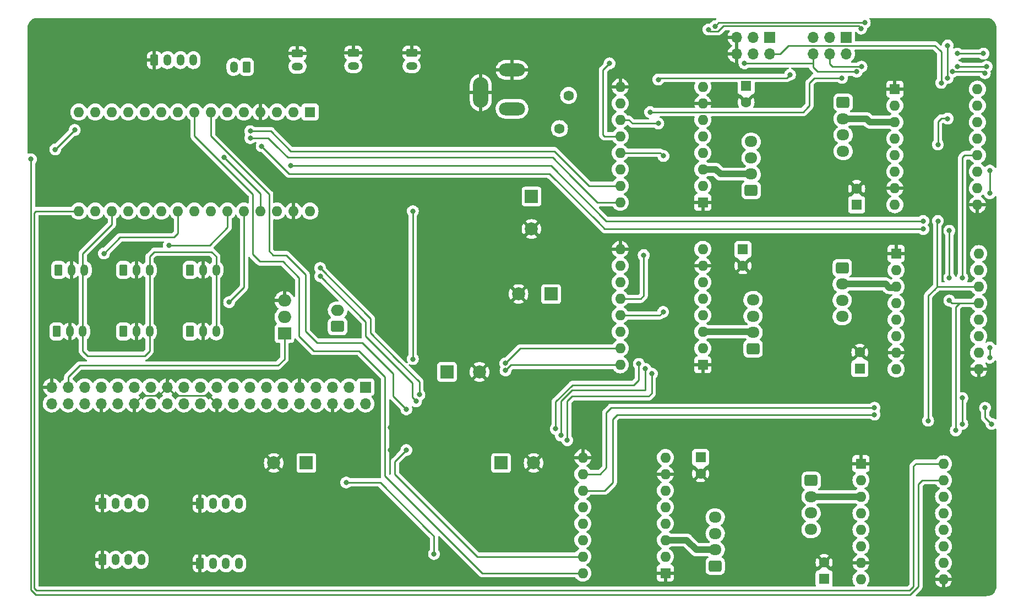
<source format=gbr>
%TF.GenerationSoftware,KiCad,Pcbnew,(6.0.7)*%
%TF.CreationDate,2023-04-18T19:04:57+08:00*%
%TF.ProjectId,stepper_with_DRV8825_controller_board_V3,73746570-7065-4725-9f77-6974685f4452,rev?*%
%TF.SameCoordinates,PX4a62f80PY848f8c0*%
%TF.FileFunction,Copper,L2,Bot*%
%TF.FilePolarity,Positive*%
%FSLAX46Y46*%
G04 Gerber Fmt 4.6, Leading zero omitted, Abs format (unit mm)*
G04 Created by KiCad (PCBNEW (6.0.7)) date 2023-04-18 19:04:57*
%MOMM*%
%LPD*%
G01*
G04 APERTURE LIST*
G04 Aperture macros list*
%AMRoundRect*
0 Rectangle with rounded corners*
0 $1 Rounding radius*
0 $2 $3 $4 $5 $6 $7 $8 $9 X,Y pos of 4 corners*
0 Add a 4 corners polygon primitive as box body*
4,1,4,$2,$3,$4,$5,$6,$7,$8,$9,$2,$3,0*
0 Add four circle primitives for the rounded corners*
1,1,$1+$1,$2,$3*
1,1,$1+$1,$4,$5*
1,1,$1+$1,$6,$7*
1,1,$1+$1,$8,$9*
0 Add four rect primitives between the rounded corners*
20,1,$1+$1,$2,$3,$4,$5,0*
20,1,$1+$1,$4,$5,$6,$7,0*
20,1,$1+$1,$6,$7,$8,$9,0*
20,1,$1+$1,$8,$9,$2,$3,0*%
G04 Aperture macros list end*
%TA.AperFunction,ComponentPad*%
%ADD10R,1.600000X1.600000*%
%TD*%
%TA.AperFunction,ComponentPad*%
%ADD11C,1.600000*%
%TD*%
%TA.AperFunction,ComponentPad*%
%ADD12R,2.000000X2.000000*%
%TD*%
%TA.AperFunction,ComponentPad*%
%ADD13C,2.000000*%
%TD*%
%TA.AperFunction,ComponentPad*%
%ADD14C,1.590000*%
%TD*%
%TA.AperFunction,ComponentPad*%
%ADD15RoundRect,0.250000X-0.350000X-0.625000X0.350000X-0.625000X0.350000X0.625000X-0.350000X0.625000X0*%
%TD*%
%TA.AperFunction,ComponentPad*%
%ADD16O,1.200000X1.750000*%
%TD*%
%TA.AperFunction,ComponentPad*%
%ADD17RoundRect,0.250000X-0.625000X0.350000X-0.625000X-0.350000X0.625000X-0.350000X0.625000X0.350000X0*%
%TD*%
%TA.AperFunction,ComponentPad*%
%ADD18O,1.750000X1.200000*%
%TD*%
%TA.AperFunction,ComponentPad*%
%ADD19O,1.600000X1.600000*%
%TD*%
%TA.AperFunction,ComponentPad*%
%ADD20O,4.000000X2.000000*%
%TD*%
%TA.AperFunction,ComponentPad*%
%ADD21O,2.350000X4.700000*%
%TD*%
%TA.AperFunction,ComponentPad*%
%ADD22RoundRect,0.250000X0.725000X-0.600000X0.725000X0.600000X-0.725000X0.600000X-0.725000X-0.600000X0*%
%TD*%
%TA.AperFunction,ComponentPad*%
%ADD23O,1.950000X1.700000*%
%TD*%
%TA.AperFunction,ComponentPad*%
%ADD24RoundRect,0.250000X0.750000X-0.600000X0.750000X0.600000X-0.750000X0.600000X-0.750000X-0.600000X0*%
%TD*%
%TA.AperFunction,ComponentPad*%
%ADD25O,2.000000X1.700000*%
%TD*%
%TA.AperFunction,ComponentPad*%
%ADD26R,1.700000X1.700000*%
%TD*%
%TA.AperFunction,ComponentPad*%
%ADD27O,1.700000X1.700000*%
%TD*%
%TA.AperFunction,ComponentPad*%
%ADD28RoundRect,0.250000X-0.725000X0.600000X-0.725000X-0.600000X0.725000X-0.600000X0.725000X0.600000X0*%
%TD*%
%TA.AperFunction,ComponentPad*%
%ADD29R,2.000000X1.905000*%
%TD*%
%TA.AperFunction,ComponentPad*%
%ADD30O,2.000000X1.905000*%
%TD*%
%TA.AperFunction,ComponentPad*%
%ADD31RoundRect,0.250000X0.350000X0.625000X-0.350000X0.625000X-0.350000X-0.625000X0.350000X-0.625000X0*%
%TD*%
%TA.AperFunction,ViaPad*%
%ADD32C,0.800000*%
%TD*%
%TA.AperFunction,Conductor*%
%ADD33C,0.254000*%
%TD*%
%TA.AperFunction,Conductor*%
%ADD34C,1.000000*%
%TD*%
G04 APERTURE END LIST*
D10*
%TO.P,C15,1*%
%TO.N,/P30*%
X128500000Y35534887D03*
D11*
%TO.P,C15,2*%
%TO.N,GND*%
X128500000Y38034887D03*
%TD*%
D12*
%TO.P,C6,1*%
%TO.N,/5V_pi*%
X65000000Y35000000D03*
D13*
%TO.P,C6,2*%
%TO.N,GND*%
X70000000Y35000000D03*
%TD*%
D14*
%TO.P,F1,1*%
%TO.N,Net-(F1-Pad1)*%
X83700000Y77550000D03*
%TO.P,F1,2*%
%TO.N,/P30*%
X82300000Y72450000D03*
%TD*%
D15*
%TO.P,J18,1,Pin_1*%
%TO.N,/P20*%
X15250000Y50700000D03*
D16*
%TO.P,J18,2,Pin_2*%
%TO.N,GND*%
X17250000Y50700000D03*
%TO.P,J18,3,Pin_3*%
%TO.N,/P18*%
X19250000Y50700000D03*
%TD*%
D10*
%TO.P,C12,1*%
%TO.N,/P30*%
X110500000Y53855112D03*
D11*
%TO.P,C12,2*%
%TO.N,GND*%
X110500000Y51355112D03*
%TD*%
D17*
%TO.P,J2,1,Pin_1*%
%TO.N,GND*%
X42000000Y84000000D03*
D18*
%TO.P,J2,2,Pin_2*%
%TO.N,/P30*%
X42000000Y82000000D03*
%TD*%
D12*
%TO.P,C7,1*%
%TO.N,/5V_others*%
X43367677Y21000000D03*
D13*
%TO.P,C7,2*%
%TO.N,GND*%
X38367677Y21000000D03*
%TD*%
D19*
%TO.P,A1,30,VIN*%
%TO.N,/P30*%
X43940000Y59760000D03*
%TO.P,A1,29,GND*%
%TO.N,GND*%
X41400000Y59760000D03*
%TO.P,A1,28,~{RESET}*%
%TO.N,unconnected-(A1-Pad28)*%
X38860000Y59760000D03*
%TO.P,A1,27,+5V*%
%TO.N,/P27*%
X36320000Y59760000D03*
%TO.P,A1,26,A7*%
%TO.N,/P26*%
X33780000Y59760000D03*
%TO.P,A1,25,A6*%
%TO.N,/P25*%
X31240000Y59760000D03*
%TO.P,A1,24,A5*%
%TO.N,/P24*%
X28700000Y59760000D03*
%TO.P,A1,23,A4*%
%TO.N,/P23*%
X26160000Y59760000D03*
%TO.P,A1,22,A3*%
%TO.N,/P22*%
X23620000Y59760000D03*
%TO.P,A1,21,A2*%
%TO.N,/P21*%
X21080000Y59760000D03*
%TO.P,A1,20,A1*%
%TO.N,/P20*%
X18540000Y59760000D03*
%TO.P,A1,19,A0*%
%TO.N,/P19*%
X16000000Y59760000D03*
%TO.P,A1,18,AREF*%
%TO.N,/P18*%
X13460000Y59760000D03*
%TO.P,A1,17,3V3*%
%TO.N,Net-(A1-Pad17)*%
X10920000Y59760000D03*
%TO.P,A1,16,D13*%
%TO.N,/P16*%
X8380000Y59760000D03*
%TO.P,A1,15,D12*%
%TO.N,/P15*%
X8380000Y75000000D03*
%TO.P,A1,14,D11*%
%TO.N,/P14*%
X10920000Y75000000D03*
%TO.P,A1,13,D10*%
%TO.N,/P13*%
X13460000Y75000000D03*
%TO.P,A1,12,D9*%
%TO.N,/P12*%
X16000000Y75000000D03*
%TO.P,A1,11,D8*%
%TO.N,/P11*%
X18540000Y75000000D03*
%TO.P,A1,10,D7*%
%TO.N,/P10*%
X21080000Y75000000D03*
%TO.P,A1,9,D6*%
%TO.N,/P9*%
X23620000Y75000000D03*
%TO.P,A1,8,D5*%
%TO.N,/P8*%
X26160000Y75000000D03*
%TO.P,A1,7,D4*%
%TO.N,/P7*%
X28700000Y75000000D03*
%TO.P,A1,6,D3*%
%TO.N,/P6*%
X31240000Y75000000D03*
%TO.P,A1,5,D2*%
%TO.N,/P5*%
X33780000Y75000000D03*
%TO.P,A1,4,GND*%
%TO.N,GND*%
X36320000Y75000000D03*
%TO.P,A1,3,~{RESET}*%
%TO.N,/P3*%
X38860000Y75000000D03*
%TO.P,A1,2,D0/RX*%
%TO.N,/P2*%
X41400000Y75000000D03*
D10*
%TO.P,A1,1,D1/TX*%
%TO.N,/P1*%
X43940000Y75000000D03*
%TD*%
%TO.P,A7,1,GND*%
%TO.N,GND*%
X128660000Y20890000D03*
D19*
%TO.P,A7,2,~{FLT}*%
%TO.N,unconnected-(A7-Pad2)*%
X128660000Y18350000D03*
%TO.P,A7,3,A2*%
%TO.N,/M62*%
X128660000Y15810000D03*
%TO.P,A7,4,A1*%
%TO.N,/M61*%
X128660000Y13270000D03*
%TO.P,A7,5,B1*%
%TO.N,/M63*%
X128660000Y10730000D03*
%TO.P,A7,6,B2*%
%TO.N,/M64*%
X128660000Y8190000D03*
%TO.P,A7,7,GND*%
%TO.N,GND*%
X128660000Y5650000D03*
%TO.P,A7,8,VMOT*%
%TO.N,/P30*%
X128660000Y3110000D03*
%TO.P,A7,9,~{EN}*%
%TO.N,GND*%
X141360000Y3110000D03*
%TO.P,A7,10,M0*%
%TO.N,/MC0*%
X141360000Y5650000D03*
%TO.P,A7,11,M1*%
%TO.N,/MC1*%
X141360000Y8190000D03*
%TO.P,A7,12,M2*%
%TO.N,/MC2*%
X141360000Y10730000D03*
%TO.P,A7,13,~{RST}*%
%TO.N,/MC_RST*%
X141360000Y13270000D03*
%TO.P,A7,14,~{SLP}*%
%TO.N,/MC_SLP*%
X141360000Y15810000D03*
%TO.P,A7,15,STEP*%
%TO.N,/P15*%
X141360000Y18350000D03*
%TO.P,A7,16,DIR*%
%TO.N,/P16*%
X141360000Y20890000D03*
%TD*%
D20*
%TO.P,J1,1*%
%TO.N,Net-(F1-Pad1)*%
X75000000Y75500000D03*
D21*
%TO.P,J1,2*%
%TO.N,GND*%
X70200000Y78000000D03*
D20*
%TO.P,J1,3*%
X75000000Y81500000D03*
%TD*%
D10*
%TO.P,C13,1*%
%TO.N,/P30*%
X104000000Y21850000D03*
D11*
%TO.P,C13,2*%
%TO.N,GND*%
X104000000Y19350000D03*
%TD*%
D15*
%TO.P,J13,1,Pin_1*%
%TO.N,GND*%
X12000000Y6100000D03*
D16*
%TO.P,J13,2,Pin_2*%
%TO.N,/5V_others*%
X14000000Y6100000D03*
%TO.P,J13,3,Pin_3*%
%TO.N,/P33*%
X16000000Y6100000D03*
%TO.P,J13,4,Pin_4*%
%TO.N,unconnected-(J13-Pad4)*%
X18000000Y6100000D03*
%TD*%
D15*
%TO.P,J6,1,Pin_1*%
%TO.N,GND*%
X27000000Y5550000D03*
D16*
%TO.P,J6,2,Pin_2*%
%TO.N,/P24*%
X29000000Y5550000D03*
%TO.P,J6,3,Pin_3*%
%TO.N,/P23*%
X31000000Y5550000D03*
%TO.P,J6,4,Pin_4*%
%TO.N,/5V_others*%
X33000000Y5550000D03*
%TD*%
D22*
%TO.P,J15,1,Pin_1*%
%TO.N,/M11*%
X111775000Y62950000D03*
D23*
%TO.P,J15,2,Pin_2*%
%TO.N,/M12*%
X111775000Y65450000D03*
%TO.P,J15,3,Pin_3*%
%TO.N,/M13*%
X111775000Y67950000D03*
%TO.P,J15,4,Pin_4*%
%TO.N,/M14*%
X111775000Y70450000D03*
%TD*%
D10*
%TO.P,C14,1*%
%TO.N,/P30*%
X128000000Y60734887D03*
D11*
%TO.P,C14,2*%
%TO.N,GND*%
X128000000Y63234887D03*
%TD*%
D24*
%TO.P,J11,1,Pin_1*%
%TO.N,Net-(J11-Pad1)*%
X48185000Y42005000D03*
D25*
%TO.P,J11,2,Pin_2*%
%TO.N,/P30*%
X48185000Y44505000D03*
%TD*%
D12*
%TO.P,C1,1*%
%TO.N,/P30*%
X81000000Y47000000D03*
D13*
%TO.P,C1,2*%
%TO.N,GND*%
X76000000Y47000000D03*
%TD*%
D15*
%TO.P,J8,1,Pin_1*%
%TO.N,GND*%
X20000000Y83000000D03*
D16*
%TO.P,J8,2,Pin_2*%
%TO.N,/P27*%
X22000000Y83000000D03*
%TO.P,J8,3,Pin_3*%
%TO.N,/P3*%
X24000000Y83000000D03*
%TO.P,J8,4,Pin_4*%
%TO.N,/P18*%
X26000000Y83000000D03*
%TD*%
D12*
%TO.P,C5,1*%
%TO.N,/P30*%
X78000000Y62000000D03*
D13*
%TO.P,C5,2*%
%TO.N,GND*%
X78000000Y57000000D03*
%TD*%
D10*
%TO.P,A3,1,GND*%
%TO.N,GND*%
X104340000Y36110000D03*
D19*
%TO.P,A3,2,~{FLT}*%
%TO.N,unconnected-(A3-Pad2)*%
X104340000Y38650000D03*
%TO.P,A3,3,A2*%
%TO.N,/M42*%
X104340000Y41190000D03*
%TO.P,A3,4,A1*%
%TO.N,/M41*%
X104340000Y43730000D03*
%TO.P,A3,5,B1*%
%TO.N,/M43*%
X104340000Y46270000D03*
%TO.P,A3,6,B2*%
%TO.N,/M44*%
X104340000Y48810000D03*
%TO.P,A3,7,GND*%
%TO.N,GND*%
X104340000Y51350000D03*
%TO.P,A3,8,VMOT*%
%TO.N,/P30*%
X104340000Y53890000D03*
%TO.P,A3,9,~{EN}*%
%TO.N,GND*%
X91640000Y53890000D03*
%TO.P,A3,10,M0*%
%TO.N,/MC0*%
X91640000Y51350000D03*
%TO.P,A3,11,M1*%
%TO.N,/MC1*%
X91640000Y48810000D03*
%TO.P,A3,12,M2*%
%TO.N,/MC2*%
X91640000Y46270000D03*
%TO.P,A3,13,~{RST}*%
%TO.N,/MC_RST*%
X91640000Y43730000D03*
%TO.P,A3,14,~{SLP}*%
%TO.N,/MC_SLP*%
X91640000Y41190000D03*
%TO.P,A3,15,STEP*%
%TO.N,/P11*%
X91640000Y38650000D03*
%TO.P,A3,16,DIR*%
%TO.N,/P12*%
X91640000Y36110000D03*
%TD*%
D15*
%TO.P,J19,1,Pin_1*%
%TO.N,/P21*%
X25500000Y50700000D03*
D16*
%TO.P,J19,2,Pin_2*%
%TO.N,GND*%
X27500000Y50700000D03*
%TO.P,J19,3,Pin_3*%
%TO.N,/P18*%
X29500000Y50700000D03*
%TD*%
D26*
%TO.P,J10,1,Pin_1*%
%TO.N,/P17*%
X114580000Y86500000D03*
D27*
%TO.P,J10,2,Pin_2*%
%TO.N,/MC_RST*%
X114580000Y83960000D03*
%TO.P,J10,3,Pin_3*%
%TO.N,/P17*%
X112040000Y86500000D03*
%TO.P,J10,4,Pin_4*%
%TO.N,/MC_SLP*%
X112040000Y83960000D03*
%TO.P,J10,5,Pin_5*%
%TO.N,GND*%
X109500000Y86500000D03*
%TO.P,J10,6,Pin_6*%
X109500000Y83960000D03*
%TD*%
D15*
%TO.P,J5,1,Pin_1*%
%TO.N,GND*%
X27000000Y14750000D03*
D16*
%TO.P,J5,2,Pin_2*%
%TO.N,/P24*%
X29000000Y14750000D03*
%TO.P,J5,3,Pin_3*%
%TO.N,/P23*%
X31000000Y14750000D03*
%TO.P,J5,4,Pin_4*%
%TO.N,/5V_others*%
X33000000Y14750000D03*
%TD*%
D28*
%TO.P,J21,1,Pin_1*%
%TO.N,/M51*%
X125915000Y76490000D03*
D23*
%TO.P,J21,2,Pin_2*%
%TO.N,/M52*%
X125915000Y73990000D03*
%TO.P,J21,3,Pin_3*%
%TO.N,/M53*%
X125915000Y71490000D03*
%TO.P,J21,4,Pin_4*%
%TO.N,/M54*%
X125915000Y68990000D03*
%TD*%
D28*
%TO.P,J25,1,Pin_1*%
%TO.N,/M31*%
X125790000Y51040000D03*
D23*
%TO.P,J25,2,Pin_2*%
%TO.N,/M32*%
X125790000Y48540000D03*
%TO.P,J25,3,Pin_3*%
%TO.N,/M33*%
X125790000Y46040000D03*
%TO.P,J25,4,Pin_4*%
%TO.N,/M34*%
X125790000Y43540000D03*
%TD*%
D28*
%TO.P,J26,1,Pin_1*%
%TO.N,/M61*%
X121000000Y18295113D03*
D23*
%TO.P,J26,2,Pin_2*%
%TO.N,/M62*%
X121000000Y15795113D03*
%TO.P,J26,3,Pin_3*%
%TO.N,/M63*%
X121000000Y13295113D03*
%TO.P,J26,4,Pin_4*%
%TO.N,/M64*%
X121000000Y10795113D03*
%TD*%
D12*
%TO.P,C2,1*%
%TO.N,/P30*%
X73330177Y21000000D03*
D13*
%TO.P,C2,2*%
%TO.N,GND*%
X78330177Y21000000D03*
%TD*%
D15*
%TO.P,J12,1,Pin_1*%
%TO.N,GND*%
X12000000Y14800000D03*
D16*
%TO.P,J12,2,Pin_2*%
%TO.N,/5V_others*%
X14000000Y14800000D03*
%TO.P,J12,3,Pin_3*%
%TO.N,/P32*%
X16000000Y14800000D03*
%TO.P,J12,4,Pin_4*%
%TO.N,unconnected-(J12-Pad4)*%
X18000000Y14800000D03*
%TD*%
D22*
%TO.P,J16,1,Pin_1*%
%TO.N,/M41*%
X112075000Y38600000D03*
D23*
%TO.P,J16,2,Pin_2*%
%TO.N,/M42*%
X112075000Y41100000D03*
%TO.P,J16,3,Pin_3*%
%TO.N,/M43*%
X112075000Y43600000D03*
%TO.P,J16,4,Pin_4*%
%TO.N,/M44*%
X112075000Y46100000D03*
%TD*%
D26*
%TO.P,J14,1,Pin_1*%
%TO.N,unconnected-(J14-Pad1)*%
X52465000Y32675000D03*
D27*
%TO.P,J14,2,Pin_2*%
%TO.N,/5V_pi*%
X52465000Y30135000D03*
%TO.P,J14,3,Pin_3*%
%TO.N,/P23*%
X49925000Y32675000D03*
%TO.P,J14,4,Pin_4*%
%TO.N,unconnected-(J14-Pad4)*%
X49925000Y30135000D03*
%TO.P,J14,5,Pin_5*%
%TO.N,/P24*%
X47385000Y32675000D03*
%TO.P,J14,6,Pin_6*%
%TO.N,GND*%
X47385000Y30135000D03*
%TO.P,J14,7,Pin_7*%
%TO.N,unconnected-(J14-Pad7)*%
X44845000Y32675000D03*
%TO.P,J14,8,Pin_8*%
%TO.N,unconnected-(J14-Pad8)*%
X44845000Y30135000D03*
%TO.P,J14,9,Pin_9*%
%TO.N,GND*%
X42305000Y32675000D03*
%TO.P,J14,10,Pin_10*%
%TO.N,unconnected-(J14-Pad10)*%
X42305000Y30135000D03*
%TO.P,J14,11,Pin_11*%
%TO.N,unconnected-(J14-Pad11)*%
X39765000Y32675000D03*
%TO.P,J14,12,Pin_12*%
%TO.N,unconnected-(J14-Pad12)*%
X39765000Y30135000D03*
%TO.P,J14,13,Pin_13*%
%TO.N,unconnected-(J14-Pad13)*%
X37225000Y32675000D03*
%TO.P,J14,14,Pin_14*%
%TO.N,unconnected-(J14-Pad14)*%
X37225000Y30135000D03*
%TO.P,J14,15,Pin_15*%
%TO.N,unconnected-(J14-Pad15)*%
X34685000Y32675000D03*
%TO.P,J14,16,Pin_16*%
%TO.N,unconnected-(J14-Pad16)*%
X34685000Y30135000D03*
%TO.P,J14,17,Pin_17*%
%TO.N,unconnected-(J14-Pad17)*%
X32145000Y32675000D03*
%TO.P,J14,18,Pin_18*%
%TO.N,unconnected-(J14-Pad18)*%
X32145000Y30135000D03*
%TO.P,J14,19,Pin_19*%
%TO.N,unconnected-(J14-Pad19)*%
X29605000Y32675000D03*
%TO.P,J14,20,Pin_20*%
%TO.N,GND*%
X29605000Y30135000D03*
%TO.P,J14,21,Pin_21*%
%TO.N,unconnected-(J14-Pad21)*%
X27065000Y32675000D03*
%TO.P,J14,22,Pin_22*%
%TO.N,unconnected-(J14-Pad22)*%
X27065000Y30135000D03*
%TO.P,J14,23,Pin_23*%
%TO.N,unconnected-(J14-Pad23)*%
X24525000Y32675000D03*
%TO.P,J14,24,Pin_24*%
%TO.N,unconnected-(J14-Pad24)*%
X24525000Y30135000D03*
%TO.P,J14,25,Pin_25*%
%TO.N,GND*%
X21985000Y32675000D03*
%TO.P,J14,26,Pin_26*%
%TO.N,unconnected-(J14-Pad26)*%
X21985000Y30135000D03*
%TO.P,J14,27,Pin_27*%
%TO.N,unconnected-(J14-Pad27)*%
X19445000Y32675000D03*
%TO.P,J14,28,Pin_28*%
%TO.N,unconnected-(J14-Pad28)*%
X19445000Y30135000D03*
%TO.P,J14,29,Pin_29*%
%TO.N,unconnected-(J14-Pad29)*%
X16905000Y32675000D03*
%TO.P,J14,30,Pin_30*%
%TO.N,GND*%
X16905000Y30135000D03*
%TO.P,J14,31,Pin_31*%
%TO.N,unconnected-(J14-Pad31)*%
X14365000Y32675000D03*
%TO.P,J14,32,Pin_32*%
%TO.N,/P32*%
X14365000Y30135000D03*
%TO.P,J14,33,Pin_33*%
%TO.N,/P33*%
X11825000Y32675000D03*
%TO.P,J14,34,Pin_34*%
%TO.N,GND*%
X11825000Y30135000D03*
%TO.P,J14,35,Pin_35*%
%TO.N,unconnected-(J14-Pad35)*%
X9285000Y32675000D03*
%TO.P,J14,36,Pin_36*%
%TO.N,unconnected-(J14-Pad36)*%
X9285000Y30135000D03*
%TO.P,J14,37,Pin_37*%
%TO.N,/P37*%
X6745000Y32675000D03*
%TO.P,J14,38,Pin_38*%
%TO.N,unconnected-(J14-Pad38)*%
X6745000Y30135000D03*
%TO.P,J14,39,Pin_39*%
%TO.N,GND*%
X4205000Y32675000D03*
%TO.P,J14,40,Pin_40*%
%TO.N,unconnected-(J14-Pad40)*%
X4205000Y30135000D03*
%TD*%
D17*
%TO.P,J3,1,Pin_1*%
%TO.N,GND*%
X50600000Y84100000D03*
D18*
%TO.P,J3,2,Pin_2*%
%TO.N,/P30*%
X50600000Y82100000D03*
%TD*%
D15*
%TO.P,J17,1,Pin_1*%
%TO.N,/P19*%
X5250000Y50700000D03*
D16*
%TO.P,J17,2,Pin_2*%
%TO.N,GND*%
X7250000Y50700000D03*
%TO.P,J17,3,Pin_3*%
%TO.N,/P18*%
X9250000Y50700000D03*
%TD*%
D10*
%TO.P,C11,1*%
%TO.N,/P30*%
X111000000Y79000000D03*
D11*
%TO.P,C11,2*%
%TO.N,GND*%
X111000000Y76500000D03*
%TD*%
D29*
%TO.P,Q1,1,B*%
%TO.N,/P37*%
X40000000Y40920000D03*
D30*
%TO.P,Q1,2,C*%
%TO.N,Net-(J11-Pad1)*%
X40000000Y43460000D03*
%TO.P,Q1,3,E*%
%TO.N,GND*%
X40000000Y46000000D03*
%TD*%
D15*
%TO.P,J22,1,Pin_1*%
%TO.N,/P22*%
X5000000Y41250000D03*
D16*
%TO.P,J22,2,Pin_2*%
%TO.N,GND*%
X7000000Y41250000D03*
%TO.P,J22,3,Pin_3*%
%TO.N,/P18*%
X9000000Y41250000D03*
%TD*%
D31*
%TO.P,J7,1,Pin_1*%
%TO.N,/P1*%
X34200000Y81950000D03*
D16*
%TO.P,J7,2,Pin_2*%
%TO.N,/P2*%
X32200000Y81950000D03*
%TD*%
D10*
%TO.P,A6,1,GND*%
%TO.N,GND*%
X134075000Y53230000D03*
D19*
%TO.P,A6,2,~{FLT}*%
%TO.N,unconnected-(A6-Pad2)*%
X134075000Y50690000D03*
%TO.P,A6,3,A2*%
%TO.N,/M32*%
X134075000Y48150000D03*
%TO.P,A6,4,A1*%
%TO.N,/M31*%
X134075000Y45610000D03*
%TO.P,A6,5,B1*%
%TO.N,/M33*%
X134075000Y43070000D03*
%TO.P,A6,6,B2*%
%TO.N,/M34*%
X134075000Y40530000D03*
%TO.P,A6,7,GND*%
%TO.N,GND*%
X134075000Y37990000D03*
%TO.P,A6,8,VMOT*%
%TO.N,/P30*%
X134075000Y35450000D03*
%TO.P,A6,9,~{EN}*%
%TO.N,GND*%
X146775000Y35450000D03*
%TO.P,A6,10,M0*%
%TO.N,/MC0*%
X146775000Y37990000D03*
%TO.P,A6,11,M1*%
%TO.N,/MC1*%
X146775000Y40530000D03*
%TO.P,A6,12,M2*%
%TO.N,/MC2*%
X146775000Y43070000D03*
%TO.P,A6,13,~{RST}*%
%TO.N,/MC_RST*%
X146775000Y45610000D03*
%TO.P,A6,14,~{SLP}*%
%TO.N,/MC_SLP*%
X146775000Y48150000D03*
%TO.P,A6,15,STEP*%
%TO.N,/P9*%
X146775000Y50690000D03*
%TO.P,A6,16,DIR*%
%TO.N,/P10*%
X146775000Y53230000D03*
%TD*%
D15*
%TO.P,J24,1,Pin_1*%
%TO.N,/P26*%
X25500000Y41250000D03*
D16*
%TO.P,J24,2,Pin_2*%
%TO.N,GND*%
X27500000Y41250000D03*
%TO.P,J24,3,Pin_3*%
%TO.N,/P18*%
X29500000Y41250000D03*
%TD*%
D10*
%TO.P,A5,1,GND*%
%TO.N,GND*%
X133875000Y78530000D03*
D19*
%TO.P,A5,2,~{FLT}*%
%TO.N,unconnected-(A5-Pad2)*%
X133875000Y75990000D03*
%TO.P,A5,3,A2*%
%TO.N,/M52*%
X133875000Y73450000D03*
%TO.P,A5,4,A1*%
%TO.N,/M51*%
X133875000Y70910000D03*
%TO.P,A5,5,B1*%
%TO.N,/M53*%
X133875000Y68370000D03*
%TO.P,A5,6,B2*%
%TO.N,/M54*%
X133875000Y65830000D03*
%TO.P,A5,7,GND*%
%TO.N,GND*%
X133875000Y63290000D03*
%TO.P,A5,8,VMOT*%
%TO.N,/P30*%
X133875000Y60750000D03*
%TO.P,A5,9,~{EN}*%
%TO.N,GND*%
X146575000Y60750000D03*
%TO.P,A5,10,M0*%
%TO.N,/MC0*%
X146575000Y63290000D03*
%TO.P,A5,11,M1*%
%TO.N,/MC1*%
X146575000Y65830000D03*
%TO.P,A5,12,M2*%
%TO.N,/MC2*%
X146575000Y68370000D03*
%TO.P,A5,13,~{RST}*%
%TO.N,/MC_RST*%
X146575000Y70910000D03*
%TO.P,A5,14,~{SLP}*%
%TO.N,/MC_SLP*%
X146575000Y73450000D03*
%TO.P,A5,15,STEP*%
%TO.N,/P13*%
X146575000Y75990000D03*
%TO.P,A5,16,DIR*%
%TO.N,/P14*%
X146575000Y78530000D03*
%TD*%
D10*
%TO.P,A2,1,GND*%
%TO.N,GND*%
X104340000Y61110000D03*
D19*
%TO.P,A2,2,~{FLT}*%
%TO.N,unconnected-(A2-Pad2)*%
X104340000Y63650000D03*
%TO.P,A2,3,A2*%
%TO.N,/M12*%
X104340000Y66190000D03*
%TO.P,A2,4,A1*%
%TO.N,/M11*%
X104340000Y68730000D03*
%TO.P,A2,5,B1*%
%TO.N,/M13*%
X104340000Y71270000D03*
%TO.P,A2,6,B2*%
%TO.N,/M14*%
X104340000Y73810000D03*
%TO.P,A2,7,GND*%
%TO.N,GND*%
X104340000Y76350000D03*
%TO.P,A2,8,VMOT*%
%TO.N,/P30*%
X104340000Y78890000D03*
%TO.P,A2,9,~{EN}*%
%TO.N,GND*%
X91640000Y78890000D03*
%TO.P,A2,10,M0*%
%TO.N,/MC0*%
X91640000Y76350000D03*
%TO.P,A2,11,M1*%
%TO.N,/MC1*%
X91640000Y73810000D03*
%TO.P,A2,12,M2*%
%TO.N,/MC2*%
X91640000Y71270000D03*
%TO.P,A2,13,~{RST}*%
%TO.N,/MC_RST*%
X91640000Y68730000D03*
%TO.P,A2,14,~{SLP}*%
%TO.N,/MC_SLP*%
X91640000Y66190000D03*
%TO.P,A2,15,STEP*%
%TO.N,/P5*%
X91640000Y63650000D03*
%TO.P,A2,16,DIR*%
%TO.N,/P6*%
X91640000Y61110000D03*
%TD*%
D15*
%TO.P,J23,1,Pin_1*%
%TO.N,/P25*%
X15250000Y41250000D03*
D16*
%TO.P,J23,2,Pin_2*%
%TO.N,GND*%
X17250000Y41250000D03*
%TO.P,J23,3,Pin_3*%
%TO.N,/P18*%
X19250000Y41250000D03*
%TD*%
D26*
%TO.P,J9,1,Pin_1*%
%TO.N,/P17*%
X126380000Y86500000D03*
D27*
%TO.P,J9,2,Pin_2*%
%TO.N,/MC0*%
X126380000Y83960000D03*
%TO.P,J9,3,Pin_3*%
%TO.N,/P17*%
X123840000Y86500000D03*
%TO.P,J9,4,Pin_4*%
%TO.N,/MC1*%
X123840000Y83960000D03*
%TO.P,J9,5,Pin_5*%
%TO.N,/P17*%
X121300000Y86500000D03*
%TO.P,J9,6,Pin_6*%
%TO.N,/MC2*%
X121300000Y83960000D03*
%TD*%
D10*
%TO.P,A4,1,GND*%
%TO.N,GND*%
X98585000Y4060000D03*
D19*
%TO.P,A4,2,~{FLT}*%
%TO.N,unconnected-(A4-Pad2)*%
X98585000Y6600000D03*
%TO.P,A4,3,A2*%
%TO.N,/M22*%
X98585000Y9140000D03*
%TO.P,A4,4,A1*%
%TO.N,/M21*%
X98585000Y11680000D03*
%TO.P,A4,5,B1*%
%TO.N,/M23*%
X98585000Y14220000D03*
%TO.P,A4,6,B2*%
%TO.N,/M24*%
X98585000Y16760000D03*
%TO.P,A4,7,GND*%
%TO.N,GND*%
X98585000Y19300000D03*
%TO.P,A4,8,VMOT*%
%TO.N,/P30*%
X98585000Y21840000D03*
%TO.P,A4,9,~{EN}*%
%TO.N,GND*%
X85885000Y21840000D03*
%TO.P,A4,10,M0*%
%TO.N,/MC0*%
X85885000Y19300000D03*
%TO.P,A4,11,M1*%
%TO.N,/MC1*%
X85885000Y16760000D03*
%TO.P,A4,12,M2*%
%TO.N,/MC2*%
X85885000Y14220000D03*
%TO.P,A4,13,~{RST}*%
%TO.N,/MC_RST*%
X85885000Y11680000D03*
%TO.P,A4,14,~{SLP}*%
%TO.N,/MC_SLP*%
X85885000Y9140000D03*
%TO.P,A4,15,STEP*%
%TO.N,/P7*%
X85885000Y6600000D03*
%TO.P,A4,16,DIR*%
%TO.N,/P8*%
X85885000Y4060000D03*
%TD*%
D17*
%TO.P,J4,1,Pin_1*%
%TO.N,GND*%
X59550000Y84100000D03*
D18*
%TO.P,J4,2,Pin_2*%
%TO.N,/P30*%
X59550000Y82100000D03*
%TD*%
D10*
%TO.P,C16,1*%
%TO.N,/P30*%
X123000000Y3184887D03*
D11*
%TO.P,C16,2*%
%TO.N,GND*%
X123000000Y5684887D03*
%TD*%
D22*
%TO.P,J20,1,Pin_1*%
%TO.N,/M21*%
X106245000Y5150000D03*
D23*
%TO.P,J20,2,Pin_2*%
%TO.N,/M22*%
X106245000Y7650000D03*
%TO.P,J20,3,Pin_3*%
%TO.N,/M23*%
X106245000Y10150000D03*
%TO.P,J20,4,Pin_4*%
%TO.N,/M24*%
X106245000Y12650000D03*
%TD*%
D32*
%TO.N,/P13*%
X128687895Y87858986D03*
%TO.N,/P14*%
X129250000Y88750000D03*
%TO.N,/MC1*%
X148469500Y37209500D03*
X148469500Y38770500D03*
X148469500Y62500000D03*
%TO.N,/MC0*%
X148750000Y27000000D03*
%TO.N,/MC1*%
X148500000Y66000000D03*
%TO.N,/MC0*%
X147500000Y84000000D03*
%TO.N,/MC2*%
X147715474Y80985647D03*
%TO.N,/MC1*%
X148000000Y82000000D03*
%TO.N,/MC_SLP*%
X142000000Y74000000D03*
X142000000Y80250000D03*
%TO.N,/P27*%
X30750000Y68000000D03*
%TO.N,/MC1*%
X97500000Y80000000D03*
%TO.N,/MC2*%
X110750000Y82500000D03*
X90000000Y82500000D03*
X95250000Y53000000D03*
%TO.N,GND*%
X27250000Y34750000D03*
X143030500Y63000000D03*
%TO.N,/MC1*%
X97500000Y73250000D03*
%TO.N,/MC_RST*%
X98280500Y68250000D03*
X98250000Y44250000D03*
%TO.N,/MC2*%
X83500000Y24500000D03*
%TO.N,/MC_RST*%
X82500000Y25250000D03*
%TO.N,/MC_SLP*%
X94500000Y36250000D03*
X81719500Y26250000D03*
%TO.N,/MC_RST*%
X95500000Y35500000D03*
%TO.N,/MC2*%
X96500000Y34750000D03*
%TO.N,/MC_SLP*%
X140500000Y70000000D03*
X140500000Y58250000D03*
%TO.N,/MC_RST*%
X142250000Y49500000D03*
X142250000Y46000000D03*
X142250000Y56750000D03*
%TO.N,/MC_SLP*%
X139000000Y27500000D03*
%TO.N,/MC_RST*%
X143250000Y26000000D03*
%TO.N,/MC2*%
X144250000Y27000000D03*
X144250000Y31000000D03*
%TO.N,/MC_SLP*%
X142000000Y85250000D03*
%TO.N,/MC_RST*%
X141000000Y79500000D03*
%TO.N,GND*%
X61750000Y4000000D03*
X51750000Y70250000D03*
X60750000Y19500000D03*
X56000000Y46000000D03*
X36750000Y7500000D03*
X66500000Y60500000D03*
X56250000Y23000000D03*
X63750000Y4000000D03*
X56250000Y26500000D03*
X64000000Y17000000D03*
%TO.N,/P5*%
X34750000Y72053503D03*
%TO.N,/P6*%
X34750000Y71000000D03*
%TO.N,/P7*%
X58750000Y23000000D03*
X58750000Y29250000D03*
%TO.N,/P9*%
X138250000Y57000000D03*
X36500000Y69750000D03*
%TO.N,/P10*%
X138250000Y58250000D03*
X41000000Y66750000D03*
%TO.N,/P11*%
X60750000Y31500000D03*
X73974854Y36328649D03*
X45500000Y51000000D03*
%TO.N,/P12*%
X60250000Y30500000D03*
X74000000Y35250000D03*
X45500000Y49750000D03*
%TO.N,/P13*%
X105224549Y87711500D03*
%TO.N,/P14*%
X106250000Y88219500D03*
%TO.N,/P15*%
X1000000Y67750000D03*
X7750000Y72250000D03*
X4750000Y69250000D03*
%TO.N,/P22*%
X12250000Y53250000D03*
%TO.N,/P25*%
X22250000Y54500000D03*
%TO.N,/P26*%
X31500000Y45750000D03*
%TO.N,/MC0*%
X96250000Y75000000D03*
X147750000Y29500000D03*
X130750000Y29500000D03*
X143500000Y84000000D03*
X125750000Y80250000D03*
%TO.N,/MC1*%
X130750000Y28446497D03*
X143500000Y82000000D03*
X117750000Y80750000D03*
X128750000Y82000000D03*
%TO.N,/MC2*%
X128000000Y81219500D03*
X142750000Y81219500D03*
X144250000Y49500000D03*
%TO.N,/5V_pi*%
X59750000Y59750000D03*
X59750000Y37000000D03*
%TO.N,/5V_others*%
X63000000Y7000000D03*
X49500000Y18000000D03*
%TD*%
D33*
%TO.N,/P13*%
X128304881Y88242000D02*
X128687895Y87858986D01*
X107500000Y88242000D02*
X128304881Y88242000D01*
%TO.N,/P14*%
X106780500Y88750000D02*
X129250000Y88750000D01*
%TO.N,/MC1*%
X148469500Y38770500D02*
X148469500Y37209500D01*
X148500000Y62530500D02*
X148469500Y62500000D01*
X148500000Y66000000D02*
X148500000Y62530500D01*
%TO.N,/MC0*%
X147750000Y28000000D02*
X148750000Y27000000D01*
X147750000Y29500000D02*
X147750000Y28000000D01*
X143500000Y84000000D02*
X147500000Y84000000D01*
%TO.N,/MC2*%
X147481621Y81219500D02*
X147715474Y80985647D01*
X142750000Y81219500D02*
X147481621Y81219500D01*
%TO.N,/MC1*%
X143500000Y82000000D02*
X148000000Y82000000D01*
%TO.N,/MC_SLP*%
X141969000Y80281000D02*
X142000000Y80250000D01*
X141969000Y85219000D02*
X141969000Y80281000D01*
%TO.N,/P27*%
X36320000Y62430000D02*
X36320000Y59760000D01*
X30750000Y68000000D02*
X36320000Y62430000D01*
%TO.N,/MC1*%
X97750000Y80250000D02*
X97500000Y80000000D01*
%TO.N,/MC2*%
X121250000Y82500000D02*
X121300000Y82550000D01*
X121300000Y83960000D02*
X121300000Y82550000D01*
X110750000Y82500000D02*
X121250000Y82500000D01*
X89500000Y82000000D02*
X90000000Y82500000D01*
X121300000Y82550000D02*
X121300000Y81950000D01*
X89000000Y81500000D02*
X89500000Y82000000D01*
X89000000Y71500000D02*
X89000000Y81500000D01*
X89230000Y71270000D02*
X89000000Y71500000D01*
X91640000Y71270000D02*
X89230000Y71270000D01*
X95250000Y46750000D02*
X95250000Y53000000D01*
X94770000Y46270000D02*
X95250000Y46750000D01*
X91640000Y46270000D02*
X94770000Y46270000D01*
%TO.N,GND*%
X23000000Y34750000D02*
X27250000Y34750000D01*
X22750000Y34500000D02*
X23000000Y34750000D01*
X21985000Y33735000D02*
X22750000Y34500000D01*
X21985000Y32675000D02*
X21985000Y33735000D01*
X18136000Y31366000D02*
X20676000Y31366000D01*
X16905000Y30135000D02*
X18136000Y31366000D01*
X20676000Y31366000D02*
X21985000Y32675000D01*
X28330793Y31409207D02*
X29605000Y30135000D01*
X23250793Y31409207D02*
X28330793Y31409207D01*
X21985000Y32675000D02*
X23250793Y31409207D01*
X142740500Y63290000D02*
X143030500Y63000000D01*
X133875000Y63290000D02*
X142740500Y63290000D01*
%TO.N,/MC1*%
X93500000Y73250000D02*
X97500000Y73250000D01*
X92940000Y73810000D02*
X93500000Y73250000D01*
X91640000Y73810000D02*
X92940000Y73810000D01*
%TO.N,/MC_RST*%
X97800500Y68730000D02*
X91640000Y68730000D01*
X98280500Y68250000D02*
X97800500Y68730000D01*
X97730000Y43730000D02*
X98250000Y44250000D01*
X91640000Y43730000D02*
X97730000Y43730000D01*
%TO.N,/MC2*%
X83500000Y30500000D02*
X83500000Y24500000D01*
%TO.N,/MC_RST*%
X82500000Y30500000D02*
X82500000Y25250000D01*
%TO.N,/MC_SLP*%
X94500000Y33750000D02*
X94500000Y36250000D01*
X93750000Y33000000D02*
X94500000Y33750000D01*
X84281580Y33000000D02*
X93750000Y33000000D01*
X81719500Y30437920D02*
X84281580Y33000000D01*
X81719500Y26250000D02*
X81719500Y30437920D01*
%TO.N,/MC_RST*%
X95500000Y32250000D02*
X95500000Y35500000D01*
X84000000Y32000000D02*
X84250000Y32250000D01*
X84250000Y32250000D02*
X95500000Y32250000D01*
X82500000Y30500000D02*
X84000000Y32000000D01*
%TO.N,/MC2*%
X84250000Y31250000D02*
X96000000Y31250000D01*
X96000000Y31250000D02*
X96500000Y31750000D01*
X83500000Y30500000D02*
X84000000Y31000000D01*
X84000000Y31000000D02*
X84250000Y31250000D01*
X96500000Y31750000D02*
X96500000Y34750000D01*
%TO.N,/MC_SLP*%
X141031000Y74031000D02*
X141969000Y74031000D01*
X140500000Y73500000D02*
X141031000Y74031000D01*
X140500000Y70000000D02*
X140500000Y73500000D01*
X140400000Y58150000D02*
X140500000Y58250000D01*
X140400000Y48150000D02*
X140400000Y58150000D01*
%TO.N,/MC_RST*%
X142250000Y49500000D02*
X142250000Y56750000D01*
X142640000Y45610000D02*
X142250000Y46000000D01*
X146775000Y45610000D02*
X142640000Y45610000D01*
%TO.N,/MC_SLP*%
X139000000Y46750000D02*
X139000000Y27500000D01*
X140000000Y47750000D02*
X139000000Y46750000D01*
X140400000Y48150000D02*
X140000000Y47750000D01*
X146775000Y48150000D02*
X140400000Y48150000D01*
%TO.N,/MC_RST*%
X143250000Y45000000D02*
X143250000Y26000000D01*
X143500000Y45250000D02*
X143250000Y45000000D01*
X143860000Y45610000D02*
X143500000Y45250000D01*
X146775000Y45610000D02*
X143860000Y45610000D01*
%TO.N,/MC2*%
X144250000Y31000000D02*
X144250000Y27000000D01*
%TO.N,/MC_SLP*%
X142000000Y85250000D02*
X141969000Y85219000D01*
%TO.N,/MC_RST*%
X140750000Y84500000D02*
X141000000Y84250000D01*
X140000000Y85250000D02*
X140750000Y84500000D01*
X117250000Y85000000D02*
X117500000Y85250000D01*
X116210000Y83960000D02*
X117250000Y85000000D01*
X117500000Y85250000D02*
X140000000Y85250000D01*
X114580000Y83960000D02*
X116210000Y83960000D01*
X141000000Y84250000D02*
X141000000Y79500000D01*
%TO.N,/P5*%
X81500000Y69000000D02*
X41000000Y69000000D01*
X86850000Y63650000D02*
X85000000Y65500000D01*
X91640000Y63650000D02*
X86850000Y63650000D01*
X37946497Y72053503D02*
X34750000Y72053503D01*
X41000000Y69000000D02*
X37946497Y72053503D01*
X85000000Y65500000D02*
X81500000Y69000000D01*
%TO.N,/P6*%
X81250000Y68000000D02*
X71000000Y68000000D01*
X38750000Y69750000D02*
X37500000Y71000000D01*
X37500000Y71000000D02*
X34750000Y71000000D01*
X88140000Y61110000D02*
X84250000Y65000000D01*
X40500000Y68000000D02*
X38750000Y69750000D01*
X91640000Y61110000D02*
X88140000Y61110000D01*
X84250000Y65000000D02*
X81250000Y68000000D01*
X71000000Y68000000D02*
X40500000Y68000000D01*
%TO.N,/P7*%
X37650792Y53599208D02*
X37650792Y62349208D01*
X57000000Y21250000D02*
X58750000Y23000000D01*
X58750000Y29250000D02*
X56750000Y31250000D01*
X85885000Y6600000D02*
X69650000Y6600000D01*
X57000000Y19250000D02*
X57000000Y21250000D01*
X38250000Y53000000D02*
X37650792Y53599208D01*
X56750000Y34750000D02*
X52000000Y39500000D01*
X43250000Y50000000D02*
X40250000Y53000000D01*
X69650000Y6600000D02*
X57000000Y19250000D01*
X43250000Y41250000D02*
X43250000Y50000000D01*
X45000000Y39500000D02*
X43250000Y41250000D01*
X40250000Y53000000D02*
X38250000Y53000000D01*
X56750000Y31250000D02*
X56750000Y34750000D01*
X52000000Y39500000D02*
X45000000Y39500000D01*
X28700000Y71300000D02*
X28700000Y75000000D01*
X37650792Y62349208D02*
X28700000Y71300000D01*
%TO.N,/P8*%
X36250000Y52000000D02*
X39750000Y52000000D01*
X70440000Y4060000D02*
X85885000Y4060000D01*
X42250000Y40500000D02*
X44500000Y38250000D01*
X39750000Y52000000D02*
X42250000Y49500000D01*
X55469000Y34281000D02*
X55469000Y19031000D01*
X35139000Y62361000D02*
X35139000Y53111000D01*
X26160000Y71340000D02*
X35139000Y62361000D01*
X26160000Y75000000D02*
X26160000Y71340000D01*
X42250000Y49500000D02*
X42250000Y40500000D01*
X44500000Y38250000D02*
X51500000Y38250000D01*
X35139000Y53111000D02*
X36250000Y52000000D01*
X51500000Y38250000D02*
X55469000Y34281000D01*
X55469000Y19031000D02*
X70440000Y4060000D01*
%TO.N,/P9*%
X80750000Y65500000D02*
X88250000Y58000000D01*
X88250000Y58000000D02*
X89250000Y57000000D01*
X89250000Y57000000D02*
X138250000Y57000000D01*
X40750000Y65500000D02*
X78250000Y65500000D01*
X78250000Y65500000D02*
X80750000Y65500000D01*
X36500000Y69750000D02*
X40750000Y65500000D01*
%TO.N,/P10*%
X81000000Y66750000D02*
X41000000Y66750000D01*
X89500000Y58250000D02*
X81000000Y66750000D01*
X138250000Y58250000D02*
X89500000Y58250000D01*
%TO.N,/P11*%
X53250000Y43250000D02*
X45500000Y51000000D01*
X60750000Y33500000D02*
X57250000Y37000000D01*
X76296205Y38650000D02*
X73974854Y36328649D01*
X60750000Y31500000D02*
X60750000Y33500000D01*
X57250000Y37000000D02*
X53250000Y41000000D01*
X53250000Y41000000D02*
X53250000Y43250000D01*
X91640000Y38650000D02*
X76296205Y38650000D01*
%TO.N,/P12*%
X59647414Y33352586D02*
X59647414Y31102586D01*
X45500000Y49750000D02*
X52500000Y42750000D01*
X52500000Y42750000D02*
X52500000Y40500000D01*
X74000000Y35250000D02*
X74860000Y36110000D01*
X59647414Y31102586D02*
X60250000Y30500000D01*
X74860000Y36110000D02*
X91640000Y36110000D01*
X52500000Y40500000D02*
X59647414Y33352586D01*
%TO.N,/P13*%
X105497549Y87438500D02*
X106696500Y87438500D01*
X105224549Y87711500D02*
X105497549Y87438500D01*
X106696500Y87438500D02*
X107500000Y88242000D01*
%TO.N,/P14*%
X106250000Y88219500D02*
X106780500Y88750000D01*
%TO.N,/P15*%
X137500000Y2000000D02*
X137500000Y17750000D01*
X1000000Y67620000D02*
X1000000Y1500000D01*
X7750000Y72250000D02*
X4750000Y69250000D01*
X138100000Y18350000D02*
X141360000Y18350000D01*
X137500000Y17750000D02*
X138100000Y18350000D01*
X1000000Y1500000D02*
X1750000Y750000D01*
X1750000Y750000D02*
X136250000Y750000D01*
X136250000Y750000D02*
X137500000Y2000000D01*
%TO.N,/P16*%
X136750000Y2000000D02*
X136750000Y20500000D01*
X1768000Y59760000D02*
X1508000Y59500000D01*
X8380000Y59760000D02*
X1768000Y59760000D01*
X137140000Y20890000D02*
X141360000Y20890000D01*
X1508000Y1710420D02*
X1859210Y1359210D01*
X136750000Y20500000D02*
X137140000Y20890000D01*
X136109210Y1359210D02*
X136750000Y2000000D01*
X1859210Y1359210D02*
X136109210Y1359210D01*
X1508000Y59500000D02*
X1508000Y1710420D01*
%TO.N,/P18*%
X9750000Y37500000D02*
X18500000Y37500000D01*
X19250000Y38250000D02*
X19250000Y50700000D01*
X13460000Y57710000D02*
X9000000Y53250000D01*
X9000000Y41250000D02*
X9000000Y38250000D01*
X9000000Y53250000D02*
X9000000Y41250000D01*
X13460000Y59760000D02*
X13460000Y57710000D01*
X29500000Y52750000D02*
X29500000Y41250000D01*
X18500000Y37500000D02*
X19250000Y38250000D01*
X20000000Y53500000D02*
X28750000Y53500000D01*
X28750000Y53500000D02*
X29500000Y52750000D01*
X19250000Y50700000D02*
X19250000Y52750000D01*
X9000000Y38250000D02*
X9750000Y37500000D01*
X19250000Y52750000D02*
X20000000Y53500000D01*
%TO.N,/P22*%
X12250000Y53250000D02*
X14750000Y55750000D01*
X14750000Y55750000D02*
X23000000Y55750000D01*
X23620000Y56370000D02*
X23620000Y59760000D01*
X23000000Y55750000D02*
X23620000Y56370000D01*
%TO.N,/P25*%
X22250000Y54500000D02*
X28500000Y54500000D01*
X28500000Y54500000D02*
X31250000Y57250000D01*
X31250000Y57250000D02*
X31240000Y57260000D01*
X31240000Y57260000D02*
X31240000Y59760000D01*
%TO.N,/P26*%
X31500000Y45750000D02*
X33780000Y48030000D01*
X33780000Y48030000D02*
X33780000Y59760000D01*
D34*
%TO.N,/M22*%
X106245000Y7650000D02*
X103350000Y7650000D01*
X101860000Y9140000D02*
X98585000Y9140000D01*
X103350000Y7650000D02*
X101860000Y9140000D01*
D33*
%TO.N,/MC0*%
X120750000Y79000000D02*
X120750000Y79500000D01*
X85885000Y19300000D02*
X88550000Y19300000D01*
X88550000Y19300000D02*
X89500000Y20250000D01*
X119750000Y75000000D02*
X120500000Y75750000D01*
X120500000Y75750000D02*
X120750000Y76000000D01*
X89500000Y28750000D02*
X90250000Y29500000D01*
X96250000Y75000000D02*
X119750000Y75000000D01*
X120750000Y76000000D02*
X120750000Y79000000D01*
X121500000Y80250000D02*
X125750000Y80250000D01*
X89500000Y20250000D02*
X89500000Y28750000D01*
X120750000Y79500000D02*
X121500000Y80250000D01*
X90250000Y29500000D02*
X130750000Y29500000D01*
%TO.N,/MC1*%
X90500000Y27750000D02*
X91196497Y28446497D01*
X117250000Y80250000D02*
X117750000Y80750000D01*
X91196497Y28446497D02*
X130750000Y28446497D01*
X87026370Y16750000D02*
X89250000Y16750000D01*
X123840000Y82410000D02*
X124250000Y82000000D01*
X97750000Y80250000D02*
X117250000Y80250000D01*
X89250000Y16750000D02*
X90500000Y18000000D01*
X87016370Y16760000D02*
X87026370Y16750000D01*
X124250000Y82000000D02*
X128750000Y82000000D01*
X90500000Y18000000D02*
X90500000Y27750000D01*
X123840000Y83960000D02*
X123840000Y82410000D01*
X85885000Y16760000D02*
X87016370Y16760000D01*
%TO.N,/MC2*%
X144500000Y68250000D02*
X144250000Y68000000D01*
X144620000Y68370000D02*
X144500000Y68250000D01*
X144250000Y68000000D02*
X144250000Y49500000D01*
X122030500Y81219500D02*
X128000000Y81219500D01*
X121750000Y81500000D02*
X122030500Y81219500D01*
X146575000Y68370000D02*
X144620000Y68370000D01*
X121300000Y81950000D02*
X121750000Y81500000D01*
D34*
%TO.N,/M32*%
X133000000Y48000000D02*
X133925000Y48000000D01*
X132460000Y48540000D02*
X133000000Y48000000D01*
X133925000Y48000000D02*
X134075000Y48150000D01*
X125790000Y48540000D02*
X132460000Y48540000D01*
%TO.N,/M52*%
X130050000Y73450000D02*
X133875000Y73450000D01*
X129510000Y73990000D02*
X130050000Y73450000D01*
X125915000Y73990000D02*
X129510000Y73990000D01*
%TO.N,/M42*%
X111985000Y41190000D02*
X112075000Y41100000D01*
X104340000Y41190000D02*
X111985000Y41190000D01*
%TO.N,/M12*%
X104340000Y66190000D02*
X106310000Y66190000D01*
X107050000Y65450000D02*
X111775000Y65450000D01*
X106310000Y66190000D02*
X107050000Y65450000D01*
D33*
%TO.N,/5V_pi*%
X59750000Y59750000D02*
X59750000Y37000000D01*
%TO.N,/P37*%
X6745000Y32675000D02*
X6745000Y34245000D01*
X40000000Y37000000D02*
X40000000Y40920000D01*
X8500000Y36000000D02*
X39000000Y36000000D01*
X39000000Y36000000D02*
X40000000Y37000000D01*
X6745000Y34245000D02*
X8500000Y36000000D01*
%TO.N,/5V_others*%
X54750000Y18000000D02*
X49500000Y18000000D01*
X62250000Y10500000D02*
X54750000Y18000000D01*
X63000000Y9750000D02*
X62250000Y10500000D01*
X63000000Y7000000D02*
X63000000Y9750000D01*
D34*
%TO.N,/M62*%
X128645113Y15795113D02*
X128660000Y15810000D01*
X121000000Y15795113D02*
X128645113Y15795113D01*
%TD*%
%TA.AperFunction,Conductor*%
%TO.N,GND*%
G36*
X106393425Y89471498D02*
G01*
X106439918Y89417842D01*
X106450022Y89347568D01*
X106420528Y89282988D01*
X106400213Y89266034D01*
X106400991Y89265031D01*
X106394722Y89260168D01*
X106387901Y89256134D01*
X106373514Y89241747D01*
X106358480Y89228906D01*
X106342013Y89216942D01*
X106336960Y89210834D01*
X106313728Y89182751D01*
X106305738Y89173971D01*
X106296672Y89164905D01*
X106234360Y89130879D01*
X106207577Y89128000D01*
X106154513Y89128000D01*
X106148061Y89126628D01*
X106148056Y89126628D01*
X106061113Y89108147D01*
X105967712Y89088294D01*
X105961682Y89085609D01*
X105961681Y89085609D01*
X105799278Y89013303D01*
X105799276Y89013302D01*
X105793248Y89010618D01*
X105638747Y88898366D01*
X105634326Y88893456D01*
X105634325Y88893455D01*
X105548790Y88798458D01*
X105510960Y88756444D01*
X105465698Y88678048D01*
X105414315Y88629055D01*
X105344602Y88615619D01*
X105330383Y88617801D01*
X105326495Y88618627D01*
X105326496Y88618627D01*
X105320036Y88620000D01*
X105129062Y88620000D01*
X105122610Y88618628D01*
X105122605Y88618628D01*
X105041655Y88601421D01*
X104942261Y88580294D01*
X104936231Y88577609D01*
X104936230Y88577609D01*
X104773827Y88505303D01*
X104773825Y88505302D01*
X104767797Y88502618D01*
X104613296Y88390366D01*
X104485509Y88248444D01*
X104390022Y88083056D01*
X104331007Y87901428D01*
X104311045Y87711500D01*
X104311735Y87704935D01*
X104330117Y87530044D01*
X104331007Y87521572D01*
X104390022Y87339944D01*
X104393325Y87334222D01*
X104393326Y87334221D01*
X104415656Y87295545D01*
X104485509Y87174556D01*
X104489927Y87169649D01*
X104489928Y87169648D01*
X104578077Y87071749D01*
X104613296Y87032634D01*
X104705418Y86965703D01*
X104751303Y86932366D01*
X104767797Y86920382D01*
X104773825Y86917698D01*
X104773827Y86917697D01*
X104915389Y86854670D01*
X104942261Y86842706D01*
X105035662Y86822853D01*
X105122605Y86804372D01*
X105122610Y86804372D01*
X105129062Y86803000D01*
X105320036Y86803000D01*
X105344325Y86808163D01*
X105401851Y86806958D01*
X105405057Y86806135D01*
X105417267Y86803000D01*
X105437614Y86803000D01*
X105457326Y86801449D01*
X105477428Y86798265D01*
X105485320Y86799011D01*
X105521605Y86802441D01*
X105533463Y86803000D01*
X106617480Y86803000D01*
X106628714Y86802470D01*
X106636219Y86800792D01*
X106704512Y86802938D01*
X106708469Y86803000D01*
X106736483Y86803000D01*
X106740408Y86803496D01*
X106740409Y86803496D01*
X106740504Y86803508D01*
X106752349Y86804441D01*
X106782170Y86805378D01*
X106788782Y86805586D01*
X106788783Y86805586D01*
X106796705Y86805835D01*
X106816249Y86811513D01*
X106835612Y86815523D01*
X106847940Y86817080D01*
X106847942Y86817080D01*
X106855799Y86818073D01*
X106863163Y86820989D01*
X106863168Y86820990D01*
X106897056Y86834407D01*
X106908285Y86838252D01*
X106924965Y86843098D01*
X106950893Y86850631D01*
X106957720Y86854669D01*
X106957723Y86854670D01*
X106968406Y86860988D01*
X106986164Y86869688D01*
X106997715Y86874261D01*
X106997721Y86874265D01*
X107005088Y86877181D01*
X107040991Y86903266D01*
X107050910Y86909781D01*
X107082268Y86928326D01*
X107082272Y86928329D01*
X107089098Y86932366D01*
X107103482Y86946750D01*
X107118516Y86959591D01*
X107128573Y86966898D01*
X107134987Y86971558D01*
X107163273Y87005750D01*
X107171263Y87014531D01*
X107726329Y87569596D01*
X107788641Y87603621D01*
X107815424Y87606500D01*
X108384235Y87606500D01*
X108452356Y87586498D01*
X108498849Y87532842D01*
X108508953Y87462568D01*
X108475328Y87393448D01*
X108444590Y87361283D01*
X108438104Y87353273D01*
X108318098Y87177351D01*
X108313000Y87168377D01*
X108223338Y86975217D01*
X108219775Y86965530D01*
X108164389Y86765817D01*
X108165912Y86757393D01*
X108178292Y86754000D01*
X109628000Y86754000D01*
X109696121Y86733998D01*
X109742614Y86680342D01*
X109754000Y86628000D01*
X109754000Y82641483D01*
X109758475Y82626244D01*
X109777436Y82609814D01*
X109794430Y82601894D01*
X109832352Y82541874D01*
X109837186Y82507309D01*
X109837186Y82506565D01*
X109836496Y82500000D01*
X109837186Y82493435D01*
X109853979Y82333663D01*
X109856458Y82310072D01*
X109915473Y82128444D01*
X109918776Y82122722D01*
X109918777Y82122721D01*
X109945378Y82076647D01*
X110010960Y81963056D01*
X110015378Y81958149D01*
X110015379Y81958148D01*
X110128665Y81832331D01*
X110138747Y81821134D01*
X110226753Y81757194D01*
X110284094Y81715533D01*
X110293248Y81708882D01*
X110299276Y81706198D01*
X110299278Y81706197D01*
X110459799Y81634729D01*
X110467712Y81631206D01*
X110553058Y81613065D01*
X110648056Y81592872D01*
X110648061Y81592872D01*
X110654513Y81591500D01*
X110845487Y81591500D01*
X110851939Y81592872D01*
X110851944Y81592872D01*
X110946942Y81613065D01*
X111032288Y81631206D01*
X111040201Y81634729D01*
X111200722Y81706197D01*
X111200724Y81706198D01*
X111206752Y81708882D01*
X111215907Y81715533D01*
X111355061Y81816635D01*
X111361253Y81821134D01*
X111365668Y81826037D01*
X111370580Y81830460D01*
X111372221Y81828638D01*
X111423210Y81860050D01*
X111456399Y81864500D01*
X117430617Y81864500D01*
X117498738Y81844498D01*
X117545231Y81790842D01*
X117555335Y81720568D01*
X117525841Y81655988D01*
X117470705Y81619430D01*
X117467712Y81618794D01*
X117461682Y81616109D01*
X117461681Y81616109D01*
X117299278Y81543803D01*
X117299276Y81543802D01*
X117293248Y81541118D01*
X117287907Y81537238D01*
X117287906Y81537237D01*
X117275124Y81527950D01*
X117138747Y81428866D01*
X117134326Y81423956D01*
X117134325Y81423955D01*
X117038249Y81317251D01*
X117010960Y81286944D01*
X116967416Y81211524D01*
X116920501Y81130264D01*
X116915473Y81121556D01*
X116873215Y80991500D01*
X116867062Y80972563D01*
X116826988Y80913958D01*
X116761591Y80886321D01*
X116747229Y80885500D01*
X97829020Y80885500D01*
X97817791Y80886029D01*
X97810281Y80887708D01*
X97802355Y80887459D01*
X97802354Y80887459D01*
X97742002Y80885562D01*
X97738044Y80885500D01*
X97716938Y80885500D01*
X97690741Y80888253D01*
X97601944Y80907128D01*
X97601939Y80907128D01*
X97595487Y80908500D01*
X97404513Y80908500D01*
X97398061Y80907128D01*
X97398056Y80907128D01*
X97311112Y80888647D01*
X97217712Y80868794D01*
X97211682Y80866109D01*
X97211681Y80866109D01*
X97049278Y80793803D01*
X97049276Y80793802D01*
X97043248Y80791118D01*
X97037907Y80787238D01*
X97037906Y80787237D01*
X96947568Y80721602D01*
X96888747Y80678866D01*
X96884326Y80673956D01*
X96884325Y80673955D01*
X96772680Y80549960D01*
X96760960Y80536944D01*
X96665473Y80371556D01*
X96606458Y80189928D01*
X96605768Y80183367D01*
X96605768Y80183365D01*
X96593142Y80063233D01*
X96586496Y80000000D01*
X96587186Y79993435D01*
X96605542Y79818791D01*
X96606458Y79810072D01*
X96665473Y79628444D01*
X96668776Y79622722D01*
X96668777Y79622721D01*
X96682691Y79598621D01*
X96760960Y79463056D01*
X96765378Y79458149D01*
X96765379Y79458148D01*
X96884325Y79326045D01*
X96888747Y79321134D01*
X97043248Y79208882D01*
X97049276Y79206198D01*
X97049278Y79206197D01*
X97181337Y79147401D01*
X97217712Y79131206D01*
X97305213Y79112607D01*
X97398056Y79092872D01*
X97398061Y79092872D01*
X97404513Y79091500D01*
X97595487Y79091500D01*
X97601939Y79092872D01*
X97601944Y79092872D01*
X97694787Y79112607D01*
X97782288Y79131206D01*
X97818663Y79147401D01*
X97950722Y79206197D01*
X97950724Y79206198D01*
X97956752Y79208882D01*
X98111253Y79321134D01*
X98115675Y79326045D01*
X98234621Y79458148D01*
X98234622Y79458149D01*
X98239040Y79463056D01*
X98290103Y79551500D01*
X98341485Y79600493D01*
X98399222Y79614500D01*
X103036290Y79614500D01*
X103104411Y79594498D01*
X103150904Y79540842D01*
X103161008Y79470568D01*
X103150486Y79435253D01*
X103122237Y79374672D01*
X103109522Y79347404D01*
X103105716Y79339243D01*
X103104294Y79333935D01*
X103104293Y79333933D01*
X103049232Y79128444D01*
X103046457Y79118087D01*
X103026502Y78890000D01*
X103046457Y78661913D01*
X103047881Y78656600D01*
X103047881Y78656598D01*
X103064957Y78592872D01*
X103105716Y78440757D01*
X103108039Y78435776D01*
X103108039Y78435775D01*
X103200151Y78238238D01*
X103200154Y78238233D01*
X103202477Y78233251D01*
X103257071Y78155283D01*
X103305537Y78086067D01*
X103333802Y78045700D01*
X103495700Y77883802D01*
X103500208Y77880645D01*
X103500211Y77880643D01*
X103570598Y77831358D01*
X103683251Y77752477D01*
X103688233Y77750154D01*
X103688238Y77750151D01*
X103723049Y77733919D01*
X103776334Y77687002D01*
X103795795Y77618725D01*
X103775253Y77550765D01*
X103723049Y77505529D01*
X103688489Y77489414D01*
X103678993Y77483931D01*
X103500533Y77358972D01*
X103492125Y77351916D01*
X103338084Y77197875D01*
X103331028Y77189467D01*
X103206069Y77011007D01*
X103200586Y77001511D01*
X103108510Y76804053D01*
X103104764Y76793761D01*
X103058606Y76621497D01*
X103058942Y76607401D01*
X103066884Y76604000D01*
X105607967Y76604000D01*
X105621498Y76607973D01*
X105622727Y76616522D01*
X105575236Y76793761D01*
X105571490Y76804053D01*
X105479414Y77001511D01*
X105473931Y77011007D01*
X105348972Y77189467D01*
X105341916Y77197875D01*
X105187875Y77351916D01*
X105179467Y77358972D01*
X105001007Y77483931D01*
X104991511Y77489414D01*
X104956951Y77505529D01*
X104903666Y77552446D01*
X104884205Y77620723D01*
X104904747Y77688683D01*
X104956951Y77733919D01*
X104991762Y77750151D01*
X104991767Y77750154D01*
X104996749Y77752477D01*
X105109402Y77831358D01*
X105179789Y77880643D01*
X105179792Y77880645D01*
X105184300Y77883802D01*
X105346198Y78045700D01*
X105374464Y78086067D01*
X105422929Y78155283D01*
X105477523Y78233251D01*
X105479846Y78238233D01*
X105479849Y78238238D01*
X105571961Y78435775D01*
X105571961Y78435776D01*
X105574284Y78440757D01*
X105615044Y78592872D01*
X105632119Y78656598D01*
X105632119Y78656600D01*
X105633543Y78661913D01*
X105653498Y78890000D01*
X105633543Y79118087D01*
X105630768Y79128444D01*
X105575707Y79333933D01*
X105575706Y79333935D01*
X105574284Y79339243D01*
X105570479Y79347404D01*
X105557763Y79374672D01*
X105529515Y79435252D01*
X105518854Y79505441D01*
X105547834Y79570254D01*
X105607254Y79609111D01*
X105643710Y79614500D01*
X109565500Y79614500D01*
X109633621Y79594498D01*
X109680114Y79540842D01*
X109691500Y79488500D01*
X109691500Y78151866D01*
X109698255Y78089684D01*
X109749385Y77953295D01*
X109836739Y77836739D01*
X109953295Y77749385D01*
X110089684Y77698255D01*
X110133252Y77693522D01*
X110148486Y77691867D01*
X110148489Y77691867D01*
X110151866Y77691500D01*
X110155185Y77691500D01*
X110222110Y77667847D01*
X110257804Y77621844D01*
X110259734Y77622859D01*
X110265442Y77612000D01*
X110265632Y77611755D01*
X110265653Y77611597D01*
X110285644Y77573566D01*
X110987188Y76872022D01*
X111001132Y76864408D01*
X111002965Y76864539D01*
X111009580Y76868790D01*
X111715077Y77574287D01*
X111737871Y77616029D01*
X111740047Y77626029D01*
X111790253Y77676227D01*
X111843814Y77691451D01*
X111844719Y77691500D01*
X111848134Y77691500D01*
X111851530Y77691869D01*
X111851532Y77691869D01*
X111863879Y77693210D01*
X111910316Y77698255D01*
X112046705Y77749385D01*
X112163261Y77836739D01*
X112250615Y77953295D01*
X112301745Y78089684D01*
X112308500Y78151866D01*
X112308500Y79488500D01*
X112328502Y79556621D01*
X112382158Y79603114D01*
X112434500Y79614500D01*
X117170980Y79614500D01*
X117182214Y79613970D01*
X117189719Y79612292D01*
X117258012Y79614438D01*
X117261969Y79614500D01*
X117289983Y79614500D01*
X117293908Y79614996D01*
X117293909Y79614996D01*
X117294004Y79615008D01*
X117305849Y79615941D01*
X117335670Y79616878D01*
X117342282Y79617086D01*
X117342283Y79617086D01*
X117350205Y79617335D01*
X117369749Y79623013D01*
X117389112Y79627023D01*
X117401440Y79628580D01*
X117401442Y79628580D01*
X117409299Y79629573D01*
X117416663Y79632489D01*
X117416668Y79632490D01*
X117450556Y79645907D01*
X117461785Y79649752D01*
X117478465Y79654598D01*
X117504393Y79662131D01*
X117511220Y79666169D01*
X117511223Y79666170D01*
X117521906Y79672488D01*
X117539664Y79681188D01*
X117551215Y79685761D01*
X117551221Y79685765D01*
X117558588Y79688681D01*
X117568946Y79696206D01*
X117594488Y79714764D01*
X117604410Y79721281D01*
X117635768Y79739826D01*
X117635772Y79739829D01*
X117642598Y79743866D01*
X117656982Y79758250D01*
X117672016Y79771091D01*
X117682073Y79778398D01*
X117688487Y79783058D01*
X117693543Y79789169D01*
X117699044Y79795818D01*
X117757879Y79835555D01*
X117796126Y79841500D01*
X117845487Y79841500D01*
X117851939Y79842872D01*
X117851944Y79842872D01*
X117957320Y79865271D01*
X118032288Y79881206D01*
X118040201Y79884729D01*
X118200722Y79956197D01*
X118200724Y79956198D01*
X118206752Y79958882D01*
X118361253Y80071134D01*
X118366667Y80077147D01*
X118484621Y80208148D01*
X118484622Y80208149D01*
X118489040Y80213056D01*
X118567720Y80349334D01*
X118581223Y80372721D01*
X118581224Y80372722D01*
X118584527Y80378444D01*
X118643542Y80560072D01*
X118646028Y80583720D01*
X118662814Y80743435D01*
X118663504Y80750000D01*
X118655457Y80826561D01*
X118644232Y80933365D01*
X118644232Y80933367D01*
X118643542Y80939928D01*
X118584527Y81121556D01*
X118579500Y81130264D01*
X118532584Y81211524D01*
X118489040Y81286944D01*
X118461752Y81317251D01*
X118365675Y81423955D01*
X118365674Y81423956D01*
X118361253Y81428866D01*
X118224876Y81527950D01*
X118212094Y81537237D01*
X118212093Y81537238D01*
X118206752Y81541118D01*
X118200724Y81543802D01*
X118200722Y81543803D01*
X118038319Y81616109D01*
X118038318Y81616109D01*
X118032288Y81618794D01*
X118029346Y81619419D01*
X117971841Y81658741D01*
X117944204Y81724138D01*
X117956311Y81794094D01*
X118004318Y81846400D01*
X118069383Y81864500D01*
X120564724Y81864500D01*
X120632845Y81844498D01*
X120681876Y81784883D01*
X120695907Y81749444D01*
X120699752Y81738215D01*
X120703842Y81724138D01*
X120712131Y81695607D01*
X120716169Y81688780D01*
X120716170Y81688777D01*
X120722488Y81678094D01*
X120731188Y81660336D01*
X120735761Y81648785D01*
X120735765Y81648779D01*
X120738681Y81641412D01*
X120743339Y81635001D01*
X120743340Y81634999D01*
X120764764Y81605512D01*
X120771281Y81595590D01*
X120789826Y81564232D01*
X120789829Y81564228D01*
X120793866Y81557402D01*
X120808250Y81543018D01*
X120821091Y81527984D01*
X120833058Y81511513D01*
X120839166Y81506460D01*
X120867249Y81483228D01*
X120876030Y81475238D01*
X121302460Y81048807D01*
X121336485Y80986495D01*
X121331420Y80915679D01*
X121288873Y80858844D01*
X121259976Y80844427D01*
X121260495Y80843229D01*
X121253221Y80840081D01*
X121245607Y80837869D01*
X121238781Y80833832D01*
X121228091Y80827510D01*
X121210341Y80818813D01*
X121191412Y80811319D01*
X121184996Y80806658D01*
X121184995Y80806657D01*
X121155519Y80785241D01*
X121145595Y80778722D01*
X121114224Y80760170D01*
X121114219Y80760166D01*
X121107401Y80756134D01*
X121093014Y80741747D01*
X121077980Y80728906D01*
X121073170Y80725411D01*
X121061513Y80716942D01*
X121056460Y80710834D01*
X121033228Y80682751D01*
X121025238Y80673971D01*
X120356517Y80005250D01*
X120348191Y79997674D01*
X120341697Y79993553D01*
X120336274Y79987778D01*
X120294915Y79943735D01*
X120292160Y79940893D01*
X120272361Y79921094D01*
X120269937Y79917969D01*
X120269929Y79917960D01*
X120269863Y79917874D01*
X120262155Y79908849D01*
X120231783Y79876506D01*
X120227965Y79869562D01*
X120227964Y79869560D01*
X120221978Y79858671D01*
X120211127Y79842153D01*
X120198650Y79826067D01*
X120181024Y79785334D01*
X120175807Y79774686D01*
X120154431Y79735803D01*
X120152460Y79728128D01*
X120152458Y79728122D01*
X120149369Y79716089D01*
X120142966Y79697387D01*
X120134883Y79678708D01*
X120131907Y79659919D01*
X120127940Y79634873D01*
X120125535Y79623260D01*
X120114500Y79580282D01*
X120114500Y79559935D01*
X120112949Y79540224D01*
X120109765Y79520121D01*
X120110511Y79512229D01*
X120113941Y79475944D01*
X120114500Y79464086D01*
X120114500Y76315423D01*
X120094498Y76247302D01*
X120077595Y76226328D01*
X119523672Y75672405D01*
X119461360Y75638379D01*
X119434577Y75635500D01*
X112233487Y75635500D01*
X112165366Y75655502D01*
X112118873Y75709158D01*
X112108769Y75779432D01*
X112130275Y75833773D01*
X112133934Y75838998D01*
X112139414Y75848489D01*
X112231490Y76045947D01*
X112235236Y76056239D01*
X112291625Y76266688D01*
X112293528Y76277481D01*
X112312517Y76494525D01*
X112312517Y76505475D01*
X112293528Y76722519D01*
X112291625Y76733312D01*
X112235236Y76943761D01*
X112231490Y76954053D01*
X112139414Y77151511D01*
X112133931Y77161006D01*
X112097491Y77213048D01*
X112087012Y77221424D01*
X112073566Y77214356D01*
X111089095Y76229885D01*
X111026783Y76195859D01*
X110955968Y76200924D01*
X110910905Y76229885D01*
X109925713Y77215077D01*
X109913938Y77221507D01*
X109901923Y77212211D01*
X109866069Y77161006D01*
X109860586Y77151511D01*
X109768510Y76954053D01*
X109764764Y76943761D01*
X109708375Y76733312D01*
X109706472Y76722519D01*
X109687483Y76505475D01*
X109687483Y76494525D01*
X109706472Y76277481D01*
X109708375Y76266688D01*
X109764764Y76056239D01*
X109768510Y76045947D01*
X109860586Y75848489D01*
X109866066Y75838998D01*
X109869725Y75833773D01*
X109892414Y75766499D01*
X109875130Y75697638D01*
X109823361Y75649053D01*
X109766513Y75635500D01*
X105647822Y75635500D01*
X105579701Y75655502D01*
X105533208Y75709158D01*
X105523104Y75779432D01*
X105533627Y75814750D01*
X105571490Y75895947D01*
X105575236Y75906239D01*
X105621394Y76078503D01*
X105621058Y76092599D01*
X105613116Y76096000D01*
X103072033Y76096000D01*
X103058502Y76092027D01*
X103057273Y76083478D01*
X103104764Y75906239D01*
X103108510Y75895947D01*
X103146373Y75814750D01*
X103157034Y75744558D01*
X103128054Y75679746D01*
X103068634Y75640889D01*
X103032178Y75635500D01*
X96956399Y75635500D01*
X96888278Y75655502D01*
X96871092Y75670109D01*
X96870580Y75669540D01*
X96865668Y75673963D01*
X96861253Y75678866D01*
X96746949Y75761913D01*
X96712094Y75787237D01*
X96712093Y75787238D01*
X96706752Y75791118D01*
X96700724Y75793802D01*
X96700722Y75793803D01*
X96538319Y75866109D01*
X96538318Y75866109D01*
X96532288Y75868794D01*
X96410044Y75894778D01*
X96351944Y75907128D01*
X96351939Y75907128D01*
X96345487Y75908500D01*
X96154513Y75908500D01*
X96148061Y75907128D01*
X96148056Y75907128D01*
X96089956Y75894778D01*
X95967712Y75868794D01*
X95961682Y75866109D01*
X95961681Y75866109D01*
X95799278Y75793803D01*
X95799276Y75793802D01*
X95793248Y75791118D01*
X95787907Y75787238D01*
X95787906Y75787237D01*
X95753051Y75761913D01*
X95638747Y75678866D01*
X95634326Y75673956D01*
X95634325Y75673955D01*
X95535021Y75563666D01*
X95510960Y75536944D01*
X95463202Y75454225D01*
X95438545Y75411517D01*
X95415473Y75371556D01*
X95356458Y75189928D01*
X95355768Y75183367D01*
X95355768Y75183365D01*
X95351470Y75142474D01*
X95336496Y75000000D01*
X95337186Y74993435D01*
X95354130Y74832226D01*
X95356458Y74810072D01*
X95415473Y74628444D01*
X95510960Y74463056D01*
X95515378Y74458149D01*
X95515379Y74458148D01*
X95622667Y74338993D01*
X95638747Y74321134D01*
X95688711Y74284833D01*
X95777164Y74220568D01*
X95793248Y74208882D01*
X95799276Y74206198D01*
X95799278Y74206197D01*
X95921450Y74151803D01*
X95967712Y74131206D01*
X95970654Y74130581D01*
X96028159Y74091259D01*
X96055796Y74025862D01*
X96043689Y73955906D01*
X95995682Y73903600D01*
X95930617Y73885500D01*
X93815423Y73885500D01*
X93747302Y73905502D01*
X93726328Y73922405D01*
X93445250Y74203483D01*
X93437674Y74211809D01*
X93433553Y74218303D01*
X93383734Y74265086D01*
X93380893Y74267840D01*
X93361094Y74287639D01*
X93357969Y74290063D01*
X93357960Y74290071D01*
X93357874Y74290137D01*
X93348849Y74297845D01*
X93348474Y74298197D01*
X93316506Y74328217D01*
X93298669Y74338023D01*
X93282153Y74348873D01*
X93266067Y74361350D01*
X93225334Y74378976D01*
X93214686Y74384193D01*
X93186384Y74399752D01*
X93175803Y74405569D01*
X93168128Y74407540D01*
X93168122Y74407542D01*
X93156089Y74410631D01*
X93137387Y74417034D01*
X93118708Y74425117D01*
X93080378Y74431188D01*
X93074873Y74432060D01*
X93063260Y74434465D01*
X93020282Y74445500D01*
X92999935Y74445500D01*
X92980224Y74447051D01*
X92967950Y74448995D01*
X92960121Y74450235D01*
X92952229Y74449489D01*
X92915944Y74446059D01*
X92904086Y74445500D01*
X92857993Y74445500D01*
X92789872Y74465502D01*
X92754780Y74499229D01*
X92754607Y74499477D01*
X92701000Y74576035D01*
X92649357Y74649789D01*
X92649355Y74649792D01*
X92646198Y74654300D01*
X92484300Y74816198D01*
X92479792Y74819355D01*
X92479789Y74819357D01*
X92325540Y74927363D01*
X92296749Y74947523D01*
X92291767Y74949846D01*
X92291762Y74949849D01*
X92257543Y74965805D01*
X92204258Y75012722D01*
X92184797Y75080999D01*
X92205339Y75148959D01*
X92257543Y75194195D01*
X92291762Y75210151D01*
X92291767Y75210154D01*
X92296749Y75212477D01*
X92409637Y75291522D01*
X92479789Y75340643D01*
X92479792Y75340645D01*
X92484300Y75343802D01*
X92646198Y75505700D01*
X92668076Y75536944D01*
X92724097Y75616951D01*
X92777523Y75693251D01*
X92779846Y75698233D01*
X92779849Y75698238D01*
X92871961Y75895775D01*
X92871961Y75895776D01*
X92874284Y75900757D01*
X92876846Y75910316D01*
X92932119Y76116598D01*
X92932119Y76116600D01*
X92933543Y76121913D01*
X92953498Y76350000D01*
X92933543Y76578087D01*
X92897276Y76713437D01*
X92875707Y76793933D01*
X92875706Y76793935D01*
X92874284Y76799243D01*
X92853803Y76843165D01*
X92779849Y77001762D01*
X92779846Y77001767D01*
X92777523Y77006749D01*
X92704098Y77111611D01*
X92649357Y77189789D01*
X92649355Y77189792D01*
X92646198Y77194300D01*
X92484300Y77356198D01*
X92479792Y77359355D01*
X92479789Y77359357D01*
X92312704Y77476351D01*
X92296749Y77487523D01*
X92291767Y77489846D01*
X92291762Y77489849D01*
X92256951Y77506081D01*
X92203666Y77552998D01*
X92184205Y77621275D01*
X92204747Y77689235D01*
X92256951Y77734471D01*
X92291511Y77750586D01*
X92301007Y77756069D01*
X92479467Y77881028D01*
X92487875Y77888084D01*
X92641916Y78042125D01*
X92648972Y78050533D01*
X92773931Y78228993D01*
X92779414Y78238489D01*
X92871490Y78435947D01*
X92875236Y78446239D01*
X92921394Y78618503D01*
X92921058Y78632599D01*
X92913116Y78636000D01*
X90372033Y78636000D01*
X90358502Y78632027D01*
X90357273Y78623478D01*
X90404764Y78446239D01*
X90408510Y78435947D01*
X90500586Y78238489D01*
X90506069Y78228993D01*
X90631028Y78050533D01*
X90638084Y78042125D01*
X90792125Y77888084D01*
X90800533Y77881028D01*
X90978993Y77756069D01*
X90988489Y77750586D01*
X91023049Y77734471D01*
X91076334Y77687554D01*
X91095795Y77619277D01*
X91075253Y77551317D01*
X91023049Y77506081D01*
X90988238Y77489849D01*
X90988233Y77489846D01*
X90983251Y77487523D01*
X90967296Y77476351D01*
X90800211Y77359357D01*
X90800208Y77359355D01*
X90795700Y77356198D01*
X90633802Y77194300D01*
X90630645Y77189792D01*
X90630643Y77189789D01*
X90575902Y77111611D01*
X90502477Y77006749D01*
X90500154Y77001767D01*
X90500151Y77001762D01*
X90426197Y76843165D01*
X90405716Y76799243D01*
X90404294Y76793935D01*
X90404293Y76793933D01*
X90382724Y76713437D01*
X90346457Y76578087D01*
X90326502Y76350000D01*
X90346457Y76121913D01*
X90347881Y76116600D01*
X90347881Y76116598D01*
X90403155Y75910316D01*
X90405716Y75900757D01*
X90408039Y75895776D01*
X90408039Y75895775D01*
X90500151Y75698238D01*
X90500154Y75698233D01*
X90502477Y75693251D01*
X90555903Y75616951D01*
X90611925Y75536944D01*
X90633802Y75505700D01*
X90795700Y75343802D01*
X90800208Y75340645D01*
X90800211Y75340643D01*
X90870363Y75291522D01*
X90983251Y75212477D01*
X90988233Y75210154D01*
X90988238Y75210151D01*
X91022457Y75194195D01*
X91075742Y75147278D01*
X91095203Y75079001D01*
X91074661Y75011041D01*
X91022457Y74965805D01*
X90988238Y74949849D01*
X90988233Y74949846D01*
X90983251Y74947523D01*
X90954460Y74927363D01*
X90800211Y74819357D01*
X90800208Y74819355D01*
X90795700Y74816198D01*
X90633802Y74654300D01*
X90630645Y74649792D01*
X90630643Y74649789D01*
X90579000Y74576035D01*
X90502477Y74466749D01*
X90500154Y74461767D01*
X90500151Y74461762D01*
X90438925Y74330460D01*
X90405716Y74259243D01*
X90404294Y74253935D01*
X90404293Y74253933D01*
X90347881Y74043402D01*
X90346457Y74038087D01*
X90326502Y73810000D01*
X90346457Y73581913D01*
X90347881Y73576600D01*
X90347881Y73576598D01*
X90400770Y73379217D01*
X90405716Y73360757D01*
X90408039Y73355776D01*
X90408039Y73355775D01*
X90500151Y73158238D01*
X90500154Y73158233D01*
X90502477Y73153251D01*
X90535221Y73106488D01*
X90622739Y72981500D01*
X90633802Y72965700D01*
X90795700Y72803802D01*
X90800208Y72800645D01*
X90800211Y72800643D01*
X90878389Y72745902D01*
X90983251Y72672477D01*
X90988233Y72670154D01*
X90988238Y72670151D01*
X91022457Y72654195D01*
X91075742Y72607278D01*
X91095203Y72539001D01*
X91074661Y72471041D01*
X91022457Y72425805D01*
X90988238Y72409849D01*
X90988233Y72409846D01*
X90983251Y72407523D01*
X90890920Y72342872D01*
X90800211Y72279357D01*
X90800208Y72279355D01*
X90795700Y72276198D01*
X90633802Y72114300D01*
X90630645Y72109792D01*
X90630643Y72109789D01*
X90525220Y71959229D01*
X90469763Y71914901D01*
X90422007Y71905500D01*
X89761500Y71905500D01*
X89693379Y71925502D01*
X89646886Y71979158D01*
X89635500Y72031500D01*
X89635500Y79161497D01*
X90358606Y79161497D01*
X90358942Y79147401D01*
X90366884Y79144000D01*
X91367885Y79144000D01*
X91383124Y79148475D01*
X91384329Y79149865D01*
X91386000Y79157548D01*
X91386000Y79162115D01*
X91894000Y79162115D01*
X91898475Y79146876D01*
X91899865Y79145671D01*
X91907548Y79144000D01*
X92907967Y79144000D01*
X92921498Y79147973D01*
X92922727Y79156522D01*
X92875236Y79333761D01*
X92871490Y79344053D01*
X92779414Y79541511D01*
X92773931Y79551007D01*
X92648972Y79729467D01*
X92641916Y79737875D01*
X92487875Y79891916D01*
X92479467Y79898972D01*
X92301007Y80023931D01*
X92291511Y80029414D01*
X92094053Y80121490D01*
X92083761Y80125236D01*
X91911497Y80171394D01*
X91897401Y80171058D01*
X91894000Y80163116D01*
X91894000Y79162115D01*
X91386000Y79162115D01*
X91386000Y80157967D01*
X91382027Y80171498D01*
X91373478Y80172727D01*
X91196239Y80125236D01*
X91185947Y80121490D01*
X90988489Y80029414D01*
X90978993Y80023931D01*
X90800533Y79898972D01*
X90792125Y79891916D01*
X90638084Y79737875D01*
X90631028Y79729467D01*
X90506069Y79551007D01*
X90500586Y79541511D01*
X90408510Y79344053D01*
X90404764Y79333761D01*
X90358606Y79161497D01*
X89635500Y79161497D01*
X89635500Y81184577D01*
X89655502Y81252698D01*
X89672405Y81273673D01*
X89953329Y81554596D01*
X90015641Y81588621D01*
X90042424Y81591500D01*
X90095487Y81591500D01*
X90101939Y81592872D01*
X90101944Y81592872D01*
X90196942Y81613065D01*
X90282288Y81631206D01*
X90290201Y81634729D01*
X90450722Y81706197D01*
X90450724Y81706198D01*
X90456752Y81708882D01*
X90465907Y81715533D01*
X90523247Y81757194D01*
X90611253Y81821134D01*
X90621335Y81832331D01*
X90734621Y81958148D01*
X90734622Y81958149D01*
X90739040Y81963056D01*
X90804622Y82076647D01*
X90831223Y82122721D01*
X90831224Y82122722D01*
X90834527Y82128444D01*
X90893542Y82310072D01*
X90896022Y82333663D01*
X90912814Y82493435D01*
X90913504Y82500000D01*
X90906019Y82571220D01*
X90894232Y82683365D01*
X90894232Y82683367D01*
X90893542Y82689928D01*
X90834527Y82871556D01*
X90825022Y82888020D01*
X90776171Y82972631D01*
X90739040Y83036944D01*
X90729762Y83047249D01*
X90615675Y83173955D01*
X90615674Y83173956D01*
X90611253Y83178866D01*
X90495874Y83262694D01*
X90462094Y83287237D01*
X90462093Y83287238D01*
X90456752Y83291118D01*
X90450724Y83293802D01*
X90450722Y83293803D01*
X90288319Y83366109D01*
X90288318Y83366109D01*
X90282288Y83368794D01*
X90176933Y83391188D01*
X90101944Y83407128D01*
X90101939Y83407128D01*
X90095487Y83408500D01*
X89904513Y83408500D01*
X89898061Y83407128D01*
X89898056Y83407128D01*
X89823067Y83391188D01*
X89717712Y83368794D01*
X89711682Y83366109D01*
X89711681Y83366109D01*
X89549278Y83293803D01*
X89549276Y83293802D01*
X89543248Y83291118D01*
X89537907Y83287238D01*
X89537906Y83287237D01*
X89504126Y83262694D01*
X89388747Y83178866D01*
X89384326Y83173956D01*
X89384325Y83173955D01*
X89270239Y83047249D01*
X89260960Y83036944D01*
X89223829Y82972631D01*
X89174979Y82888020D01*
X89165473Y82871556D01*
X89106458Y82689928D01*
X89105768Y82683367D01*
X89105768Y82683365D01*
X89089425Y82527868D01*
X89062412Y82462211D01*
X89053210Y82451943D01*
X89022361Y82421094D01*
X89022358Y82421090D01*
X88606518Y82005250D01*
X88598197Y81997678D01*
X88591697Y81993553D01*
X88552302Y81951601D01*
X88544914Y81943734D01*
X88542159Y81940892D01*
X88522361Y81921094D01*
X88519937Y81917969D01*
X88519929Y81917960D01*
X88519863Y81917874D01*
X88512155Y81908849D01*
X88481783Y81876506D01*
X88477965Y81869562D01*
X88477964Y81869560D01*
X88471978Y81858671D01*
X88461127Y81842153D01*
X88448650Y81826067D01*
X88431024Y81785334D01*
X88425807Y81774686D01*
X88404431Y81735803D01*
X88402460Y81728128D01*
X88402458Y81728122D01*
X88399369Y81716089D01*
X88392966Y81697387D01*
X88384883Y81678708D01*
X88380144Y81648785D01*
X88377940Y81634873D01*
X88375535Y81623260D01*
X88364500Y81580282D01*
X88364500Y81559935D01*
X88362949Y81540224D01*
X88361529Y81531258D01*
X88359765Y81520121D01*
X88360511Y81512229D01*
X88363941Y81475944D01*
X88364500Y81464086D01*
X88364500Y71579020D01*
X88363970Y71567786D01*
X88362292Y71560281D01*
X88362541Y71552362D01*
X88364438Y71491988D01*
X88364500Y71488031D01*
X88364500Y71460017D01*
X88364996Y71456092D01*
X88364996Y71456091D01*
X88365008Y71455996D01*
X88365941Y71444151D01*
X88367335Y71399795D01*
X88369547Y71392183D01*
X88373013Y71380252D01*
X88377023Y71360888D01*
X88377902Y71353933D01*
X88379573Y71340701D01*
X88382489Y71333337D01*
X88382490Y71333332D01*
X88395907Y71299444D01*
X88399752Y71288215D01*
X88400935Y71284144D01*
X88412131Y71245607D01*
X88416169Y71238780D01*
X88416170Y71238777D01*
X88422488Y71228094D01*
X88431188Y71210336D01*
X88435761Y71198785D01*
X88435765Y71198779D01*
X88438681Y71191412D01*
X88443339Y71185001D01*
X88443340Y71184999D01*
X88464764Y71155512D01*
X88471281Y71145590D01*
X88489826Y71114232D01*
X88489829Y71114228D01*
X88493866Y71107402D01*
X88508250Y71093018D01*
X88521091Y71077984D01*
X88533058Y71061513D01*
X88539166Y71056460D01*
X88567249Y71033228D01*
X88576030Y71025238D01*
X88724750Y70876517D01*
X88732323Y70868195D01*
X88736447Y70861697D01*
X88780044Y70820757D01*
X88786266Y70814914D01*
X88789108Y70812159D01*
X88808906Y70792361D01*
X88812037Y70789932D01*
X88812042Y70789928D01*
X88812128Y70789861D01*
X88821153Y70782153D01*
X88847715Y70757209D01*
X88847719Y70757206D01*
X88853494Y70751783D01*
X88860440Y70747964D01*
X88860445Y70747961D01*
X88871328Y70741978D01*
X88887856Y70731122D01*
X88897671Y70723508D01*
X88897674Y70723506D01*
X88903933Y70718651D01*
X88911203Y70715505D01*
X88911208Y70715502D01*
X88944650Y70701031D01*
X88955311Y70695808D01*
X88987247Y70678251D01*
X88987252Y70678249D01*
X88994197Y70674431D01*
X89001871Y70672461D01*
X89001878Y70672458D01*
X89013913Y70669368D01*
X89032618Y70662964D01*
X89044013Y70658033D01*
X89051292Y70654883D01*
X89078342Y70650599D01*
X89095127Y70647940D01*
X89106740Y70645535D01*
X89149718Y70634500D01*
X89170065Y70634500D01*
X89189777Y70632949D01*
X89209879Y70629765D01*
X89217771Y70630511D01*
X89254056Y70633941D01*
X89265914Y70634500D01*
X90422007Y70634500D01*
X90490128Y70614498D01*
X90525220Y70580771D01*
X90611082Y70458148D01*
X90633802Y70425700D01*
X90795700Y70263802D01*
X90800208Y70260645D01*
X90800211Y70260643D01*
X90857444Y70220568D01*
X90983251Y70132477D01*
X90988233Y70130154D01*
X90988238Y70130151D01*
X91022457Y70114195D01*
X91075742Y70067278D01*
X91095203Y69999001D01*
X91074661Y69931041D01*
X91022457Y69885805D01*
X90988238Y69869849D01*
X90988233Y69869846D01*
X90983251Y69867523D01*
X90942826Y69839217D01*
X90800211Y69739357D01*
X90800208Y69739355D01*
X90795700Y69736198D01*
X90633802Y69574300D01*
X90630645Y69569792D01*
X90630643Y69569789D01*
X90583841Y69502949D01*
X90502477Y69386749D01*
X90500154Y69381767D01*
X90500151Y69381762D01*
X90418957Y69207639D01*
X90405716Y69179243D01*
X90404294Y69173935D01*
X90404293Y69173933D01*
X90347881Y68963402D01*
X90346457Y68958087D01*
X90326502Y68730000D01*
X90346457Y68501913D01*
X90347881Y68496600D01*
X90347881Y68496598D01*
X90388033Y68346752D01*
X90405716Y68280757D01*
X90408039Y68275776D01*
X90408039Y68275775D01*
X90500151Y68078238D01*
X90500154Y68078233D01*
X90502477Y68073251D01*
X90539679Y68020121D01*
X90605537Y67926067D01*
X90633802Y67885700D01*
X90795700Y67723802D01*
X90800208Y67720645D01*
X90800211Y67720643D01*
X90825898Y67702657D01*
X90983251Y67592477D01*
X90988233Y67590154D01*
X90988238Y67590151D01*
X91022457Y67574195D01*
X91075742Y67527278D01*
X91095203Y67459001D01*
X91074661Y67391041D01*
X91022457Y67345805D01*
X90988238Y67329849D01*
X90988233Y67329846D01*
X90983251Y67327523D01*
X90892133Y67263721D01*
X90800211Y67199357D01*
X90800208Y67199355D01*
X90795700Y67196198D01*
X90633802Y67034300D01*
X90630645Y67029792D01*
X90630643Y67029789D01*
X90575902Y66951611D01*
X90502477Y66846749D01*
X90500154Y66841767D01*
X90500151Y66841762D01*
X90428329Y66687738D01*
X90405716Y66639243D01*
X90404294Y66633935D01*
X90404293Y66633933D01*
X90349872Y66430832D01*
X90346457Y66418087D01*
X90326502Y66190000D01*
X90346457Y65961913D01*
X90347881Y65956600D01*
X90347881Y65956598D01*
X90377315Y65846752D01*
X90405716Y65740757D01*
X90408039Y65735776D01*
X90408039Y65735775D01*
X90500151Y65538238D01*
X90500154Y65538233D01*
X90502477Y65533251D01*
X90505634Y65528743D01*
X90618315Y65367818D01*
X90633802Y65345700D01*
X90795700Y65183802D01*
X90800208Y65180645D01*
X90800211Y65180643D01*
X90851692Y65144596D01*
X90983251Y65052477D01*
X90988233Y65050154D01*
X90988238Y65050151D01*
X91022457Y65034195D01*
X91075742Y64987278D01*
X91095203Y64919001D01*
X91074661Y64851041D01*
X91022457Y64805805D01*
X90988238Y64789849D01*
X90988233Y64789846D01*
X90983251Y64787523D01*
X90910093Y64736297D01*
X90800211Y64659357D01*
X90800208Y64659355D01*
X90795700Y64656198D01*
X90633802Y64494300D01*
X90630645Y64489792D01*
X90630643Y64489789D01*
X90525220Y64339229D01*
X90469763Y64294901D01*
X90422007Y64285500D01*
X87165422Y64285500D01*
X87097301Y64305502D01*
X87076327Y64322405D01*
X86254137Y65144596D01*
X82005250Y69393483D01*
X81997674Y69401809D01*
X81993553Y69408303D01*
X81943734Y69455086D01*
X81940893Y69457840D01*
X81921094Y69477639D01*
X81917969Y69480063D01*
X81917960Y69480071D01*
X81917874Y69480137D01*
X81908849Y69487845D01*
X81882285Y69512790D01*
X81876506Y69518217D01*
X81858669Y69528023D01*
X81842153Y69538873D01*
X81826067Y69551350D01*
X81785334Y69568976D01*
X81774686Y69574193D01*
X81743648Y69591256D01*
X81735803Y69595569D01*
X81728128Y69597540D01*
X81728122Y69597542D01*
X81716089Y69600631D01*
X81697387Y69607034D01*
X81678708Y69615117D01*
X81644872Y69620476D01*
X81634873Y69622060D01*
X81623260Y69624465D01*
X81580282Y69635500D01*
X81559935Y69635500D01*
X81540224Y69637051D01*
X81527950Y69638995D01*
X81520121Y69640235D01*
X81512229Y69639489D01*
X81475944Y69636059D01*
X81464086Y69635500D01*
X41315423Y69635500D01*
X41247302Y69655502D01*
X41226328Y69672405D01*
X38451747Y72446986D01*
X38449004Y72450000D01*
X80991521Y72450000D01*
X81011400Y72222785D01*
X81012824Y72217472D01*
X81012824Y72217470D01*
X81062655Y72031500D01*
X81070432Y72002474D01*
X81072754Y71997493D01*
X81072755Y71997492D01*
X81164498Y71800748D01*
X81164501Y71800743D01*
X81166824Y71795761D01*
X81169980Y71791254D01*
X81169981Y71791252D01*
X81293098Y71615423D01*
X81297647Y71608926D01*
X81458926Y71447647D01*
X81463434Y71444490D01*
X81463437Y71444488D01*
X81537881Y71392362D01*
X81645760Y71316824D01*
X81650742Y71314501D01*
X81650747Y71314498D01*
X81847492Y71222755D01*
X81852474Y71220432D01*
X81857782Y71219010D01*
X81857784Y71219009D01*
X82067470Y71162824D01*
X82067472Y71162824D01*
X82072785Y71161400D01*
X82300000Y71141521D01*
X82527215Y71161400D01*
X82532528Y71162824D01*
X82532530Y71162824D01*
X82742216Y71219009D01*
X82742218Y71219010D01*
X82747526Y71220432D01*
X82752508Y71222755D01*
X82949253Y71314498D01*
X82949258Y71314501D01*
X82954240Y71316824D01*
X83062119Y71392362D01*
X83136563Y71444488D01*
X83136566Y71444490D01*
X83141074Y71447647D01*
X83302353Y71608926D01*
X83306903Y71615423D01*
X83430019Y71791252D01*
X83430020Y71791254D01*
X83433176Y71795761D01*
X83435499Y71800743D01*
X83435502Y71800748D01*
X83527245Y71997492D01*
X83527246Y71997493D01*
X83529568Y72002474D01*
X83537346Y72031500D01*
X83587176Y72217470D01*
X83587176Y72217472D01*
X83588600Y72222785D01*
X83608479Y72450000D01*
X83588600Y72677215D01*
X83585970Y72687032D01*
X83530991Y72892216D01*
X83530990Y72892218D01*
X83529568Y72897526D01*
X83517244Y72923955D01*
X83435502Y73099252D01*
X83435499Y73099257D01*
X83433176Y73104239D01*
X83414294Y73131206D01*
X83305512Y73286563D01*
X83305510Y73286566D01*
X83302353Y73291074D01*
X83141074Y73452353D01*
X83136566Y73455510D01*
X83136563Y73455512D01*
X83055562Y73512229D01*
X82954240Y73583176D01*
X82949258Y73585499D01*
X82949253Y73585502D01*
X82752508Y73677245D01*
X82752507Y73677245D01*
X82747526Y73679568D01*
X82742218Y73680990D01*
X82742216Y73680991D01*
X82532530Y73737176D01*
X82532528Y73737176D01*
X82527215Y73738600D01*
X82300000Y73758479D01*
X82072785Y73738600D01*
X82067472Y73737176D01*
X82067470Y73737176D01*
X81857784Y73680991D01*
X81857782Y73680990D01*
X81852474Y73679568D01*
X81847493Y73677246D01*
X81847492Y73677245D01*
X81650748Y73585502D01*
X81650743Y73585499D01*
X81645761Y73583176D01*
X81641254Y73580020D01*
X81641252Y73580019D01*
X81463437Y73455512D01*
X81463434Y73455510D01*
X81458926Y73452353D01*
X81297647Y73291074D01*
X81294490Y73286566D01*
X81294488Y73286563D01*
X81185706Y73131206D01*
X81166824Y73104239D01*
X81164501Y73099257D01*
X81164498Y73099252D01*
X81082756Y72923955D01*
X81070432Y72897526D01*
X81069010Y72892218D01*
X81069009Y72892216D01*
X81014030Y72687032D01*
X81011400Y72677215D01*
X80991521Y72450000D01*
X38449004Y72450000D01*
X38444171Y72455312D01*
X38440050Y72461806D01*
X38390231Y72508589D01*
X38387390Y72511343D01*
X38367591Y72531142D01*
X38364466Y72533566D01*
X38364457Y72533574D01*
X38364371Y72533640D01*
X38355346Y72541348D01*
X38328782Y72566293D01*
X38323003Y72571720D01*
X38315137Y72576045D01*
X38309979Y72578880D01*
X38305166Y72581526D01*
X38288650Y72592376D01*
X38272564Y72604853D01*
X38231831Y72622479D01*
X38221183Y72627696D01*
X38193412Y72642963D01*
X38182300Y72649072D01*
X38174625Y72651043D01*
X38174619Y72651045D01*
X38162586Y72654134D01*
X38143884Y72660537D01*
X38125205Y72668620D01*
X38088390Y72674451D01*
X38081370Y72675563D01*
X38069757Y72677968D01*
X38026779Y72689003D01*
X38006432Y72689003D01*
X37986721Y72690554D01*
X37974447Y72692498D01*
X37966618Y72693738D01*
X37958726Y72692992D01*
X37922441Y72689562D01*
X37910583Y72689003D01*
X35456399Y72689003D01*
X35388278Y72709005D01*
X35371092Y72723612D01*
X35370580Y72723043D01*
X35365668Y72727466D01*
X35361253Y72732369D01*
X35279382Y72791852D01*
X35212094Y72840740D01*
X35212093Y72840741D01*
X35206752Y72844621D01*
X35200724Y72847305D01*
X35200722Y72847306D01*
X35038319Y72919612D01*
X35038318Y72919612D01*
X35032288Y72922297D01*
X34927385Y72944595D01*
X34851944Y72960631D01*
X34851939Y72960631D01*
X34845487Y72962003D01*
X34654513Y72962003D01*
X34648061Y72960631D01*
X34648056Y72960631D01*
X34572615Y72944595D01*
X34467712Y72922297D01*
X34461682Y72919612D01*
X34461681Y72919612D01*
X34299278Y72847306D01*
X34299276Y72847305D01*
X34293248Y72844621D01*
X34287907Y72840741D01*
X34287906Y72840740D01*
X34257066Y72818333D01*
X34138747Y72732369D01*
X34134326Y72727459D01*
X34134325Y72727458D01*
X34028756Y72610211D01*
X34010960Y72590447D01*
X33967397Y72514993D01*
X33924058Y72439928D01*
X33915473Y72425059D01*
X33856458Y72243431D01*
X33855768Y72236870D01*
X33855768Y72236868D01*
X33840986Y72096221D01*
X33836496Y72053503D01*
X33837186Y72046938D01*
X33854235Y71884729D01*
X33856458Y71863575D01*
X33915473Y71681947D01*
X33918776Y71676225D01*
X33918777Y71676224D01*
X33968702Y71589752D01*
X33985440Y71520757D01*
X33968702Y71463752D01*
X33920494Y71380252D01*
X33915473Y71371556D01*
X33856458Y71189928D01*
X33855768Y71183367D01*
X33855768Y71183365D01*
X33844776Y71078777D01*
X33836496Y71000000D01*
X33837186Y70993435D01*
X33854865Y70825233D01*
X33856458Y70810072D01*
X33915473Y70628444D01*
X33918776Y70622722D01*
X33918777Y70622721D01*
X33941770Y70582897D01*
X34010960Y70463056D01*
X34015378Y70458149D01*
X34015379Y70458148D01*
X34116742Y70345573D01*
X34138747Y70321134D01*
X34222005Y70260643D01*
X34277164Y70220568D01*
X34293248Y70208882D01*
X34299276Y70206198D01*
X34299278Y70206197D01*
X34460477Y70134427D01*
X34467712Y70131206D01*
X34561113Y70111353D01*
X34648056Y70092872D01*
X34648061Y70092872D01*
X34654513Y70091500D01*
X34845487Y70091500D01*
X34851939Y70092872D01*
X34851944Y70092872D01*
X34938887Y70111353D01*
X35032288Y70131206D01*
X35039523Y70134427D01*
X35200722Y70206197D01*
X35200724Y70206198D01*
X35206752Y70208882D01*
X35222837Y70220568D01*
X35339671Y70305454D01*
X35361253Y70321134D01*
X35365668Y70326037D01*
X35370580Y70330460D01*
X35372221Y70328638D01*
X35423210Y70360050D01*
X35456399Y70364500D01*
X35587499Y70364500D01*
X35655620Y70344498D01*
X35702113Y70290842D01*
X35712217Y70220568D01*
X35696619Y70175503D01*
X35665473Y70121556D01*
X35606458Y69939928D01*
X35605768Y69933367D01*
X35605768Y69933365D01*
X35592810Y69810072D01*
X35586496Y69750000D01*
X35587186Y69743435D01*
X35604963Y69574300D01*
X35606458Y69560072D01*
X35665473Y69378444D01*
X35668776Y69372722D01*
X35668777Y69372721D01*
X35695726Y69326045D01*
X35760960Y69213056D01*
X35765378Y69208149D01*
X35765379Y69208148D01*
X35832240Y69133891D01*
X35888747Y69071134D01*
X36043248Y68958882D01*
X36049276Y68956198D01*
X36049278Y68956197D01*
X36171576Y68901747D01*
X36217712Y68881206D01*
X36309259Y68861747D01*
X36398056Y68842872D01*
X36398061Y68842872D01*
X36404513Y68841500D01*
X36457578Y68841500D01*
X36525699Y68821498D01*
X36546673Y68804595D01*
X38411002Y66940265D01*
X40244750Y65106517D01*
X40252326Y65098191D01*
X40256447Y65091697D01*
X40262222Y65086274D01*
X40306265Y65044915D01*
X40309107Y65042160D01*
X40328906Y65022361D01*
X40332037Y65019932D01*
X40332042Y65019928D01*
X40332128Y65019861D01*
X40341153Y65012153D01*
X40373494Y64981783D01*
X40380439Y64977965D01*
X40380443Y64977962D01*
X40391334Y64971974D01*
X40407855Y64961122D01*
X40423934Y64948650D01*
X40464655Y64931029D01*
X40475311Y64925808D01*
X40507245Y64908252D01*
X40507251Y64908250D01*
X40514197Y64904431D01*
X40521872Y64902460D01*
X40521878Y64902458D01*
X40533911Y64899369D01*
X40552613Y64892966D01*
X40571292Y64884883D01*
X40579118Y64883643D01*
X40579123Y64883642D01*
X40615120Y64877940D01*
X40626740Y64875534D01*
X40662037Y64866472D01*
X40669718Y64864500D01*
X40690066Y64864500D01*
X40709778Y64862949D01*
X40729880Y64859765D01*
X40774055Y64863941D01*
X40785914Y64864500D01*
X80434578Y64864500D01*
X80502699Y64844498D01*
X80523673Y64827595D01*
X87828906Y57522361D01*
X87828909Y57522358D01*
X88744754Y56606512D01*
X88752325Y56598193D01*
X88756447Y56591697D01*
X88762225Y56586271D01*
X88762226Y56586270D01*
X88806265Y56544915D01*
X88809107Y56542160D01*
X88828906Y56522361D01*
X88832037Y56519932D01*
X88832042Y56519928D01*
X88832128Y56519861D01*
X88841153Y56512153D01*
X88873494Y56481783D01*
X88880439Y56477965D01*
X88880443Y56477962D01*
X88891334Y56471974D01*
X88907855Y56461122D01*
X88923934Y56448650D01*
X88964662Y56431026D01*
X88975319Y56425804D01*
X89007246Y56408252D01*
X89007249Y56408251D01*
X89014197Y56404431D01*
X89033915Y56399368D01*
X89052611Y56392967D01*
X89071293Y56384883D01*
X89079117Y56383644D01*
X89079123Y56383642D01*
X89115120Y56377940D01*
X89126740Y56375534D01*
X89157994Y56367510D01*
X89169718Y56364500D01*
X89190066Y56364500D01*
X89209778Y56362949D01*
X89229880Y56359765D01*
X89274055Y56363941D01*
X89285914Y56364500D01*
X137543601Y56364500D01*
X137611722Y56344498D01*
X137628908Y56329891D01*
X137629420Y56330460D01*
X137634332Y56326037D01*
X137638747Y56321134D01*
X137648237Y56314239D01*
X137757665Y56234735D01*
X137793248Y56208882D01*
X137799276Y56206198D01*
X137799278Y56206197D01*
X137961681Y56133891D01*
X137967712Y56131206D01*
X138061112Y56111353D01*
X138148056Y56092872D01*
X138148061Y56092872D01*
X138154513Y56091500D01*
X138345487Y56091500D01*
X138351939Y56092872D01*
X138351944Y56092872D01*
X138438888Y56111353D01*
X138532288Y56131206D01*
X138538319Y56133891D01*
X138700722Y56206197D01*
X138700724Y56206198D01*
X138706752Y56208882D01*
X138742336Y56234735D01*
X138764066Y56250523D01*
X138861253Y56321134D01*
X138888960Y56351906D01*
X138984621Y56458148D01*
X138984622Y56458149D01*
X138989040Y56463056D01*
X139084527Y56628444D01*
X139143542Y56810072D01*
X139152716Y56897353D01*
X139162814Y56993435D01*
X139163504Y57000000D01*
X139159182Y57041121D01*
X139144232Y57183365D01*
X139144232Y57183367D01*
X139143542Y57189928D01*
X139084527Y57371556D01*
X138989040Y57536944D01*
X138984620Y57541852D01*
X138980741Y57547192D01*
X138982080Y57548165D01*
X138954950Y57604696D01*
X138963713Y57675149D01*
X138981250Y57702438D01*
X138980741Y57702808D01*
X138984620Y57708148D01*
X138989040Y57713056D01*
X139078405Y57867840D01*
X139081223Y57872721D01*
X139081224Y57872722D01*
X139084527Y57878444D01*
X139143542Y58060072D01*
X139163504Y58250000D01*
X139143542Y58439928D01*
X139084527Y58621556D01*
X138989040Y58786944D01*
X138861253Y58928866D01*
X138706752Y59041118D01*
X138700724Y59043802D01*
X138700722Y59043803D01*
X138538319Y59116109D01*
X138538318Y59116109D01*
X138532288Y59118794D01*
X138418178Y59143049D01*
X138351944Y59157128D01*
X138351939Y59157128D01*
X138345487Y59158500D01*
X138154513Y59158500D01*
X138148061Y59157128D01*
X138148056Y59157128D01*
X138081822Y59143049D01*
X137967712Y59118794D01*
X137961682Y59116109D01*
X137961681Y59116109D01*
X137799278Y59043803D01*
X137799276Y59043802D01*
X137793248Y59041118D01*
X137787907Y59037238D01*
X137787906Y59037237D01*
X137660329Y58944546D01*
X137638747Y58928866D01*
X137634332Y58923963D01*
X137629420Y58919540D01*
X137627779Y58921362D01*
X137576790Y58889950D01*
X137543601Y58885500D01*
X89815423Y58885500D01*
X89747302Y58905502D01*
X89726328Y58922405D01*
X88389328Y60259405D01*
X88355302Y60321717D01*
X88360367Y60392532D01*
X88402914Y60449368D01*
X88469434Y60474179D01*
X88478423Y60474500D01*
X90422007Y60474500D01*
X90490128Y60454498D01*
X90525219Y60420772D01*
X90555903Y60376951D01*
X90622931Y60281226D01*
X90633802Y60265700D01*
X90795700Y60103802D01*
X90800208Y60100645D01*
X90800211Y60100643D01*
X90841195Y60071946D01*
X90983251Y59972477D01*
X90988233Y59970154D01*
X90988238Y59970151D01*
X91159760Y59890170D01*
X91190757Y59875716D01*
X91196065Y59874294D01*
X91196067Y59874293D01*
X91406598Y59817881D01*
X91406600Y59817881D01*
X91411913Y59816457D01*
X91640000Y59796502D01*
X91868087Y59816457D01*
X91873400Y59817881D01*
X91873402Y59817881D01*
X92083933Y59874293D01*
X92083935Y59874294D01*
X92089243Y59875716D01*
X92120240Y59890170D01*
X92291762Y59970151D01*
X92291767Y59970154D01*
X92296749Y59972477D01*
X92438805Y60071946D01*
X92479789Y60100643D01*
X92479792Y60100645D01*
X92484300Y60103802D01*
X92645829Y60265331D01*
X103032001Y60265331D01*
X103032371Y60258510D01*
X103037895Y60207648D01*
X103041521Y60192396D01*
X103086676Y60071946D01*
X103095214Y60056351D01*
X103171715Y59954276D01*
X103184276Y59941715D01*
X103286351Y59865214D01*
X103301946Y59856676D01*
X103422394Y59811522D01*
X103437649Y59807895D01*
X103488514Y59802369D01*
X103495328Y59802000D01*
X104067885Y59802000D01*
X104083124Y59806475D01*
X104084329Y59807865D01*
X104086000Y59815548D01*
X104086000Y59820116D01*
X104594000Y59820116D01*
X104598475Y59804877D01*
X104599865Y59803672D01*
X104607548Y59802001D01*
X105184669Y59802001D01*
X105191490Y59802371D01*
X105242352Y59807895D01*
X105257604Y59811521D01*
X105378054Y59856676D01*
X105393649Y59865214D01*
X105422388Y59886753D01*
X126691500Y59886753D01*
X126698255Y59824571D01*
X126749385Y59688182D01*
X126836739Y59571626D01*
X126953295Y59484272D01*
X127089684Y59433142D01*
X127151866Y59426387D01*
X128848134Y59426387D01*
X128910316Y59433142D01*
X129046705Y59484272D01*
X129163261Y59571626D01*
X129250615Y59688182D01*
X129301745Y59824571D01*
X129308500Y59886753D01*
X129308500Y60750000D01*
X132561502Y60750000D01*
X132581457Y60521913D01*
X132582881Y60516600D01*
X132582881Y60516598D01*
X132634578Y60323666D01*
X132640716Y60300757D01*
X132643039Y60295776D01*
X132643039Y60295775D01*
X132735151Y60098238D01*
X132735154Y60098233D01*
X132737477Y60093251D01*
X132752395Y60071946D01*
X132849431Y59933365D01*
X132868802Y59905700D01*
X133030700Y59743802D01*
X133035208Y59740645D01*
X133035211Y59740643D01*
X133110133Y59688182D01*
X133218251Y59612477D01*
X133223233Y59610154D01*
X133223238Y59610151D01*
X133379270Y59537393D01*
X133425757Y59515716D01*
X133431065Y59514294D01*
X133431067Y59514293D01*
X133641598Y59457881D01*
X133641600Y59457881D01*
X133646913Y59456457D01*
X133875000Y59436502D01*
X134103087Y59456457D01*
X134108400Y59457881D01*
X134108402Y59457881D01*
X134318933Y59514293D01*
X134318935Y59514294D01*
X134324243Y59515716D01*
X134370730Y59537393D01*
X134526762Y59610151D01*
X134526767Y59610154D01*
X134531749Y59612477D01*
X134639867Y59688182D01*
X134714789Y59740643D01*
X134714792Y59740645D01*
X134719300Y59743802D01*
X134881198Y59905700D01*
X134900570Y59933365D01*
X134997605Y60071946D01*
X135012523Y60093251D01*
X135014846Y60098233D01*
X135014849Y60098238D01*
X135106961Y60295775D01*
X135106961Y60295776D01*
X135109284Y60300757D01*
X135115423Y60323666D01*
X135167119Y60516598D01*
X135167119Y60516600D01*
X135168543Y60521913D01*
X135188498Y60750000D01*
X135168543Y60978087D01*
X135164826Y60991959D01*
X135110707Y61193933D01*
X135110706Y61193935D01*
X135109284Y61199243D01*
X135047096Y61332607D01*
X135014849Y61401762D01*
X135014846Y61401767D01*
X135012523Y61406749D01*
X134939098Y61511611D01*
X134884357Y61589789D01*
X134884355Y61589792D01*
X134881198Y61594300D01*
X134719300Y61756198D01*
X134714792Y61759355D01*
X134714789Y61759357D01*
X134556090Y61870479D01*
X134531749Y61887523D01*
X134526767Y61889846D01*
X134526762Y61889849D01*
X134491951Y61906081D01*
X134438666Y61952998D01*
X134419205Y62021275D01*
X134439747Y62089235D01*
X134491951Y62134471D01*
X134526511Y62150586D01*
X134536007Y62156069D01*
X134714467Y62281028D01*
X134722875Y62288084D01*
X134876916Y62442125D01*
X134883972Y62450533D01*
X135008931Y62628993D01*
X135014414Y62638489D01*
X135106490Y62835947D01*
X135110236Y62846239D01*
X135156394Y63018503D01*
X135156058Y63032599D01*
X135148116Y63036000D01*
X132607033Y63036000D01*
X132593502Y63032027D01*
X132592273Y63023478D01*
X132639764Y62846239D01*
X132643510Y62835947D01*
X132735586Y62638489D01*
X132741069Y62628993D01*
X132866028Y62450533D01*
X132873084Y62442125D01*
X133027125Y62288084D01*
X133035533Y62281028D01*
X133213993Y62156069D01*
X133223489Y62150586D01*
X133258049Y62134471D01*
X133311334Y62087554D01*
X133330795Y62019277D01*
X133310253Y61951317D01*
X133258049Y61906081D01*
X133223238Y61889849D01*
X133223233Y61889846D01*
X133218251Y61887523D01*
X133193910Y61870479D01*
X133035211Y61759357D01*
X133035208Y61759355D01*
X133030700Y61756198D01*
X132868802Y61594300D01*
X132865645Y61589792D01*
X132865643Y61589789D01*
X132810902Y61511611D01*
X132737477Y61406749D01*
X132735154Y61401767D01*
X132735151Y61401762D01*
X132702904Y61332607D01*
X132640716Y61199243D01*
X132639294Y61193935D01*
X132639293Y61193933D01*
X132585174Y60991959D01*
X132581457Y60978087D01*
X132561502Y60750000D01*
X129308500Y60750000D01*
X129308500Y61583021D01*
X129301745Y61645203D01*
X129250615Y61781592D01*
X129163261Y61898148D01*
X129046705Y61985502D01*
X128910316Y62036632D01*
X128866748Y62041365D01*
X128851514Y62043020D01*
X128851511Y62043020D01*
X128848134Y62043387D01*
X128844815Y62043387D01*
X128777890Y62067040D01*
X128742196Y62113043D01*
X128740266Y62112028D01*
X128734558Y62122887D01*
X128734368Y62123132D01*
X128734347Y62123290D01*
X128714356Y62161321D01*
X128012812Y62862865D01*
X127998868Y62870479D01*
X127997035Y62870348D01*
X127990420Y62866097D01*
X127284923Y62160600D01*
X127262129Y62118858D01*
X127259953Y62108858D01*
X127209747Y62058660D01*
X127156186Y62043436D01*
X127155281Y62043387D01*
X127151866Y62043387D01*
X127148470Y62043018D01*
X127148468Y62043018D01*
X127136121Y62041677D01*
X127089684Y62036632D01*
X126953295Y61985502D01*
X126836739Y61898148D01*
X126749385Y61781592D01*
X126698255Y61645203D01*
X126691500Y61583021D01*
X126691500Y59886753D01*
X105422388Y59886753D01*
X105495724Y59941715D01*
X105508285Y59954276D01*
X105584786Y60056351D01*
X105593324Y60071946D01*
X105638478Y60192394D01*
X105642105Y60207649D01*
X105647631Y60258514D01*
X105648000Y60265328D01*
X105648000Y60837885D01*
X105643525Y60853124D01*
X105642135Y60854329D01*
X105634452Y60856000D01*
X104612115Y60856000D01*
X104596876Y60851525D01*
X104595671Y60850135D01*
X104594000Y60842452D01*
X104594000Y59820116D01*
X104086000Y59820116D01*
X104086000Y60837885D01*
X104081525Y60853124D01*
X104080135Y60854329D01*
X104072452Y60856000D01*
X103050116Y60856000D01*
X103034877Y60851525D01*
X103033672Y60850135D01*
X103032001Y60842452D01*
X103032001Y60265331D01*
X92645829Y60265331D01*
X92646198Y60265700D01*
X92657070Y60281226D01*
X92724097Y60376951D01*
X92777523Y60453251D01*
X92779846Y60458233D01*
X92779849Y60458238D01*
X92871961Y60655775D01*
X92871961Y60655776D01*
X92874284Y60660757D01*
X92903281Y60768972D01*
X92932119Y60876598D01*
X92932119Y60876600D01*
X92933543Y60881913D01*
X92953498Y61110000D01*
X92933543Y61338087D01*
X92925028Y61369865D01*
X92875707Y61553933D01*
X92875706Y61553935D01*
X92874284Y61559243D01*
X92861612Y61586418D01*
X92779849Y61761762D01*
X92779846Y61761767D01*
X92777523Y61766749D01*
X92695471Y61883931D01*
X92649357Y61949789D01*
X92649355Y61949792D01*
X92646198Y61954300D01*
X92484300Y62116198D01*
X92479792Y62119355D01*
X92479789Y62119357D01*
X92380884Y62188611D01*
X92296749Y62247523D01*
X92291767Y62249846D01*
X92291762Y62249849D01*
X92257543Y62265805D01*
X92204258Y62312722D01*
X92184797Y62380999D01*
X92205339Y62448959D01*
X92257543Y62494195D01*
X92291762Y62510151D01*
X92291767Y62510154D01*
X92296749Y62512477D01*
X92436633Y62610425D01*
X92479789Y62640643D01*
X92479792Y62640645D01*
X92484300Y62643802D01*
X92646198Y62805700D01*
X92674464Y62846067D01*
X92746510Y62948960D01*
X92777523Y62993251D01*
X92779846Y62998233D01*
X92779849Y62998238D01*
X92871961Y63195775D01*
X92871961Y63195776D01*
X92874284Y63200757D01*
X92883733Y63236019D01*
X92932119Y63416598D01*
X92932119Y63416600D01*
X92933543Y63421913D01*
X92953498Y63650000D01*
X92933543Y63878087D01*
X92928772Y63895893D01*
X92875707Y64093933D01*
X92875706Y64093935D01*
X92874284Y64099243D01*
X92860257Y64129324D01*
X92779849Y64301762D01*
X92779846Y64301767D01*
X92777523Y64306749D01*
X92695471Y64423931D01*
X92649357Y64489789D01*
X92649355Y64489792D01*
X92646198Y64494300D01*
X92484300Y64656198D01*
X92479792Y64659355D01*
X92479789Y64659357D01*
X92369907Y64736297D01*
X92296749Y64787523D01*
X92291767Y64789846D01*
X92291762Y64789849D01*
X92257543Y64805805D01*
X92204258Y64852722D01*
X92184797Y64920999D01*
X92205339Y64988959D01*
X92257543Y65034195D01*
X92291762Y65050151D01*
X92291767Y65050154D01*
X92296749Y65052477D01*
X92428308Y65144596D01*
X92479789Y65180643D01*
X92479792Y65180645D01*
X92484300Y65183802D01*
X92646198Y65345700D01*
X92661686Y65367818D01*
X92774366Y65528743D01*
X92777523Y65533251D01*
X92779846Y65538233D01*
X92779849Y65538238D01*
X92871961Y65735775D01*
X92871961Y65735776D01*
X92874284Y65740757D01*
X92902686Y65846752D01*
X92932119Y65956598D01*
X92932119Y65956600D01*
X92933543Y65961913D01*
X92953498Y66190000D01*
X92933543Y66418087D01*
X92930128Y66430832D01*
X92875707Y66633933D01*
X92875706Y66633935D01*
X92874284Y66639243D01*
X92851671Y66687738D01*
X92779849Y66841762D01*
X92779846Y66841767D01*
X92777523Y66846749D01*
X92704098Y66951611D01*
X92649357Y67029789D01*
X92649355Y67029792D01*
X92646198Y67034300D01*
X92484300Y67196198D01*
X92479792Y67199355D01*
X92479789Y67199357D01*
X92387867Y67263721D01*
X92296749Y67327523D01*
X92291767Y67329846D01*
X92291762Y67329849D01*
X92257543Y67345805D01*
X92204258Y67392722D01*
X92184797Y67460999D01*
X92205339Y67528959D01*
X92257543Y67574195D01*
X92291762Y67590151D01*
X92291767Y67590154D01*
X92296749Y67592477D01*
X92454102Y67702657D01*
X92479789Y67720643D01*
X92479792Y67720645D01*
X92484300Y67723802D01*
X92646198Y67885700D01*
X92674464Y67926067D01*
X92754780Y68040771D01*
X92810237Y68085099D01*
X92857993Y68094500D01*
X97284228Y68094500D01*
X97352349Y68074498D01*
X97398842Y68020842D01*
X97404059Y68007442D01*
X97445973Y67878444D01*
X97541460Y67713056D01*
X97545878Y67708149D01*
X97545879Y67708148D01*
X97637388Y67606517D01*
X97669247Y67571134D01*
X97739815Y67519863D01*
X97792228Y67481783D01*
X97823748Y67458882D01*
X97829776Y67456198D01*
X97829778Y67456197D01*
X97976122Y67391041D01*
X97998212Y67381206D01*
X98080091Y67363802D01*
X98178556Y67342872D01*
X98178561Y67342872D01*
X98185013Y67341500D01*
X98375987Y67341500D01*
X98382439Y67342872D01*
X98382444Y67342872D01*
X98480909Y67363802D01*
X98562788Y67381206D01*
X98584878Y67391041D01*
X98731222Y67456197D01*
X98731224Y67456198D01*
X98737252Y67458882D01*
X98768773Y67481783D01*
X98821185Y67519863D01*
X98891753Y67571134D01*
X98923612Y67606517D01*
X99015121Y67708148D01*
X99015122Y67708149D01*
X99019540Y67713056D01*
X99115027Y67878444D01*
X99174042Y68060072D01*
X99174954Y68068743D01*
X99193314Y68243435D01*
X99194004Y68250000D01*
X99184387Y68341500D01*
X99174732Y68433365D01*
X99174732Y68433367D01*
X99174042Y68439928D01*
X99115027Y68621556D01*
X99094490Y68657128D01*
X99041587Y68748757D01*
X99019540Y68786944D01*
X99005308Y68802751D01*
X98896175Y68923955D01*
X98896174Y68923956D01*
X98891753Y68928866D01*
X98776560Y69012559D01*
X98742594Y69037237D01*
X98742593Y69037238D01*
X98737252Y69041118D01*
X98731224Y69043802D01*
X98731222Y69043803D01*
X98568819Y69116109D01*
X98568818Y69116109D01*
X98562788Y69118794D01*
X98450640Y69142632D01*
X98382444Y69157128D01*
X98382439Y69157128D01*
X98375987Y69158500D01*
X98322923Y69158500D01*
X98254802Y69178502D01*
X98233828Y69195405D01*
X98221594Y69207639D01*
X98218469Y69210063D01*
X98218460Y69210071D01*
X98218374Y69210137D01*
X98209349Y69217845D01*
X98182785Y69242790D01*
X98177006Y69248217D01*
X98159169Y69258023D01*
X98142653Y69268873D01*
X98126567Y69281350D01*
X98085834Y69298976D01*
X98075186Y69304193D01*
X98044370Y69321134D01*
X98036303Y69325569D01*
X98028628Y69327540D01*
X98028622Y69327542D01*
X98016589Y69330631D01*
X97997887Y69337034D01*
X97979208Y69345117D01*
X97945372Y69350476D01*
X97935373Y69352060D01*
X97923760Y69354465D01*
X97880782Y69365500D01*
X97860435Y69365500D01*
X97840724Y69367051D01*
X97828450Y69368995D01*
X97820621Y69370235D01*
X97812729Y69369489D01*
X97776444Y69366059D01*
X97764586Y69365500D01*
X92857993Y69365500D01*
X92789872Y69385502D01*
X92754780Y69419229D01*
X92740287Y69439928D01*
X92696159Y69502949D01*
X92649357Y69569789D01*
X92649355Y69569792D01*
X92646198Y69574300D01*
X92484300Y69736198D01*
X92479792Y69739355D01*
X92479789Y69739357D01*
X92337174Y69839217D01*
X92296749Y69867523D01*
X92291767Y69869846D01*
X92291762Y69869849D01*
X92257543Y69885805D01*
X92204258Y69932722D01*
X92184797Y70000999D01*
X92205339Y70068959D01*
X92257543Y70114195D01*
X92291762Y70130151D01*
X92291767Y70130154D01*
X92296749Y70132477D01*
X92422556Y70220568D01*
X92479789Y70260643D01*
X92479792Y70260645D01*
X92484300Y70263802D01*
X92646198Y70425700D01*
X92668919Y70458148D01*
X92774366Y70608743D01*
X92777523Y70613251D01*
X92779846Y70618233D01*
X92779849Y70618238D01*
X92871961Y70815775D01*
X92871961Y70815776D01*
X92874284Y70820757D01*
X92876611Y70829439D01*
X92932119Y71036598D01*
X92932119Y71036600D01*
X92933543Y71041913D01*
X92953498Y71270000D01*
X92933543Y71498087D01*
X92919000Y71552362D01*
X92875707Y71713933D01*
X92875706Y71713935D01*
X92874284Y71719243D01*
X92844660Y71782773D01*
X92779849Y71921762D01*
X92779846Y71921767D01*
X92777523Y71926749D01*
X92704098Y72031611D01*
X92649357Y72109789D01*
X92649355Y72109792D01*
X92646198Y72114300D01*
X92484300Y72276198D01*
X92479792Y72279355D01*
X92479789Y72279357D01*
X92389080Y72342872D01*
X92296749Y72407523D01*
X92291767Y72409846D01*
X92291762Y72409849D01*
X92257543Y72425805D01*
X92204258Y72472722D01*
X92184797Y72540999D01*
X92205339Y72608959D01*
X92257543Y72654195D01*
X92291762Y72670151D01*
X92291767Y72670154D01*
X92296749Y72672477D01*
X92401611Y72745902D01*
X92479789Y72800643D01*
X92479792Y72800645D01*
X92484300Y72803802D01*
X92646198Y72965700D01*
X92658649Y72983482D01*
X92714105Y73027811D01*
X92784724Y73035122D01*
X92850958Y73000309D01*
X92994754Y72856514D01*
X93002326Y72848192D01*
X93006447Y72841697D01*
X93012224Y72836272D01*
X93056266Y72794914D01*
X93059108Y72792159D01*
X93078906Y72772361D01*
X93082037Y72769932D01*
X93082042Y72769928D01*
X93082128Y72769861D01*
X93091153Y72762153D01*
X93123494Y72731783D01*
X93130439Y72727965D01*
X93130443Y72727962D01*
X93141334Y72721974D01*
X93157855Y72711122D01*
X93173934Y72698650D01*
X93214655Y72681029D01*
X93225311Y72675808D01*
X93257245Y72658252D01*
X93257251Y72658250D01*
X93264197Y72654431D01*
X93271872Y72652460D01*
X93271878Y72652458D01*
X93283911Y72649369D01*
X93302613Y72642966D01*
X93321292Y72634883D01*
X93329118Y72633643D01*
X93329123Y72633642D01*
X93365120Y72627940D01*
X93376740Y72625534D01*
X93412037Y72616472D01*
X93419718Y72614500D01*
X93440066Y72614500D01*
X93459777Y72612949D01*
X93470334Y72611277D01*
X93479880Y72609765D01*
X93513562Y72612949D01*
X93524056Y72613941D01*
X93535914Y72614500D01*
X96793601Y72614500D01*
X96861722Y72594498D01*
X96878908Y72579891D01*
X96879420Y72580460D01*
X96884332Y72576037D01*
X96888747Y72571134D01*
X96895410Y72566293D01*
X97026513Y72471041D01*
X97043248Y72458882D01*
X97049276Y72456198D01*
X97049278Y72456197D01*
X97199878Y72389146D01*
X97217712Y72381206D01*
X97311113Y72361353D01*
X97398056Y72342872D01*
X97398061Y72342872D01*
X97404513Y72341500D01*
X97595487Y72341500D01*
X97601939Y72342872D01*
X97601944Y72342872D01*
X97688887Y72361353D01*
X97782288Y72381206D01*
X97800122Y72389146D01*
X97950722Y72456197D01*
X97950724Y72456198D01*
X97956752Y72458882D01*
X97973488Y72471041D01*
X98080620Y72548878D01*
X98111253Y72571134D01*
X98124909Y72586300D01*
X98234621Y72708148D01*
X98234622Y72708149D01*
X98239040Y72713056D01*
X98315549Y72845573D01*
X98331223Y72872721D01*
X98331224Y72872722D01*
X98334527Y72878444D01*
X98393542Y73060072D01*
X98396990Y73092872D01*
X98412814Y73243435D01*
X98413504Y73250000D01*
X98405975Y73321635D01*
X98394232Y73433365D01*
X98394232Y73433367D01*
X98393542Y73439928D01*
X98334527Y73621556D01*
X98326839Y73634873D01*
X98268566Y73735803D01*
X98239040Y73786944D01*
X98218216Y73810072D01*
X98115675Y73923955D01*
X98115674Y73923956D01*
X98111253Y73928866D01*
X97977750Y74025862D01*
X97962094Y74037237D01*
X97962093Y74037238D01*
X97956752Y74041118D01*
X97950724Y74043802D01*
X97950722Y74043803D01*
X97788319Y74116109D01*
X97788318Y74116109D01*
X97782288Y74118794D01*
X97779346Y74119419D01*
X97721841Y74158741D01*
X97694204Y74224138D01*
X97706311Y74294094D01*
X97754318Y74346400D01*
X97819383Y74364500D01*
X102969713Y74364500D01*
X103037834Y74344498D01*
X103084327Y74290842D01*
X103094431Y74220568D01*
X103091422Y74205896D01*
X103046457Y74038087D01*
X103026502Y73810000D01*
X103046457Y73581913D01*
X103047881Y73576600D01*
X103047881Y73576598D01*
X103100770Y73379217D01*
X103105716Y73360757D01*
X103108039Y73355776D01*
X103108039Y73355775D01*
X103200151Y73158238D01*
X103200154Y73158233D01*
X103202477Y73153251D01*
X103235221Y73106488D01*
X103322739Y72981500D01*
X103333802Y72965700D01*
X103495700Y72803802D01*
X103500208Y72800645D01*
X103500211Y72800643D01*
X103578389Y72745902D01*
X103683251Y72672477D01*
X103688233Y72670154D01*
X103688238Y72670151D01*
X103722457Y72654195D01*
X103775742Y72607278D01*
X103795203Y72539001D01*
X103774661Y72471041D01*
X103722457Y72425805D01*
X103688238Y72409849D01*
X103688233Y72409846D01*
X103683251Y72407523D01*
X103590920Y72342872D01*
X103500211Y72279357D01*
X103500208Y72279355D01*
X103495700Y72276198D01*
X103333802Y72114300D01*
X103330645Y72109792D01*
X103330643Y72109789D01*
X103275902Y72031611D01*
X103202477Y71926749D01*
X103200154Y71921767D01*
X103200151Y71921762D01*
X103135340Y71782773D01*
X103105716Y71719243D01*
X103104294Y71713935D01*
X103104293Y71713933D01*
X103061000Y71552362D01*
X103046457Y71498087D01*
X103026502Y71270000D01*
X103046457Y71041913D01*
X103047881Y71036600D01*
X103047881Y71036598D01*
X103103390Y70829439D01*
X103105716Y70820757D01*
X103108039Y70815776D01*
X103108039Y70815775D01*
X103200151Y70618238D01*
X103200154Y70618233D01*
X103202477Y70613251D01*
X103205634Y70608743D01*
X103311082Y70458148D01*
X103333802Y70425700D01*
X103495700Y70263802D01*
X103500208Y70260645D01*
X103500211Y70260643D01*
X103557444Y70220568D01*
X103683251Y70132477D01*
X103688233Y70130154D01*
X103688238Y70130151D01*
X103722457Y70114195D01*
X103775742Y70067278D01*
X103795203Y69999001D01*
X103774661Y69931041D01*
X103722457Y69885805D01*
X103688238Y69869849D01*
X103688233Y69869846D01*
X103683251Y69867523D01*
X103642826Y69839217D01*
X103500211Y69739357D01*
X103500208Y69739355D01*
X103495700Y69736198D01*
X103333802Y69574300D01*
X103330645Y69569792D01*
X103330643Y69569789D01*
X103283841Y69502949D01*
X103202477Y69386749D01*
X103200154Y69381767D01*
X103200151Y69381762D01*
X103118957Y69207639D01*
X103105716Y69179243D01*
X103104294Y69173935D01*
X103104293Y69173933D01*
X103047881Y68963402D01*
X103046457Y68958087D01*
X103026502Y68730000D01*
X103046457Y68501913D01*
X103047881Y68496600D01*
X103047881Y68496598D01*
X103088033Y68346752D01*
X103105716Y68280757D01*
X103108039Y68275776D01*
X103108039Y68275775D01*
X103200151Y68078238D01*
X103200154Y68078233D01*
X103202477Y68073251D01*
X103239679Y68020121D01*
X103305537Y67926067D01*
X103333802Y67885700D01*
X103495700Y67723802D01*
X103500208Y67720645D01*
X103500211Y67720643D01*
X103525898Y67702657D01*
X103683251Y67592477D01*
X103688233Y67590154D01*
X103688238Y67590151D01*
X103722457Y67574195D01*
X103775742Y67527278D01*
X103795203Y67459001D01*
X103774661Y67391041D01*
X103722457Y67345805D01*
X103688238Y67329849D01*
X103688233Y67329846D01*
X103683251Y67327523D01*
X103592133Y67263721D01*
X103500211Y67199357D01*
X103500208Y67199355D01*
X103495700Y67196198D01*
X103333802Y67034300D01*
X103330645Y67029792D01*
X103330643Y67029789D01*
X103275902Y66951611D01*
X103202477Y66846749D01*
X103200154Y66841767D01*
X103200151Y66841762D01*
X103128329Y66687738D01*
X103105716Y66639243D01*
X103104294Y66633935D01*
X103104293Y66633933D01*
X103049872Y66430832D01*
X103046457Y66418087D01*
X103026502Y66190000D01*
X103046457Y65961913D01*
X103047881Y65956600D01*
X103047881Y65956598D01*
X103077315Y65846752D01*
X103105716Y65740757D01*
X103108039Y65735776D01*
X103108039Y65735775D01*
X103200151Y65538238D01*
X103200154Y65538233D01*
X103202477Y65533251D01*
X103205634Y65528743D01*
X103318315Y65367818D01*
X103333802Y65345700D01*
X103495700Y65183802D01*
X103500208Y65180645D01*
X103500211Y65180643D01*
X103551692Y65144596D01*
X103683251Y65052477D01*
X103688233Y65050154D01*
X103688238Y65050151D01*
X103722457Y65034195D01*
X103775742Y64987278D01*
X103795203Y64919001D01*
X103774661Y64851041D01*
X103722457Y64805805D01*
X103688238Y64789849D01*
X103688233Y64789846D01*
X103683251Y64787523D01*
X103610093Y64736297D01*
X103500211Y64659357D01*
X103500208Y64659355D01*
X103495700Y64656198D01*
X103333802Y64494300D01*
X103330645Y64489792D01*
X103330643Y64489789D01*
X103284529Y64423931D01*
X103202477Y64306749D01*
X103200154Y64301767D01*
X103200151Y64301762D01*
X103119743Y64129324D01*
X103105716Y64099243D01*
X103104294Y64093935D01*
X103104293Y64093933D01*
X103051228Y63895893D01*
X103046457Y63878087D01*
X103026502Y63650000D01*
X103046457Y63421913D01*
X103047881Y63416600D01*
X103047881Y63416598D01*
X103096268Y63236019D01*
X103105716Y63200757D01*
X103108039Y63195776D01*
X103108039Y63195775D01*
X103200151Y62998238D01*
X103200154Y62998233D01*
X103202477Y62993251D01*
X103233490Y62948960D01*
X103305537Y62846067D01*
X103333802Y62805700D01*
X103495700Y62643802D01*
X103500211Y62640643D01*
X103504424Y62637108D01*
X103503612Y62636140D01*
X103544090Y62585506D01*
X103551404Y62514887D01*
X103519376Y62451524D01*
X103458177Y62415536D01*
X103441099Y62412480D01*
X103437648Y62412105D01*
X103422396Y62408479D01*
X103301946Y62363324D01*
X103286351Y62354786D01*
X103184276Y62278285D01*
X103171715Y62265724D01*
X103095214Y62163649D01*
X103086676Y62148054D01*
X103041522Y62027606D01*
X103037895Y62012351D01*
X103032369Y61961486D01*
X103032000Y61954672D01*
X103032000Y61382115D01*
X103036475Y61366876D01*
X103037865Y61365671D01*
X103045548Y61364000D01*
X105629884Y61364000D01*
X105645123Y61368475D01*
X105646328Y61369865D01*
X105647999Y61377548D01*
X105647999Y61954669D01*
X105647629Y61961490D01*
X105642105Y62012352D01*
X105638479Y62027604D01*
X105593324Y62148054D01*
X105584786Y62163649D01*
X105508285Y62265724D01*
X105495724Y62278285D01*
X105393649Y62354786D01*
X105378054Y62363324D01*
X105257606Y62408478D01*
X105242357Y62412104D01*
X105238904Y62412479D01*
X105236394Y62413522D01*
X105234669Y62413932D01*
X105234735Y62414211D01*
X105173341Y62439719D01*
X105132912Y62498080D01*
X105130454Y62569034D01*
X105166747Y62630054D01*
X105178240Y62639344D01*
X105179788Y62640643D01*
X105184300Y62643802D01*
X105346198Y62805700D01*
X105374464Y62846067D01*
X105446510Y62948960D01*
X105477523Y62993251D01*
X105479846Y62998233D01*
X105479849Y62998238D01*
X105571961Y63195775D01*
X105571961Y63195776D01*
X105574284Y63200757D01*
X105583733Y63236019D01*
X105632119Y63416598D01*
X105632119Y63416600D01*
X105633543Y63421913D01*
X105653498Y63650000D01*
X105633543Y63878087D01*
X105628772Y63895893D01*
X105575707Y64093933D01*
X105575706Y64093935D01*
X105574284Y64099243D01*
X105560257Y64129324D01*
X105479849Y64301762D01*
X105479846Y64301767D01*
X105477523Y64306749D01*
X105395471Y64423931D01*
X105349357Y64489789D01*
X105349355Y64489792D01*
X105346198Y64494300D01*
X105184300Y64656198D01*
X105179792Y64659355D01*
X105179789Y64659357D01*
X105069907Y64736297D01*
X104996749Y64787523D01*
X104991767Y64789846D01*
X104991762Y64789849D01*
X104957543Y64805805D01*
X104904258Y64852722D01*
X104884797Y64920999D01*
X104905339Y64988959D01*
X104957543Y65034195D01*
X104991762Y65050151D01*
X104991767Y65050154D01*
X104996749Y65052477D01*
X105148469Y65158713D01*
X105220740Y65181500D01*
X105840074Y65181500D01*
X105908195Y65161498D01*
X105929169Y65144596D01*
X106293149Y64780617D01*
X106302251Y64770473D01*
X106325968Y64740975D01*
X106330696Y64737008D01*
X106364421Y64708709D01*
X106368069Y64705528D01*
X106369881Y64703885D01*
X106372075Y64701691D01*
X106405349Y64674358D01*
X106406147Y64673696D01*
X106477474Y64613846D01*
X106482144Y64611278D01*
X106486261Y64607897D01*
X106508979Y64595716D01*
X106568086Y64564023D01*
X106569245Y64563394D01*
X106645381Y64521538D01*
X106645389Y64521535D01*
X106650787Y64518567D01*
X106655869Y64516955D01*
X106660563Y64514438D01*
X106749531Y64487238D01*
X106750559Y64486918D01*
X106839306Y64458765D01*
X106844602Y64458171D01*
X106849698Y64456613D01*
X106942257Y64447210D01*
X106943393Y64447089D01*
X106977008Y64443319D01*
X106989730Y64441892D01*
X106989734Y64441892D01*
X106993227Y64441500D01*
X106996754Y64441500D01*
X106997739Y64441445D01*
X107003419Y64440998D01*
X107032825Y64438011D01*
X107040337Y64437248D01*
X107040339Y64437248D01*
X107046462Y64436626D01*
X107092108Y64440941D01*
X107103967Y64441500D01*
X110606110Y64441500D01*
X110674231Y64421498D01*
X110720724Y64367842D01*
X110730828Y64297568D01*
X110701334Y64232988D01*
X110672413Y64208356D01*
X110575652Y64148478D01*
X110450695Y64023303D01*
X110446855Y64017073D01*
X110446854Y64017072D01*
X110405044Y63949243D01*
X110357885Y63872738D01*
X110355581Y63865791D01*
X110311789Y63733761D01*
X110302203Y63704861D01*
X110291500Y63600400D01*
X110291500Y62299600D01*
X110291837Y62296354D01*
X110291837Y62296350D01*
X110300165Y62216089D01*
X110302474Y62193834D01*
X110304655Y62187298D01*
X110304655Y62187296D01*
X110335477Y62094912D01*
X110358450Y62026054D01*
X110451522Y61875652D01*
X110576697Y61750695D01*
X110582927Y61746855D01*
X110582928Y61746854D01*
X110720090Y61662306D01*
X110727262Y61657885D01*
X110789183Y61637347D01*
X110888611Y61604368D01*
X110888613Y61604368D01*
X110895139Y61602203D01*
X110901975Y61601503D01*
X110901978Y61601502D01*
X110934237Y61598197D01*
X110999600Y61591500D01*
X112550400Y61591500D01*
X112553646Y61591837D01*
X112553650Y61591837D01*
X112649308Y61601762D01*
X112649312Y61601763D01*
X112656166Y61602474D01*
X112662702Y61604655D01*
X112662704Y61604655D01*
X112806417Y61652602D01*
X112823946Y61658450D01*
X112974348Y61751522D01*
X112989549Y61766749D01*
X113094134Y61871517D01*
X113099305Y61876697D01*
X113115845Y61903529D01*
X113188275Y62021032D01*
X113188276Y62021034D01*
X113192115Y62027262D01*
X113223832Y62122887D01*
X113245632Y62188611D01*
X113245632Y62188613D01*
X113247797Y62195139D01*
X113258500Y62299600D01*
X113258500Y63229412D01*
X126687483Y63229412D01*
X126706472Y63012368D01*
X126708375Y63001575D01*
X126764764Y62791126D01*
X126768510Y62780834D01*
X126860586Y62583376D01*
X126866069Y62573881D01*
X126902509Y62521839D01*
X126912988Y62513463D01*
X126926434Y62520531D01*
X127627978Y63222075D01*
X127634356Y63233755D01*
X128364408Y63233755D01*
X128364539Y63231922D01*
X128368790Y63225307D01*
X129074287Y62519810D01*
X129086062Y62513380D01*
X129098077Y62522676D01*
X129133931Y62573881D01*
X129139414Y62583376D01*
X129231490Y62780834D01*
X129235236Y62791126D01*
X129291625Y63001575D01*
X129293528Y63012368D01*
X129312517Y63229412D01*
X129312517Y63240362D01*
X129293528Y63457406D01*
X129291625Y63468199D01*
X129235236Y63678648D01*
X129231490Y63688940D01*
X129139414Y63886398D01*
X129133931Y63895893D01*
X129097491Y63947935D01*
X129087012Y63956311D01*
X129073566Y63949243D01*
X128372022Y63247699D01*
X128364408Y63233755D01*
X127634356Y63233755D01*
X127635592Y63236019D01*
X127635461Y63237852D01*
X127631210Y63244467D01*
X126925713Y63949964D01*
X126913938Y63956394D01*
X126901923Y63947098D01*
X126866069Y63895893D01*
X126860586Y63886398D01*
X126768510Y63688940D01*
X126764764Y63678648D01*
X126708375Y63468199D01*
X126706472Y63457406D01*
X126687483Y63240362D01*
X126687483Y63229412D01*
X113258500Y63229412D01*
X113258500Y63600400D01*
X113252786Y63655475D01*
X113248238Y63699308D01*
X113248237Y63699312D01*
X113247526Y63706166D01*
X113234829Y63744225D01*
X113193868Y63866998D01*
X113191550Y63873946D01*
X113098478Y64024348D01*
X112973303Y64149305D01*
X112827660Y64239081D01*
X112780168Y64291852D01*
X112775269Y64321899D01*
X127278576Y64321899D01*
X127285644Y64308453D01*
X127987188Y63606909D01*
X128001132Y63599295D01*
X128002965Y63599426D01*
X128009580Y63603677D01*
X128715077Y64309174D01*
X128721507Y64320949D01*
X128712211Y64332964D01*
X128661006Y64368818D01*
X128651511Y64374301D01*
X128454053Y64466377D01*
X128443761Y64470123D01*
X128233312Y64526512D01*
X128222519Y64528415D01*
X128005475Y64547404D01*
X127994525Y64547404D01*
X127777481Y64528415D01*
X127766688Y64526512D01*
X127556239Y64470123D01*
X127545947Y64466377D01*
X127348489Y64374301D01*
X127338994Y64368818D01*
X127286952Y64332378D01*
X127278576Y64321899D01*
X112775269Y64321899D01*
X112768744Y64361924D01*
X112797018Y64427048D01*
X112806805Y64437510D01*
X112887569Y64514556D01*
X112921135Y64546576D01*
X112930380Y64559001D01*
X113015967Y64674035D01*
X113058754Y64731542D01*
X113163240Y64937051D01*
X113170715Y64961122D01*
X113230024Y65152129D01*
X113231607Y65157227D01*
X113234392Y65178238D01*
X113261198Y65380489D01*
X113261198Y65380494D01*
X113261898Y65385774D01*
X113253249Y65616158D01*
X113205907Y65841791D01*
X113121224Y66056221D01*
X113116867Y66063402D01*
X113004390Y66248757D01*
X113001623Y66253317D01*
X112863399Y66412607D01*
X112854023Y66423412D01*
X112854021Y66423414D01*
X112850523Y66427445D01*
X112772699Y66491257D01*
X112676373Y66570240D01*
X112676367Y66570244D01*
X112672245Y66573624D01*
X112640750Y66591552D01*
X112591445Y66642632D01*
X112577583Y66712262D01*
X112603566Y66778333D01*
X112632716Y66805573D01*
X112700573Y66851257D01*
X112754319Y66887441D01*
X112776395Y66908500D01*
X112899727Y67026154D01*
X112921135Y67046576D01*
X113058754Y67231542D01*
X113163240Y67437051D01*
X113170715Y67461122D01*
X113230024Y67652129D01*
X113231607Y67657227D01*
X113232308Y67662516D01*
X113261198Y67880489D01*
X113261198Y67880494D01*
X113261898Y67885774D01*
X113253249Y68116158D01*
X113205907Y68341791D01*
X113196929Y68364525D01*
X113123185Y68551256D01*
X113123184Y68551258D01*
X113121224Y68556221D01*
X113109195Y68576045D01*
X113004390Y68748757D01*
X113001623Y68753317D01*
X112968184Y68791852D01*
X112854023Y68923412D01*
X112854021Y68923414D01*
X112850523Y68927445D01*
X112769085Y68994220D01*
X112695903Y69054226D01*
X124428102Y69054226D01*
X124428302Y69048897D01*
X124428302Y69048895D01*
X124429321Y69021762D01*
X124436751Y68823842D01*
X124484093Y68598209D01*
X124486051Y68593250D01*
X124486052Y68593248D01*
X124557165Y68413181D01*
X124568776Y68383779D01*
X124571543Y68379220D01*
X124571544Y68379217D01*
X124634975Y68274686D01*
X124688377Y68186683D01*
X124691874Y68182653D01*
X124832912Y68020121D01*
X124839477Y68012555D01*
X124843608Y68009168D01*
X125013627Y67869760D01*
X125013633Y67869756D01*
X125017755Y67866376D01*
X125022391Y67863737D01*
X125022394Y67863735D01*
X125171915Y67778623D01*
X125218114Y67752325D01*
X125434825Y67673663D01*
X125440074Y67672714D01*
X125440077Y67672713D01*
X125657608Y67633377D01*
X125657615Y67633376D01*
X125661692Y67632639D01*
X125679414Y67631803D01*
X125684356Y67631570D01*
X125684363Y67631570D01*
X125685844Y67631500D01*
X126097890Y67631500D01*
X126164809Y67637178D01*
X126264409Y67645629D01*
X126264413Y67645630D01*
X126269720Y67646080D01*
X126274875Y67647418D01*
X126274881Y67647419D01*
X126487703Y67702657D01*
X126487707Y67702658D01*
X126492872Y67703999D01*
X126497738Y67706191D01*
X126497741Y67706192D01*
X126698202Y67796493D01*
X126703075Y67798688D01*
X126894319Y67927441D01*
X127061135Y68086576D01*
X127198754Y68271542D01*
X127202998Y68279888D01*
X127273153Y68417874D01*
X127303240Y68477051D01*
X127310049Y68498977D01*
X127370024Y68692129D01*
X127371607Y68697227D01*
X127379575Y68757347D01*
X127401198Y68920489D01*
X127401198Y68920494D01*
X127401898Y68925774D01*
X127393249Y69156158D01*
X127389520Y69173933D01*
X127362789Y69301333D01*
X127345907Y69381791D01*
X127331122Y69419229D01*
X127263185Y69591256D01*
X127263184Y69591258D01*
X127261224Y69596221D01*
X127256332Y69604284D01*
X127144390Y69788757D01*
X127141623Y69793317D01*
X127101793Y69839217D01*
X126994023Y69963412D01*
X126994021Y69963414D01*
X126990523Y69967445D01*
X126905406Y70037237D01*
X126816373Y70110240D01*
X126816367Y70110244D01*
X126812245Y70113624D01*
X126780750Y70131552D01*
X126731445Y70182632D01*
X126717583Y70252262D01*
X126743566Y70318333D01*
X126772716Y70345573D01*
X126811310Y70371556D01*
X126894319Y70427441D01*
X126934810Y70466067D01*
X126967536Y70497287D01*
X127061135Y70586576D01*
X127198754Y70771542D01*
X127220806Y70814914D01*
X127262265Y70896460D01*
X127303240Y70977051D01*
X127305892Y70985590D01*
X127370024Y71192129D01*
X127371607Y71197227D01*
X127378613Y71250085D01*
X127401198Y71420489D01*
X127401198Y71420494D01*
X127401898Y71425774D01*
X127401196Y71444488D01*
X127396478Y71570159D01*
X127393249Y71656158D01*
X127345907Y71881791D01*
X127332319Y71916198D01*
X127263185Y72091256D01*
X127263184Y72091258D01*
X127261224Y72096221D01*
X127250254Y72114300D01*
X127144390Y72288757D01*
X127141623Y72293317D01*
X127054755Y72393424D01*
X126994023Y72463412D01*
X126994021Y72463414D01*
X126990523Y72467445D01*
X126936986Y72511343D01*
X126816373Y72610240D01*
X126816367Y72610244D01*
X126812245Y72613624D01*
X126780750Y72631552D01*
X126731445Y72682632D01*
X126717583Y72752262D01*
X126743566Y72818333D01*
X126772716Y72845573D01*
X126889889Y72924458D01*
X126889893Y72924461D01*
X126894319Y72927441D01*
X126914475Y72946669D01*
X126977571Y72979217D01*
X127001447Y72981500D01*
X129040076Y72981500D01*
X129108197Y72961498D01*
X129129171Y72944595D01*
X129293145Y72780621D01*
X129302247Y72770478D01*
X129325968Y72740975D01*
X129364456Y72708680D01*
X129368075Y72705522D01*
X129369890Y72703876D01*
X129372075Y72701691D01*
X129374455Y72699736D01*
X129374465Y72699727D01*
X129405236Y72674451D01*
X129406251Y72673609D01*
X129410372Y72670151D01*
X129477474Y72613846D01*
X129482148Y72611277D01*
X129486261Y72607898D01*
X129491698Y72604983D01*
X129491699Y72604982D01*
X129511252Y72594498D01*
X129562068Y72567251D01*
X129568047Y72564045D01*
X129569177Y72563432D01*
X129595651Y72548878D01*
X129613618Y72539001D01*
X129650787Y72518567D01*
X129655869Y72516955D01*
X129660563Y72514438D01*
X129749531Y72487238D01*
X129750559Y72486918D01*
X129839306Y72458765D01*
X129844602Y72458171D01*
X129849698Y72456613D01*
X129942257Y72447210D01*
X129943393Y72447089D01*
X129977008Y72443319D01*
X129989730Y72441892D01*
X129989734Y72441892D01*
X129993227Y72441500D01*
X129996754Y72441500D01*
X129997739Y72441445D01*
X130003419Y72440998D01*
X130032825Y72438011D01*
X130040337Y72437248D01*
X130040339Y72437248D01*
X130046462Y72436626D01*
X130092108Y72440941D01*
X130103967Y72441500D01*
X132994260Y72441500D01*
X133066531Y72418713D01*
X133218251Y72312477D01*
X133223233Y72310154D01*
X133223238Y72310151D01*
X133257457Y72294195D01*
X133310742Y72247278D01*
X133330203Y72179001D01*
X133309661Y72111041D01*
X133257457Y72065805D01*
X133223238Y72049849D01*
X133223233Y72049846D01*
X133218251Y72047523D01*
X133195368Y72031500D01*
X133035211Y71919357D01*
X133035208Y71919355D01*
X133030700Y71916198D01*
X132868802Y71754300D01*
X132865645Y71749792D01*
X132865643Y71749789D01*
X132820300Y71685032D01*
X132737477Y71566749D01*
X132735154Y71561767D01*
X132735151Y71561762D01*
X132645806Y71370159D01*
X132640716Y71359243D01*
X132639294Y71353935D01*
X132639293Y71353933D01*
X132586126Y71155512D01*
X132581457Y71138087D01*
X132561502Y70910000D01*
X132581457Y70681913D01*
X132582881Y70676600D01*
X132582881Y70676598D01*
X132626837Y70512555D01*
X132640716Y70460757D01*
X132643039Y70455776D01*
X132643039Y70455775D01*
X132735151Y70258238D01*
X132735154Y70258233D01*
X132737477Y70253251D01*
X132791920Y70175499D01*
X132850737Y70091500D01*
X132868802Y70065700D01*
X133030700Y69903802D01*
X133035208Y69900645D01*
X133035211Y69900643D01*
X133087020Y69864366D01*
X133218251Y69772477D01*
X133223233Y69770154D01*
X133223238Y69770151D01*
X133257457Y69754195D01*
X133310742Y69707278D01*
X133330203Y69639001D01*
X133309661Y69571041D01*
X133257457Y69525805D01*
X133223238Y69509849D01*
X133223233Y69509846D01*
X133218251Y69507523D01*
X133121716Y69439928D01*
X133035211Y69379357D01*
X133035208Y69379355D01*
X133030700Y69376198D01*
X132868802Y69214300D01*
X132865645Y69209792D01*
X132865643Y69209789D01*
X132831745Y69161377D01*
X132737477Y69026749D01*
X132735154Y69021767D01*
X132735151Y69021762D01*
X132650505Y68840236D01*
X132640716Y68819243D01*
X132639294Y68813935D01*
X132639293Y68813933D01*
X132587373Y68620166D01*
X132581457Y68598087D01*
X132561502Y68370000D01*
X132581457Y68141913D01*
X132582881Y68136600D01*
X132582881Y68136598D01*
X132637338Y67933365D01*
X132640716Y67920757D01*
X132643039Y67915776D01*
X132643039Y67915775D01*
X132735151Y67718238D01*
X132735154Y67718233D01*
X132737477Y67713251D01*
X132744895Y67702657D01*
X132857277Y67542160D01*
X132868802Y67525700D01*
X133030700Y67363802D01*
X133035208Y67360645D01*
X133035211Y67360643D01*
X133087020Y67324366D01*
X133218251Y67232477D01*
X133223233Y67230154D01*
X133223238Y67230151D01*
X133257457Y67214195D01*
X133310742Y67167278D01*
X133330203Y67099001D01*
X133309661Y67031041D01*
X133257457Y66985805D01*
X133223238Y66969849D01*
X133223233Y66969846D01*
X133218251Y66967523D01*
X133120426Y66899025D01*
X133035211Y66839357D01*
X133035208Y66839355D01*
X133030700Y66836198D01*
X132868802Y66674300D01*
X132865645Y66669792D01*
X132865643Y66669789D01*
X132831948Y66621667D01*
X132737477Y66486749D01*
X132735154Y66481767D01*
X132735151Y66481762D01*
X132702904Y66412607D01*
X132640716Y66279243D01*
X132581457Y66058087D01*
X132561502Y65830000D01*
X132581457Y65601913D01*
X132582881Y65596600D01*
X132582881Y65596598D01*
X132617133Y65468771D01*
X132640716Y65380757D01*
X132643039Y65375776D01*
X132643039Y65375775D01*
X132735151Y65178238D01*
X132735154Y65178233D01*
X132737477Y65173251D01*
X132752267Y65152129D01*
X132865318Y64990676D01*
X132868802Y64985700D01*
X133030700Y64823802D01*
X133035208Y64820645D01*
X133035211Y64820643D01*
X133087020Y64784366D01*
X133218251Y64692477D01*
X133223233Y64690154D01*
X133223238Y64690151D01*
X133258049Y64673919D01*
X133311334Y64627002D01*
X133330795Y64558725D01*
X133310253Y64490765D01*
X133258049Y64445529D01*
X133223489Y64429414D01*
X133213993Y64423931D01*
X133035533Y64298972D01*
X133027125Y64291916D01*
X132873084Y64137875D01*
X132866028Y64129467D01*
X132741069Y63951007D01*
X132735586Y63941511D01*
X132643510Y63744053D01*
X132639764Y63733761D01*
X132593606Y63561497D01*
X132593942Y63547401D01*
X132601884Y63544000D01*
X135142967Y63544000D01*
X135156498Y63547973D01*
X135157727Y63556522D01*
X135110236Y63733761D01*
X135106490Y63744053D01*
X135014414Y63941511D01*
X135008931Y63951007D01*
X134883972Y64129467D01*
X134876916Y64137875D01*
X134722875Y64291916D01*
X134714467Y64298972D01*
X134536007Y64423931D01*
X134526511Y64429414D01*
X134491951Y64445529D01*
X134438666Y64492446D01*
X134419205Y64560723D01*
X134439747Y64628683D01*
X134491951Y64673919D01*
X134526762Y64690151D01*
X134526767Y64690154D01*
X134531749Y64692477D01*
X134662980Y64784366D01*
X134714789Y64820643D01*
X134714792Y64820645D01*
X134719300Y64823802D01*
X134881198Y64985700D01*
X134884683Y64990676D01*
X134997733Y65152129D01*
X135012523Y65173251D01*
X135014846Y65178233D01*
X135014849Y65178238D01*
X135106961Y65375775D01*
X135106961Y65375776D01*
X135109284Y65380757D01*
X135132868Y65468771D01*
X135167119Y65596598D01*
X135167119Y65596600D01*
X135168543Y65601913D01*
X135188498Y65830000D01*
X135168543Y66058087D01*
X135109284Y66279243D01*
X135047096Y66412607D01*
X135014849Y66481762D01*
X135014846Y66481767D01*
X135012523Y66486749D01*
X134918052Y66621667D01*
X134884357Y66669789D01*
X134884355Y66669792D01*
X134881198Y66674300D01*
X134719300Y66836198D01*
X134714792Y66839355D01*
X134714789Y66839357D01*
X134629574Y66899025D01*
X134531749Y66967523D01*
X134526767Y66969846D01*
X134526762Y66969849D01*
X134492543Y66985805D01*
X134439258Y67032722D01*
X134419797Y67100999D01*
X134440339Y67168959D01*
X134492543Y67214195D01*
X134526762Y67230151D01*
X134526767Y67230154D01*
X134531749Y67232477D01*
X134662980Y67324366D01*
X134714789Y67360643D01*
X134714792Y67360645D01*
X134719300Y67363802D01*
X134881198Y67525700D01*
X134892724Y67542160D01*
X135005105Y67702657D01*
X135012523Y67713251D01*
X135014846Y67718233D01*
X135014849Y67718238D01*
X135106961Y67915775D01*
X135106961Y67915776D01*
X135109284Y67920757D01*
X135112663Y67933365D01*
X135167119Y68136598D01*
X135167119Y68136600D01*
X135168543Y68141913D01*
X135188498Y68370000D01*
X135168543Y68598087D01*
X135162627Y68620166D01*
X135110707Y68813933D01*
X135110706Y68813935D01*
X135109284Y68819243D01*
X135099495Y68840236D01*
X135014849Y69021762D01*
X135014846Y69021767D01*
X135012523Y69026749D01*
X134918255Y69161377D01*
X134884357Y69209789D01*
X134884355Y69209792D01*
X134881198Y69214300D01*
X134719300Y69376198D01*
X134714792Y69379355D01*
X134714789Y69379357D01*
X134628284Y69439928D01*
X134531749Y69507523D01*
X134526767Y69509846D01*
X134526762Y69509849D01*
X134492543Y69525805D01*
X134439258Y69572722D01*
X134419797Y69640999D01*
X134440339Y69708959D01*
X134492543Y69754195D01*
X134526762Y69770151D01*
X134526767Y69770154D01*
X134531749Y69772477D01*
X134662980Y69864366D01*
X134714789Y69900643D01*
X134714792Y69900645D01*
X134719300Y69903802D01*
X134815498Y70000000D01*
X139586496Y70000000D01*
X139587186Y69993435D01*
X139600752Y69864366D01*
X139606458Y69810072D01*
X139665473Y69628444D01*
X139668776Y69622722D01*
X139668777Y69622721D01*
X139694483Y69578197D01*
X139760960Y69463056D01*
X139765378Y69458149D01*
X139765379Y69458148D01*
X139860901Y69352060D01*
X139888747Y69321134D01*
X139948826Y69277484D01*
X140036511Y69213777D01*
X140043248Y69208882D01*
X140049276Y69206198D01*
X140049278Y69206197D01*
X140195013Y69141312D01*
X140217712Y69131206D01*
X140311112Y69111353D01*
X140398056Y69092872D01*
X140398061Y69092872D01*
X140404513Y69091500D01*
X140595487Y69091500D01*
X140601939Y69092872D01*
X140601944Y69092872D01*
X140688888Y69111353D01*
X140782288Y69131206D01*
X140804987Y69141312D01*
X140950722Y69206197D01*
X140950724Y69206198D01*
X140956752Y69208882D01*
X140963490Y69213777D01*
X141051174Y69277484D01*
X141111253Y69321134D01*
X141139099Y69352060D01*
X141234621Y69458148D01*
X141234622Y69458149D01*
X141239040Y69463056D01*
X141305517Y69578197D01*
X141331223Y69622721D01*
X141331224Y69622722D01*
X141334527Y69628444D01*
X141393542Y69810072D01*
X141399249Y69864366D01*
X141412814Y69993435D01*
X141413504Y70000000D01*
X141407980Y70052559D01*
X141394232Y70183365D01*
X141394232Y70183367D01*
X141393542Y70189928D01*
X141334527Y70371556D01*
X141239040Y70536944D01*
X141167864Y70615993D01*
X141137146Y70680000D01*
X141135500Y70700303D01*
X141135500Y73184578D01*
X141155502Y73252699D01*
X141172405Y73273673D01*
X141215821Y73317089D01*
X141278133Y73351115D01*
X141348948Y73346050D01*
X141387184Y73322870D01*
X141388747Y73321134D01*
X141543248Y73208882D01*
X141549276Y73206198D01*
X141549278Y73206197D01*
X141678323Y73148743D01*
X141717712Y73131206D01*
X141811112Y73111353D01*
X141898056Y73092872D01*
X141898061Y73092872D01*
X141904513Y73091500D01*
X142095487Y73091500D01*
X142101939Y73092872D01*
X142101944Y73092872D01*
X142188888Y73111353D01*
X142282288Y73131206D01*
X142321677Y73148743D01*
X142450722Y73206197D01*
X142450724Y73206198D01*
X142456752Y73208882D01*
X142611253Y73321134D01*
X142615675Y73326045D01*
X142734621Y73458148D01*
X142734622Y73458149D01*
X142739040Y73463056D01*
X142807662Y73581913D01*
X142831223Y73622721D01*
X142831224Y73622722D01*
X142834527Y73628444D01*
X142893542Y73810072D01*
X142894459Y73818791D01*
X142912814Y73993435D01*
X142913504Y74000000D01*
X142904078Y74089684D01*
X142894232Y74183365D01*
X142894232Y74183367D01*
X142893542Y74189928D01*
X142834527Y74371556D01*
X142829899Y74379573D01*
X142779567Y74466749D01*
X142739040Y74536944D01*
X142707630Y74571829D01*
X142615675Y74673955D01*
X142615674Y74673956D01*
X142611253Y74678866D01*
X142509954Y74752464D01*
X142462094Y74787237D01*
X142462093Y74787238D01*
X142456752Y74791118D01*
X142450724Y74793802D01*
X142450722Y74793803D01*
X142288319Y74866109D01*
X142288318Y74866109D01*
X142282288Y74868794D01*
X142166414Y74893424D01*
X142101944Y74907128D01*
X142101939Y74907128D01*
X142095487Y74908500D01*
X141904513Y74908500D01*
X141898061Y74907128D01*
X141898056Y74907128D01*
X141833586Y74893424D01*
X141717712Y74868794D01*
X141711682Y74866109D01*
X141711681Y74866109D01*
X141549278Y74793803D01*
X141549276Y74793802D01*
X141543248Y74791118D01*
X141537907Y74787238D01*
X141537906Y74787237D01*
X141450758Y74723920D01*
X141421954Y74702992D01*
X141404848Y74690564D01*
X141337980Y74666706D01*
X141330787Y74666500D01*
X141110020Y74666500D01*
X141098791Y74667029D01*
X141091281Y74668708D01*
X141083355Y74668459D01*
X141083354Y74668459D01*
X141023002Y74666562D01*
X141019044Y74666500D01*
X140991017Y74666500D01*
X140986971Y74665989D01*
X140975143Y74665058D01*
X140930795Y74663664D01*
X140923178Y74661451D01*
X140911253Y74657987D01*
X140891894Y74653978D01*
X140890633Y74653819D01*
X140871701Y74651427D01*
X140864337Y74648511D01*
X140864332Y74648510D01*
X140844472Y74640646D01*
X140830428Y74635086D01*
X140819224Y74631249D01*
X140776607Y74618868D01*
X140759094Y74608511D01*
X140741343Y74599815D01*
X140729785Y74595239D01*
X140729780Y74595236D01*
X140722412Y74592319D01*
X140699999Y74576035D01*
X140686507Y74566233D01*
X140676585Y74559716D01*
X140645228Y74541172D01*
X140645225Y74541170D01*
X140638401Y74537134D01*
X140624014Y74522747D01*
X140608980Y74509906D01*
X140592513Y74497942D01*
X140565677Y74465502D01*
X140564228Y74463751D01*
X140556238Y74454971D01*
X140106517Y74005250D01*
X140098191Y73997674D01*
X140091697Y73993553D01*
X140086274Y73987778D01*
X140044915Y73943735D01*
X140042160Y73940893D01*
X140022361Y73921094D01*
X140019937Y73917969D01*
X140019929Y73917960D01*
X140019863Y73917874D01*
X140012155Y73908849D01*
X139981783Y73876506D01*
X139972792Y73860151D01*
X139971978Y73858671D01*
X139961127Y73842153D01*
X139948650Y73826067D01*
X139931024Y73785334D01*
X139925807Y73774686D01*
X139904431Y73735803D01*
X139902460Y73728128D01*
X139902458Y73728122D01*
X139899369Y73716089D01*
X139892966Y73697387D01*
X139884883Y73678708D01*
X139883644Y73670883D01*
X139877940Y73634873D01*
X139875535Y73623260D01*
X139864500Y73580282D01*
X139864500Y73559935D01*
X139862949Y73540224D01*
X139859765Y73520121D01*
X139860511Y73512229D01*
X139863941Y73475944D01*
X139864500Y73464086D01*
X139864500Y70700303D01*
X139844498Y70632182D01*
X139832136Y70615994D01*
X139760960Y70536944D01*
X139665473Y70371556D01*
X139606458Y70189928D01*
X139605768Y70183367D01*
X139605768Y70183365D01*
X139592020Y70052559D01*
X139586496Y70000000D01*
X134815498Y70000000D01*
X134881198Y70065700D01*
X134899264Y70091500D01*
X134958080Y70175499D01*
X135012523Y70253251D01*
X135014846Y70258233D01*
X135014849Y70258238D01*
X135106961Y70455775D01*
X135106961Y70455776D01*
X135109284Y70460757D01*
X135123164Y70512555D01*
X135167119Y70676598D01*
X135167119Y70676600D01*
X135168543Y70681913D01*
X135188498Y70910000D01*
X135168543Y71138087D01*
X135163874Y71155512D01*
X135110707Y71353933D01*
X135110706Y71353935D01*
X135109284Y71359243D01*
X135104194Y71370159D01*
X135014849Y71561762D01*
X135014846Y71561767D01*
X135012523Y71566749D01*
X134929700Y71685032D01*
X134884357Y71749789D01*
X134884355Y71749792D01*
X134881198Y71754300D01*
X134719300Y71916198D01*
X134714792Y71919355D01*
X134714789Y71919357D01*
X134554632Y72031500D01*
X134531749Y72047523D01*
X134526767Y72049846D01*
X134526762Y72049849D01*
X134492543Y72065805D01*
X134439258Y72112722D01*
X134419797Y72180999D01*
X134440339Y72248959D01*
X134492543Y72294195D01*
X134526762Y72310151D01*
X134526767Y72310154D01*
X134531749Y72312477D01*
X134662980Y72404366D01*
X134714789Y72440643D01*
X134714792Y72440645D01*
X134719300Y72443802D01*
X134881198Y72605700D01*
X134886747Y72613624D01*
X134942843Y72693738D01*
X135012523Y72793251D01*
X135014846Y72798233D01*
X135014849Y72798238D01*
X135106961Y72995775D01*
X135106961Y72995776D01*
X135109284Y73000757D01*
X135144958Y73133891D01*
X135167119Y73216598D01*
X135167119Y73216600D01*
X135168543Y73221913D01*
X135188498Y73450000D01*
X135168543Y73678087D01*
X135152710Y73737176D01*
X135110707Y73893933D01*
X135110706Y73893935D01*
X135109284Y73899243D01*
X135106961Y73904225D01*
X135014849Y74101762D01*
X135014846Y74101767D01*
X135012523Y74106749D01*
X134925554Y74230953D01*
X134884357Y74289789D01*
X134884355Y74289792D01*
X134881198Y74294300D01*
X134719300Y74456198D01*
X134714792Y74459355D01*
X134714789Y74459357D01*
X134591371Y74545775D01*
X134531749Y74587523D01*
X134526767Y74589846D01*
X134526762Y74589849D01*
X134492543Y74605805D01*
X134439258Y74652722D01*
X134419797Y74720999D01*
X134440339Y74788959D01*
X134492543Y74834195D01*
X134526762Y74850151D01*
X134526767Y74850154D01*
X134531749Y74852477D01*
X134662980Y74944366D01*
X134714789Y74980643D01*
X134714792Y74980645D01*
X134719300Y74983802D01*
X134881198Y75145700D01*
X134899269Y75171507D01*
X134983304Y75291522D01*
X135012523Y75333251D01*
X135014846Y75338233D01*
X135014849Y75338238D01*
X135106961Y75535775D01*
X135106961Y75535776D01*
X135109284Y75540757D01*
X135112516Y75552817D01*
X135167119Y75756598D01*
X135167119Y75756600D01*
X135168543Y75761913D01*
X135188498Y75990000D01*
X135168543Y76218087D01*
X135164952Y76231490D01*
X135110707Y76433933D01*
X135110706Y76433935D01*
X135109284Y76439243D01*
X135106961Y76444225D01*
X135014849Y76641762D01*
X135014846Y76641767D01*
X135012523Y76646749D01*
X134939098Y76751611D01*
X134884357Y76829789D01*
X134884355Y76829792D01*
X134881198Y76834300D01*
X134719300Y76996198D01*
X134714789Y76999357D01*
X134710576Y77002892D01*
X134711388Y77003860D01*
X134670910Y77054494D01*
X134663596Y77125113D01*
X134695624Y77188476D01*
X134756823Y77224464D01*
X134773901Y77227520D01*
X134777352Y77227895D01*
X134792604Y77231521D01*
X134913054Y77276676D01*
X134928649Y77285214D01*
X135030724Y77361715D01*
X135043285Y77374276D01*
X135119786Y77476351D01*
X135128324Y77491946D01*
X135173478Y77612394D01*
X135177105Y77627649D01*
X135182631Y77678514D01*
X135183000Y77685328D01*
X135183000Y78257885D01*
X135178525Y78273124D01*
X135177135Y78274329D01*
X135169452Y78276000D01*
X132585116Y78276000D01*
X132569877Y78271525D01*
X132568672Y78270135D01*
X132567001Y78262452D01*
X132567001Y77685331D01*
X132567371Y77678510D01*
X132572895Y77627648D01*
X132576521Y77612396D01*
X132621676Y77491946D01*
X132630214Y77476351D01*
X132706715Y77374276D01*
X132719276Y77361715D01*
X132821351Y77285214D01*
X132836946Y77276676D01*
X132957394Y77231522D01*
X132972643Y77227896D01*
X132976096Y77227521D01*
X132978606Y77226478D01*
X132980331Y77226068D01*
X132980265Y77225789D01*
X133041659Y77200281D01*
X133082088Y77141920D01*
X133084546Y77070966D01*
X133048253Y77009946D01*
X133036760Y77000656D01*
X133035214Y76999359D01*
X133030700Y76996198D01*
X132868802Y76834300D01*
X132865645Y76829792D01*
X132865643Y76829789D01*
X132810902Y76751611D01*
X132737477Y76646749D01*
X132735154Y76641767D01*
X132735151Y76641762D01*
X132643039Y76444225D01*
X132640716Y76439243D01*
X132639294Y76433935D01*
X132639293Y76433933D01*
X132585048Y76231490D01*
X132581457Y76218087D01*
X132561502Y75990000D01*
X132581457Y75761913D01*
X132582881Y75756600D01*
X132582881Y75756598D01*
X132637485Y75552817D01*
X132640716Y75540757D01*
X132643039Y75535776D01*
X132643039Y75535775D01*
X132735151Y75338238D01*
X132735154Y75338233D01*
X132737477Y75333251D01*
X132766696Y75291522D01*
X132850732Y75171507D01*
X132868802Y75145700D01*
X133030700Y74983802D01*
X133035208Y74980645D01*
X133035211Y74980643D01*
X133087020Y74944366D01*
X133218251Y74852477D01*
X133223233Y74850154D01*
X133223238Y74850151D01*
X133257457Y74834195D01*
X133310742Y74787278D01*
X133330203Y74719001D01*
X133309661Y74651041D01*
X133257457Y74605805D01*
X133223238Y74589849D01*
X133223233Y74589846D01*
X133218251Y74587523D01*
X133096972Y74502602D01*
X133066531Y74481287D01*
X132994260Y74458500D01*
X130519924Y74458500D01*
X130451803Y74478502D01*
X130430829Y74495405D01*
X130266855Y74659379D01*
X130257753Y74669522D01*
X130237897Y74694218D01*
X130234032Y74699025D01*
X130195578Y74731292D01*
X130191931Y74734472D01*
X130190119Y74736115D01*
X130187925Y74738309D01*
X130154651Y74765642D01*
X130153853Y74766304D01*
X130082526Y74826154D01*
X130077856Y74828722D01*
X130073739Y74832103D01*
X130015855Y74863140D01*
X129991914Y74875977D01*
X129990755Y74876606D01*
X129914619Y74918462D01*
X129914611Y74918465D01*
X129909213Y74921433D01*
X129904131Y74923045D01*
X129899437Y74925562D01*
X129810469Y74952762D01*
X129809441Y74953082D01*
X129720694Y74981235D01*
X129715398Y74981829D01*
X129710302Y74983387D01*
X129617743Y74992790D01*
X129616607Y74992911D01*
X129582992Y74996681D01*
X129570270Y74998108D01*
X129570266Y74998108D01*
X129566773Y74998500D01*
X129563246Y74998500D01*
X129562261Y74998555D01*
X129556581Y74999002D01*
X129527175Y75001989D01*
X129519663Y75002752D01*
X129519661Y75002752D01*
X129513538Y75003374D01*
X129471259Y74999377D01*
X129467891Y74999059D01*
X129456033Y74998500D01*
X127083890Y74998500D01*
X127015769Y75018502D01*
X126969276Y75072158D01*
X126959172Y75142432D01*
X126988666Y75207012D01*
X127017587Y75231644D01*
X127108120Y75287668D01*
X127114348Y75291522D01*
X127239305Y75416697D01*
X127291283Y75501021D01*
X127328275Y75561032D01*
X127328276Y75561034D01*
X127332115Y75567262D01*
X127372719Y75689680D01*
X127385632Y75728611D01*
X127385632Y75728613D01*
X127387797Y75735139D01*
X127398500Y75839600D01*
X127398500Y77140400D01*
X127393246Y77191041D01*
X127388238Y77239308D01*
X127388237Y77239312D01*
X127387526Y77246166D01*
X127382578Y77260999D01*
X127333868Y77406998D01*
X127331550Y77413946D01*
X127238478Y77564348D01*
X127113303Y77689305D01*
X127107072Y77693146D01*
X126968968Y77778275D01*
X126968966Y77778276D01*
X126962738Y77782115D01*
X126882995Y77808564D01*
X126801389Y77835632D01*
X126801387Y77835632D01*
X126794861Y77837797D01*
X126788025Y77838497D01*
X126788022Y77838498D01*
X126735110Y77843919D01*
X126690400Y77848500D01*
X125139600Y77848500D01*
X125136354Y77848163D01*
X125136350Y77848163D01*
X125040692Y77838238D01*
X125040688Y77838237D01*
X125033834Y77837526D01*
X125027298Y77835345D01*
X125027296Y77835345D01*
X125015346Y77831358D01*
X124866054Y77781550D01*
X124715652Y77688478D01*
X124710479Y77683296D01*
X124682947Y77655716D01*
X124590695Y77563303D01*
X124586855Y77557073D01*
X124586854Y77557072D01*
X124584003Y77552446D01*
X124497885Y77412738D01*
X124495581Y77405791D01*
X124452756Y77276676D01*
X124442203Y77244861D01*
X124441503Y77238025D01*
X124441502Y77238022D01*
X124439151Y77215077D01*
X124431500Y77140400D01*
X124431500Y75839600D01*
X124431837Y75836354D01*
X124431837Y75836350D01*
X124440045Y75757247D01*
X124442474Y75733834D01*
X124444655Y75727298D01*
X124444655Y75727296D01*
X124462968Y75672405D01*
X124498450Y75566054D01*
X124591522Y75415652D01*
X124716697Y75290695D01*
X124862340Y75200919D01*
X124909832Y75148148D01*
X124921256Y75078076D01*
X124892982Y75012952D01*
X124883195Y75002490D01*
X124856822Y74977331D01*
X124768865Y74893424D01*
X124765682Y74889146D01*
X124750540Y74868794D01*
X124631246Y74708458D01*
X124628830Y74703707D01*
X124628828Y74703703D01*
X124594548Y74636278D01*
X124526760Y74502949D01*
X124525178Y74497855D01*
X124525177Y74497852D01*
X124469100Y74317255D01*
X124458393Y74282773D01*
X124457692Y74277484D01*
X124429233Y74062756D01*
X124428102Y74054226D01*
X124428302Y74048897D01*
X124428302Y74048895D01*
X124430489Y73990643D01*
X124436751Y73823842D01*
X124437846Y73818623D01*
X124448947Y73765716D01*
X124484093Y73598209D01*
X124486051Y73593250D01*
X124486052Y73593248D01*
X124546602Y73439928D01*
X124568776Y73383779D01*
X124571543Y73379220D01*
X124571544Y73379217D01*
X124622666Y73294971D01*
X124688377Y73186683D01*
X124691874Y73182653D01*
X124826239Y73027811D01*
X124839477Y73012555D01*
X124843608Y73009168D01*
X125013627Y72869760D01*
X125013633Y72869756D01*
X125017755Y72866376D01*
X125049250Y72848448D01*
X125098555Y72797368D01*
X125112417Y72727738D01*
X125086434Y72661667D01*
X125057284Y72634427D01*
X124935681Y72552559D01*
X124931824Y72548880D01*
X124931822Y72548878D01*
X124890993Y72509929D01*
X124768865Y72393424D01*
X124765682Y72389146D01*
X124758754Y72379834D01*
X124631246Y72208458D01*
X124628830Y72203707D01*
X124628828Y72203703D01*
X124617285Y72180999D01*
X124526760Y72002949D01*
X124525178Y71997855D01*
X124525177Y71997852D01*
X124466360Y71808430D01*
X124458393Y71782773D01*
X124457692Y71777484D01*
X124428905Y71560281D01*
X124428102Y71554226D01*
X124428302Y71548897D01*
X124428302Y71548895D01*
X124430513Y71490015D01*
X124436751Y71323842D01*
X124437846Y71318623D01*
X124438712Y71314498D01*
X124484093Y71098209D01*
X124486051Y71093250D01*
X124486052Y71093248D01*
X124561663Y70901791D01*
X124568776Y70883779D01*
X124571543Y70879220D01*
X124571544Y70879217D01*
X124651247Y70747871D01*
X124688377Y70686683D01*
X124691874Y70682653D01*
X124778438Y70582897D01*
X124839477Y70512555D01*
X124843608Y70509168D01*
X125013627Y70369760D01*
X125013633Y70369756D01*
X125017755Y70366376D01*
X125049250Y70348448D01*
X125098555Y70297368D01*
X125112417Y70227738D01*
X125086434Y70161667D01*
X125057284Y70134427D01*
X124935681Y70052559D01*
X124931824Y70048880D01*
X124931822Y70048878D01*
X124887924Y70007001D01*
X124768865Y69893424D01*
X124631246Y69708458D01*
X124628830Y69703707D01*
X124628828Y69703703D01*
X124588543Y69624467D01*
X124526760Y69502949D01*
X124525178Y69497855D01*
X124525177Y69497852D01*
X124469099Y69317251D01*
X124458393Y69282773D01*
X124457692Y69277484D01*
X124428877Y69060072D01*
X124428102Y69054226D01*
X112695903Y69054226D01*
X112676373Y69070240D01*
X112676367Y69070244D01*
X112672245Y69073624D01*
X112640750Y69091552D01*
X112591445Y69142632D01*
X112577583Y69212262D01*
X112603566Y69278333D01*
X112632716Y69305573D01*
X112650062Y69317251D01*
X112754319Y69387441D01*
X112758320Y69391257D01*
X112875402Y69502949D01*
X112921135Y69546576D01*
X113058754Y69731542D01*
X113062728Y69739357D01*
X113129073Y69869849D01*
X113163240Y69937051D01*
X113171426Y69963412D01*
X113230024Y70152129D01*
X113231607Y70157227D01*
X113242441Y70238967D01*
X113261198Y70380489D01*
X113261198Y70380494D01*
X113261898Y70385774D01*
X113260546Y70421803D01*
X113254498Y70582897D01*
X113253249Y70616158D01*
X113250238Y70630511D01*
X113207002Y70836572D01*
X113205907Y70841791D01*
X113200114Y70856460D01*
X113123185Y71051256D01*
X113123184Y71051258D01*
X113121224Y71056221D01*
X113114020Y71068094D01*
X113021578Y71220432D01*
X113001623Y71253317D01*
X112969778Y71290015D01*
X112854023Y71423412D01*
X112854021Y71423414D01*
X112850523Y71427445D01*
X112776633Y71488031D01*
X112676373Y71570240D01*
X112676367Y71570244D01*
X112672245Y71573624D01*
X112667609Y71576263D01*
X112667606Y71576265D01*
X112476529Y71685032D01*
X112471886Y71687675D01*
X112255175Y71766337D01*
X112249926Y71767286D01*
X112249923Y71767287D01*
X112032392Y71806623D01*
X112032385Y71806624D01*
X112028308Y71807361D01*
X112010586Y71808197D01*
X112005644Y71808430D01*
X112005637Y71808430D01*
X112004156Y71808500D01*
X111592110Y71808500D01*
X111525191Y71802822D01*
X111425591Y71794371D01*
X111425587Y71794370D01*
X111420280Y71793920D01*
X111415125Y71792582D01*
X111415119Y71792581D01*
X111202297Y71737343D01*
X111202293Y71737342D01*
X111197128Y71736001D01*
X111192262Y71733809D01*
X111192259Y71733808D01*
X111083980Y71685032D01*
X110986925Y71641312D01*
X110795681Y71512559D01*
X110791824Y71508880D01*
X110791822Y71508878D01*
X110736487Y71456091D01*
X110628865Y71353424D01*
X110491246Y71168458D01*
X110488830Y71163707D01*
X110488828Y71163703D01*
X110453007Y71093248D01*
X110386760Y70962949D01*
X110385178Y70957855D01*
X110385177Y70957852D01*
X110340377Y70813573D01*
X110318393Y70742773D01*
X110317692Y70737484D01*
X110296922Y70580771D01*
X110288102Y70514226D01*
X110296751Y70283842D01*
X110344093Y70058209D01*
X110346051Y70053250D01*
X110346052Y70053248D01*
X110410860Y69889146D01*
X110428776Y69843779D01*
X110431543Y69839220D01*
X110431544Y69839217D01*
X110489666Y69743435D01*
X110548377Y69646683D01*
X110551874Y69642653D01*
X110692898Y69480137D01*
X110699477Y69472555D01*
X110711062Y69463056D01*
X110873627Y69329760D01*
X110873633Y69329756D01*
X110877755Y69326376D01*
X110909250Y69308448D01*
X110958555Y69257368D01*
X110972417Y69187738D01*
X110946434Y69121667D01*
X110917284Y69094427D01*
X110795681Y69012559D01*
X110791824Y69008880D01*
X110791822Y69008878D01*
X110734119Y68953832D01*
X110628865Y68853424D01*
X110625682Y68849146D01*
X110610822Y68829173D01*
X110491246Y68668458D01*
X110488830Y68663707D01*
X110488828Y68663703D01*
X110453964Y68595129D01*
X110386760Y68462949D01*
X110385178Y68457855D01*
X110385177Y68457852D01*
X110332109Y68286944D01*
X110318393Y68242773D01*
X110317692Y68237484D01*
X110288979Y68020842D01*
X110288102Y68014226D01*
X110296751Y67783842D01*
X110297846Y67778623D01*
X110309493Y67723114D01*
X110344093Y67558209D01*
X110346051Y67553250D01*
X110346052Y67553248D01*
X110381787Y67462763D01*
X110428776Y67343779D01*
X110431543Y67339220D01*
X110431544Y67339217D01*
X110520318Y67192922D01*
X110548377Y67146683D01*
X110551874Y67142653D01*
X110656402Y67022195D01*
X110699477Y66972555D01*
X110703608Y66969168D01*
X110873627Y66829760D01*
X110873633Y66829756D01*
X110877755Y66826376D01*
X110909250Y66808448D01*
X110958555Y66757368D01*
X110972417Y66687738D01*
X110946434Y66621667D01*
X110917284Y66594427D01*
X110800111Y66515542D01*
X110800107Y66515539D01*
X110795681Y66512559D01*
X110791816Y66508872D01*
X110775525Y66493331D01*
X110712429Y66460783D01*
X110688553Y66458500D01*
X107519926Y66458500D01*
X107451805Y66478502D01*
X107430831Y66495404D01*
X107066851Y66859383D01*
X107057749Y66869527D01*
X107037897Y66894218D01*
X107034032Y66899025D01*
X106995578Y66931292D01*
X106991931Y66934472D01*
X106990119Y66936115D01*
X106987925Y66938309D01*
X106954651Y66965642D01*
X106953853Y66966304D01*
X106882526Y67026154D01*
X106877856Y67028722D01*
X106873739Y67032103D01*
X106791914Y67075977D01*
X106790755Y67076606D01*
X106714619Y67118462D01*
X106714611Y67118465D01*
X106709213Y67121433D01*
X106704131Y67123045D01*
X106699437Y67125562D01*
X106610469Y67152762D01*
X106609441Y67153082D01*
X106520694Y67181235D01*
X106515398Y67181829D01*
X106510302Y67183387D01*
X106417743Y67192790D01*
X106416607Y67192911D01*
X106382992Y67196681D01*
X106370270Y67198108D01*
X106370266Y67198108D01*
X106366773Y67198500D01*
X106363246Y67198500D01*
X106362261Y67198555D01*
X106356581Y67199002D01*
X106327175Y67201989D01*
X106319663Y67202752D01*
X106319661Y67202752D01*
X106313538Y67203374D01*
X106271259Y67199377D01*
X106267891Y67199059D01*
X106256033Y67198500D01*
X105220740Y67198500D01*
X105148469Y67221287D01*
X105087867Y67263721D01*
X104996749Y67327523D01*
X104991767Y67329846D01*
X104991762Y67329849D01*
X104957543Y67345805D01*
X104904258Y67392722D01*
X104884797Y67460999D01*
X104905339Y67528959D01*
X104957543Y67574195D01*
X104991762Y67590151D01*
X104991767Y67590154D01*
X104996749Y67592477D01*
X105154102Y67702657D01*
X105179789Y67720643D01*
X105179792Y67720645D01*
X105184300Y67723802D01*
X105346198Y67885700D01*
X105374464Y67926067D01*
X105440321Y68020121D01*
X105477523Y68073251D01*
X105479846Y68078233D01*
X105479849Y68078238D01*
X105571961Y68275775D01*
X105571961Y68275776D01*
X105574284Y68280757D01*
X105591968Y68346752D01*
X105632119Y68496598D01*
X105632119Y68496600D01*
X105633543Y68501913D01*
X105653498Y68730000D01*
X105633543Y68958087D01*
X105632119Y68963402D01*
X105575707Y69173933D01*
X105575706Y69173935D01*
X105574284Y69179243D01*
X105561043Y69207639D01*
X105479849Y69381762D01*
X105479846Y69381767D01*
X105477523Y69386749D01*
X105396159Y69502949D01*
X105349357Y69569789D01*
X105349355Y69569792D01*
X105346198Y69574300D01*
X105184300Y69736198D01*
X105179792Y69739355D01*
X105179789Y69739357D01*
X105037174Y69839217D01*
X104996749Y69867523D01*
X104991767Y69869846D01*
X104991762Y69869849D01*
X104957543Y69885805D01*
X104904258Y69932722D01*
X104884797Y70000999D01*
X104905339Y70068959D01*
X104957543Y70114195D01*
X104991762Y70130151D01*
X104991767Y70130154D01*
X104996749Y70132477D01*
X105122556Y70220568D01*
X105179789Y70260643D01*
X105179792Y70260645D01*
X105184300Y70263802D01*
X105346198Y70425700D01*
X105368919Y70458148D01*
X105474366Y70608743D01*
X105477523Y70613251D01*
X105479846Y70618233D01*
X105479849Y70618238D01*
X105571961Y70815775D01*
X105571961Y70815776D01*
X105574284Y70820757D01*
X105576611Y70829439D01*
X105632119Y71036598D01*
X105632119Y71036600D01*
X105633543Y71041913D01*
X105653498Y71270000D01*
X105633543Y71498087D01*
X105619000Y71552362D01*
X105575707Y71713933D01*
X105575706Y71713935D01*
X105574284Y71719243D01*
X105544660Y71782773D01*
X105479849Y71921762D01*
X105479846Y71921767D01*
X105477523Y71926749D01*
X105404098Y72031611D01*
X105349357Y72109789D01*
X105349355Y72109792D01*
X105346198Y72114300D01*
X105184300Y72276198D01*
X105179792Y72279355D01*
X105179789Y72279357D01*
X105089080Y72342872D01*
X104996749Y72407523D01*
X104991767Y72409846D01*
X104991762Y72409849D01*
X104957543Y72425805D01*
X104904258Y72472722D01*
X104884797Y72540999D01*
X104905339Y72608959D01*
X104957543Y72654195D01*
X104991762Y72670151D01*
X104991767Y72670154D01*
X104996749Y72672477D01*
X105101611Y72745902D01*
X105179789Y72800643D01*
X105179792Y72800645D01*
X105184300Y72803802D01*
X105346198Y72965700D01*
X105357262Y72981500D01*
X105444779Y73106488D01*
X105477523Y73153251D01*
X105479846Y73158233D01*
X105479849Y73158238D01*
X105571961Y73355775D01*
X105571961Y73355776D01*
X105574284Y73360757D01*
X105579231Y73379217D01*
X105632119Y73576598D01*
X105632119Y73576600D01*
X105633543Y73581913D01*
X105653498Y73810000D01*
X105633543Y74038087D01*
X105588580Y74205890D01*
X105590270Y74276865D01*
X105630064Y74335661D01*
X105695328Y74363609D01*
X105710287Y74364500D01*
X119670980Y74364500D01*
X119682214Y74363970D01*
X119689719Y74362292D01*
X119758012Y74364438D01*
X119761969Y74364500D01*
X119789983Y74364500D01*
X119793908Y74364996D01*
X119793909Y74364996D01*
X119794004Y74365008D01*
X119805849Y74365941D01*
X119835670Y74366878D01*
X119842282Y74367086D01*
X119842283Y74367086D01*
X119850205Y74367335D01*
X119869749Y74373013D01*
X119889112Y74377023D01*
X119901440Y74378580D01*
X119901442Y74378580D01*
X119909299Y74379573D01*
X119916663Y74382489D01*
X119916668Y74382490D01*
X119950556Y74395907D01*
X119961785Y74399752D01*
X119988597Y74407542D01*
X120004393Y74412131D01*
X120011220Y74416169D01*
X120011223Y74416170D01*
X120021906Y74422488D01*
X120039664Y74431188D01*
X120051215Y74435761D01*
X120051221Y74435765D01*
X120058588Y74438681D01*
X120070109Y74447051D01*
X120094488Y74464764D01*
X120104410Y74471281D01*
X120135768Y74489826D01*
X120135772Y74489829D01*
X120142598Y74493866D01*
X120156982Y74508250D01*
X120172016Y74521091D01*
X120182073Y74528398D01*
X120188487Y74533058D01*
X120216778Y74567256D01*
X120224767Y74576035D01*
X121143477Y75494745D01*
X121151803Y75502322D01*
X121158303Y75506447D01*
X121186942Y75536944D01*
X121205100Y75556281D01*
X121207855Y75559123D01*
X121227638Y75578906D01*
X121230129Y75582117D01*
X121237838Y75591144D01*
X121268217Y75623494D01*
X121278022Y75641329D01*
X121288876Y75657853D01*
X121296491Y75667670D01*
X121296492Y75667671D01*
X121301349Y75673933D01*
X121318969Y75714650D01*
X121324192Y75725311D01*
X121341749Y75757247D01*
X121341751Y75757252D01*
X121345569Y75764197D01*
X121347539Y75771871D01*
X121347542Y75771878D01*
X121350632Y75783913D01*
X121357036Y75802618D01*
X121361967Y75814013D01*
X121365117Y75821292D01*
X121372060Y75865127D01*
X121374467Y75876749D01*
X121379352Y75895775D01*
X121385500Y75919718D01*
X121385500Y75940065D01*
X121387051Y75959776D01*
X121388995Y75972050D01*
X121390235Y75979879D01*
X121386059Y76024056D01*
X121385500Y76035914D01*
X121385500Y78802115D01*
X132567000Y78802115D01*
X132571475Y78786876D01*
X132572865Y78785671D01*
X132580548Y78784000D01*
X133602885Y78784000D01*
X133618124Y78788475D01*
X133619329Y78789865D01*
X133621000Y78797548D01*
X133621000Y78802115D01*
X134129000Y78802115D01*
X134133475Y78786876D01*
X134134865Y78785671D01*
X134142548Y78784000D01*
X135164884Y78784000D01*
X135180123Y78788475D01*
X135181328Y78789865D01*
X135182999Y78797548D01*
X135182999Y79374669D01*
X135182629Y79381490D01*
X135177105Y79432352D01*
X135173479Y79447604D01*
X135128324Y79568054D01*
X135119786Y79583649D01*
X135043285Y79685724D01*
X135030724Y79698285D01*
X134928649Y79774786D01*
X134913054Y79783324D01*
X134792606Y79828478D01*
X134777351Y79832105D01*
X134726486Y79837631D01*
X134719672Y79838000D01*
X134147115Y79838000D01*
X134131876Y79833525D01*
X134130671Y79832135D01*
X134129000Y79824452D01*
X134129000Y78802115D01*
X133621000Y78802115D01*
X133621000Y79819884D01*
X133616525Y79835123D01*
X133615135Y79836328D01*
X133607452Y79837999D01*
X133030331Y79837999D01*
X133023510Y79837629D01*
X132972648Y79832105D01*
X132957396Y79828479D01*
X132836946Y79783324D01*
X132821351Y79774786D01*
X132719276Y79698285D01*
X132706715Y79685724D01*
X132630214Y79583649D01*
X132621676Y79568054D01*
X132576522Y79447606D01*
X132572895Y79432351D01*
X132567369Y79381486D01*
X132567000Y79374672D01*
X132567000Y78802115D01*
X121385500Y78802115D01*
X121385500Y79184578D01*
X121405502Y79252699D01*
X121422405Y79273673D01*
X121726327Y79577595D01*
X121788639Y79611621D01*
X121815422Y79614500D01*
X125043601Y79614500D01*
X125111722Y79594498D01*
X125128908Y79579891D01*
X125129420Y79580460D01*
X125134332Y79576037D01*
X125138747Y79571134D01*
X125154161Y79559935D01*
X125277164Y79470568D01*
X125293248Y79458882D01*
X125299276Y79456198D01*
X125299278Y79456197D01*
X125368104Y79425554D01*
X125467712Y79381206D01*
X125561113Y79361353D01*
X125648056Y79342872D01*
X125648061Y79342872D01*
X125654513Y79341500D01*
X125845487Y79341500D01*
X125851939Y79342872D01*
X125851944Y79342872D01*
X125938887Y79361353D01*
X126032288Y79381206D01*
X126131896Y79425554D01*
X126200722Y79456197D01*
X126200724Y79456198D01*
X126206752Y79458882D01*
X126222837Y79470568D01*
X126272382Y79506565D01*
X126361253Y79571134D01*
X126382290Y79594498D01*
X126484621Y79708148D01*
X126484622Y79708149D01*
X126489040Y79713056D01*
X126563570Y79842145D01*
X126581223Y79872721D01*
X126581224Y79872722D01*
X126584527Y79878444D01*
X126643542Y80060072D01*
X126649420Y80115993D01*
X126662814Y80243435D01*
X126663504Y80250000D01*
X126643542Y80439928D01*
X126645197Y80440102D01*
X126649965Y80502593D01*
X126692781Y80559226D01*
X126759418Y80583720D01*
X126767810Y80584000D01*
X127293601Y80584000D01*
X127361722Y80563998D01*
X127378908Y80549391D01*
X127379420Y80549960D01*
X127384332Y80545537D01*
X127388747Y80540634D01*
X127401696Y80531226D01*
X127515279Y80448703D01*
X127543248Y80428382D01*
X127549276Y80425698D01*
X127549278Y80425697D01*
X127684998Y80365271D01*
X127717712Y80350706D01*
X127811113Y80330853D01*
X127898056Y80312372D01*
X127898061Y80312372D01*
X127904513Y80311000D01*
X128095487Y80311000D01*
X128101939Y80312372D01*
X128101944Y80312372D01*
X128188887Y80330853D01*
X128282288Y80350706D01*
X128315002Y80365271D01*
X128450722Y80425697D01*
X128450724Y80425698D01*
X128456752Y80428382D01*
X128492592Y80454421D01*
X128598304Y80531226D01*
X128611253Y80540634D01*
X128634543Y80566500D01*
X128734621Y80677648D01*
X128734622Y80677649D01*
X128739040Y80682556D01*
X128817706Y80818809D01*
X128831223Y80842221D01*
X128831224Y80842222D01*
X128834527Y80847944D01*
X128893542Y81029572D01*
X128894233Y81029347D01*
X128925579Y81087408D01*
X128988900Y81121984D01*
X129008356Y81126119D01*
X129025830Y81129833D01*
X129025833Y81129834D01*
X129032288Y81131206D01*
X129103569Y81162942D01*
X129200722Y81206197D01*
X129200724Y81206198D01*
X129206752Y81208882D01*
X129361253Y81321134D01*
X129411803Y81377275D01*
X129484621Y81458148D01*
X129484622Y81458149D01*
X129489040Y81463056D01*
X129555926Y81578906D01*
X129581223Y81622721D01*
X129581224Y81622722D01*
X129584527Y81628444D01*
X129643542Y81810072D01*
X129644423Y81818448D01*
X129662814Y81993435D01*
X129663504Y82000000D01*
X129657124Y82060704D01*
X129644232Y82183365D01*
X129644232Y82183367D01*
X129643542Y82189928D01*
X129584527Y82371556D01*
X129563061Y82408737D01*
X129528847Y82467996D01*
X129489040Y82536944D01*
X129465088Y82563546D01*
X129365675Y82673955D01*
X129365674Y82673956D01*
X129361253Y82678866D01*
X129230190Y82774089D01*
X129212094Y82787237D01*
X129212093Y82787238D01*
X129206752Y82791118D01*
X129200724Y82793802D01*
X129200722Y82793803D01*
X129038319Y82866109D01*
X129038318Y82866109D01*
X129032288Y82868794D01*
X128938888Y82888647D01*
X128851944Y82907128D01*
X128851939Y82907128D01*
X128845487Y82908500D01*
X128654513Y82908500D01*
X128648061Y82907128D01*
X128648056Y82907128D01*
X128561112Y82888647D01*
X128467712Y82868794D01*
X128461682Y82866109D01*
X128461681Y82866109D01*
X128299278Y82793803D01*
X128299276Y82793802D01*
X128293248Y82791118D01*
X128287907Y82787238D01*
X128287906Y82787237D01*
X128205838Y82727611D01*
X128138747Y82678866D01*
X128134332Y82673963D01*
X128129420Y82669540D01*
X128127779Y82671362D01*
X128076790Y82639950D01*
X128043601Y82635500D01*
X127256274Y82635500D01*
X127188153Y82655502D01*
X127141660Y82709158D01*
X127131556Y82779432D01*
X127161050Y82844012D01*
X127183106Y82864079D01*
X127255656Y82915828D01*
X127255659Y82915830D01*
X127259860Y82918827D01*
X127418096Y83076511D01*
X127426884Y83088740D01*
X127545435Y83253723D01*
X127548453Y83257923D01*
X127553863Y83268868D01*
X127645136Y83453547D01*
X127645137Y83453549D01*
X127647430Y83458189D01*
X127712370Y83671931D01*
X127741529Y83893410D01*
X127742261Y83923353D01*
X127743074Y83956635D01*
X127743074Y83956639D01*
X127743156Y83960000D01*
X127724852Y84182639D01*
X127670431Y84399298D01*
X127653491Y84438257D01*
X127644670Y84508704D01*
X127675337Y84572736D01*
X127735753Y84610024D01*
X127769040Y84614500D01*
X139684578Y84614500D01*
X139752699Y84594498D01*
X139773673Y84577595D01*
X140327595Y84023673D01*
X140361621Y83961361D01*
X140364500Y83934578D01*
X140364500Y80200303D01*
X140344498Y80132182D01*
X140332136Y80115993D01*
X140281785Y80060072D01*
X140260960Y80036944D01*
X140215891Y79958882D01*
X140172595Y79883891D01*
X140165473Y79871556D01*
X140106458Y79689928D01*
X140105768Y79683367D01*
X140105768Y79683365D01*
X140089891Y79532301D01*
X140086496Y79500000D01*
X140087186Y79493435D01*
X140103011Y79342872D01*
X140106458Y79310072D01*
X140165473Y79128444D01*
X140168776Y79122722D01*
X140168777Y79122721D01*
X140186803Y79091500D01*
X140260960Y78963056D01*
X140265378Y78958149D01*
X140265379Y78958148D01*
X140374303Y78837176D01*
X140388747Y78821134D01*
X140543248Y78708882D01*
X140549276Y78706198D01*
X140549278Y78706197D01*
X140660680Y78656598D01*
X140717712Y78631206D01*
X140777475Y78618503D01*
X140898056Y78592872D01*
X140898061Y78592872D01*
X140904513Y78591500D01*
X141095487Y78591500D01*
X141101939Y78592872D01*
X141101944Y78592872D01*
X141222525Y78618503D01*
X141282288Y78631206D01*
X141339320Y78656598D01*
X141450722Y78706197D01*
X141450724Y78706198D01*
X141456752Y78708882D01*
X141611253Y78821134D01*
X141625697Y78837176D01*
X141734621Y78958148D01*
X141734622Y78958149D01*
X141739040Y78963056D01*
X141813197Y79091500D01*
X141831223Y79122721D01*
X141831224Y79122722D01*
X141834527Y79128444D01*
X141875465Y79254437D01*
X141915539Y79313042D01*
X141980936Y79340679D01*
X141995298Y79341500D01*
X142095487Y79341500D01*
X142101939Y79342872D01*
X142101944Y79342872D01*
X142188887Y79361353D01*
X142282288Y79381206D01*
X142381896Y79425554D01*
X142450722Y79456197D01*
X142450724Y79456198D01*
X142456752Y79458882D01*
X142472837Y79470568D01*
X142522382Y79506565D01*
X142611253Y79571134D01*
X142632290Y79594498D01*
X142734621Y79708148D01*
X142734622Y79708149D01*
X142739040Y79713056D01*
X142813570Y79842145D01*
X142831223Y79872721D01*
X142831224Y79872722D01*
X142834527Y79878444D01*
X142893542Y80060072D01*
X142899420Y80115993D01*
X142912047Y80236138D01*
X142939060Y80301795D01*
X142997282Y80342425D01*
X143011160Y80346214D01*
X143025822Y80349331D01*
X143025828Y80349333D01*
X143032288Y80350706D01*
X143065002Y80365271D01*
X143200722Y80425697D01*
X143200724Y80425698D01*
X143206752Y80428382D01*
X143234722Y80448703D01*
X143348304Y80531226D01*
X143361253Y80540634D01*
X143365668Y80545537D01*
X143370580Y80549960D01*
X143372221Y80548138D01*
X143423210Y80579550D01*
X143456399Y80584000D01*
X146825574Y80584000D01*
X146893695Y80563998D01*
X146934693Y80521000D01*
X146973132Y80454421D01*
X146973135Y80454416D01*
X146976434Y80448703D01*
X146980852Y80443796D01*
X146980853Y80443795D01*
X146994731Y80428382D01*
X147104221Y80306781D01*
X147173337Y80256565D01*
X147215529Y80225911D01*
X147258722Y80194529D01*
X147264750Y80191845D01*
X147264752Y80191844D01*
X147394208Y80134207D01*
X147433186Y80116853D01*
X147526587Y80097000D01*
X147613530Y80078519D01*
X147613535Y80078519D01*
X147619987Y80077147D01*
X147810961Y80077147D01*
X147817413Y80078519D01*
X147817418Y80078519D01*
X147904361Y80097000D01*
X147997762Y80116853D01*
X148036740Y80134207D01*
X148166196Y80191844D01*
X148166198Y80191845D01*
X148172226Y80194529D01*
X148215420Y80225911D01*
X148257611Y80256565D01*
X148326727Y80306781D01*
X148436217Y80428382D01*
X148450095Y80443795D01*
X148450096Y80443796D01*
X148454514Y80448703D01*
X148550001Y80614091D01*
X148609016Y80795719D01*
X148611739Y80821621D01*
X148628288Y80979082D01*
X148628978Y80985647D01*
X148626273Y81011380D01*
X148609706Y81169012D01*
X148609706Y81169014D01*
X148609016Y81175575D01*
X148597335Y81211526D01*
X148595307Y81282492D01*
X148623532Y81334771D01*
X148734621Y81458148D01*
X148734622Y81458149D01*
X148739040Y81463056D01*
X148805926Y81578906D01*
X148831223Y81622721D01*
X148831224Y81622722D01*
X148834527Y81628444D01*
X148893542Y81810072D01*
X148894423Y81818448D01*
X148912814Y81993435D01*
X148913504Y82000000D01*
X148907124Y82060704D01*
X148894232Y82183365D01*
X148894232Y82183367D01*
X148893542Y82189928D01*
X148834527Y82371556D01*
X148813061Y82408737D01*
X148778847Y82467996D01*
X148739040Y82536944D01*
X148715088Y82563546D01*
X148615675Y82673955D01*
X148615674Y82673956D01*
X148611253Y82678866D01*
X148480190Y82774089D01*
X148462094Y82787237D01*
X148462093Y82787238D01*
X148456752Y82791118D01*
X148450724Y82793802D01*
X148450722Y82793803D01*
X148288319Y82866109D01*
X148288318Y82866109D01*
X148282288Y82868794D01*
X148188888Y82888647D01*
X148101944Y82907128D01*
X148101939Y82907128D01*
X148095487Y82908500D01*
X147904513Y82908500D01*
X147898061Y82907128D01*
X147898056Y82907128D01*
X147886080Y82904582D01*
X147815289Y82909984D01*
X147759515Y82952151D01*
X147750416Y82911260D01*
X147699975Y82861297D01*
X147691366Y82857064D01*
X147549278Y82793803D01*
X147549276Y82793802D01*
X147543248Y82791118D01*
X147537907Y82787238D01*
X147537906Y82787237D01*
X147455838Y82727611D01*
X147388747Y82678866D01*
X147384332Y82673963D01*
X147379420Y82669540D01*
X147377779Y82671362D01*
X147326790Y82639950D01*
X147293601Y82635500D01*
X144206399Y82635500D01*
X144138278Y82655502D01*
X144121092Y82670109D01*
X144120580Y82669540D01*
X144115668Y82673963D01*
X144111253Y82678866D01*
X144044162Y82727611D01*
X143962094Y82787237D01*
X143962093Y82787238D01*
X143956752Y82791118D01*
X143950724Y82793802D01*
X143950722Y82793803D01*
X143788319Y82866109D01*
X143788318Y82866109D01*
X143782288Y82868794D01*
X143744844Y82876753D01*
X143682371Y82910482D01*
X143648049Y82972631D01*
X143652777Y83043470D01*
X143695053Y83100508D01*
X143744844Y83123247D01*
X143782288Y83131206D01*
X143799127Y83138703D01*
X143950722Y83206197D01*
X143950724Y83206198D01*
X143956752Y83208882D01*
X144018852Y83254000D01*
X144099197Y83312375D01*
X144111253Y83321134D01*
X144115668Y83326037D01*
X144120580Y83330460D01*
X144122221Y83328638D01*
X144173210Y83360050D01*
X144206399Y83364500D01*
X146793601Y83364500D01*
X146861722Y83344498D01*
X146878908Y83329891D01*
X146879420Y83330460D01*
X146884332Y83326037D01*
X146888747Y83321134D01*
X146900803Y83312375D01*
X146981149Y83254000D01*
X147043248Y83208882D01*
X147049276Y83206198D01*
X147049278Y83206197D01*
X147200873Y83138703D01*
X147217712Y83131206D01*
X147311112Y83111353D01*
X147398056Y83092872D01*
X147398061Y83092872D01*
X147404513Y83091500D01*
X147595487Y83091500D01*
X147601939Y83092872D01*
X147601944Y83092872D01*
X147613920Y83095418D01*
X147684711Y83090016D01*
X147740485Y83047849D01*
X147749584Y83088740D01*
X147800025Y83138703D01*
X147808634Y83142936D01*
X147950722Y83206197D01*
X147950724Y83206198D01*
X147956752Y83208882D01*
X148111253Y83321134D01*
X148116835Y83327333D01*
X148234621Y83458148D01*
X148234622Y83458149D01*
X148239040Y83463056D01*
X148311587Y83588710D01*
X148331223Y83622721D01*
X148331224Y83622722D01*
X148334527Y83628444D01*
X148393542Y83810072D01*
X148413504Y84000000D01*
X148403750Y84092807D01*
X148394232Y84183365D01*
X148394232Y84183367D01*
X148393542Y84189928D01*
X148334527Y84371556D01*
X148330504Y84378525D01*
X148242341Y84531226D01*
X148239040Y84536944D01*
X148184143Y84597914D01*
X148115675Y84673955D01*
X148115674Y84673956D01*
X148111253Y84678866D01*
X148012157Y84750864D01*
X147962094Y84787237D01*
X147962093Y84787238D01*
X147956752Y84791118D01*
X147950724Y84793802D01*
X147950722Y84793803D01*
X147788319Y84866109D01*
X147788318Y84866109D01*
X147782288Y84868794D01*
X147688888Y84888647D01*
X147601944Y84907128D01*
X147601939Y84907128D01*
X147595487Y84908500D01*
X147404513Y84908500D01*
X147398061Y84907128D01*
X147398056Y84907128D01*
X147311113Y84888647D01*
X147217712Y84868794D01*
X147211682Y84866109D01*
X147211681Y84866109D01*
X147049278Y84793803D01*
X147049276Y84793802D01*
X147043248Y84791118D01*
X147037907Y84787238D01*
X147037906Y84787237D01*
X146935805Y84713056D01*
X146888747Y84678866D01*
X146884332Y84673963D01*
X146879420Y84669540D01*
X146877779Y84671362D01*
X146826790Y84639950D01*
X146793601Y84635500D01*
X144206399Y84635500D01*
X144138278Y84655502D01*
X144121092Y84670109D01*
X144120580Y84669540D01*
X144115668Y84673963D01*
X144111253Y84678866D01*
X144064195Y84713056D01*
X143962094Y84787237D01*
X143962093Y84787238D01*
X143956752Y84791118D01*
X143950724Y84793802D01*
X143950722Y84793803D01*
X143788319Y84866109D01*
X143788318Y84866109D01*
X143782288Y84868794D01*
X143688888Y84888647D01*
X143601944Y84907128D01*
X143601939Y84907128D01*
X143595487Y84908500D01*
X143404513Y84908500D01*
X143398061Y84907128D01*
X143398056Y84907128D01*
X143311113Y84888647D01*
X143217712Y84868794D01*
X143211682Y84866109D01*
X143211681Y84866109D01*
X143049279Y84793803D01*
X143043248Y84791118D01*
X143037907Y84787238D01*
X143035355Y84785764D01*
X142966361Y84769024D01*
X142899268Y84792242D01*
X142855379Y84848048D01*
X142848628Y84918723D01*
X142852519Y84933817D01*
X142886123Y85037239D01*
X142893542Y85060072D01*
X142896676Y85089884D01*
X142912814Y85243435D01*
X142913504Y85250000D01*
X142893542Y85439928D01*
X142834527Y85621556D01*
X142821868Y85643483D01*
X142771876Y85730071D01*
X142739040Y85786944D01*
X142729155Y85797923D01*
X142615675Y85923955D01*
X142615674Y85923956D01*
X142611253Y85928866D01*
X142456752Y86041118D01*
X142450724Y86043802D01*
X142450722Y86043803D01*
X142288319Y86116109D01*
X142288318Y86116109D01*
X142282288Y86118794D01*
X142188887Y86138647D01*
X142101944Y86157128D01*
X142101939Y86157128D01*
X142095487Y86158500D01*
X141904513Y86158500D01*
X141898061Y86157128D01*
X141898056Y86157128D01*
X141811113Y86138647D01*
X141717712Y86118794D01*
X141711682Y86116109D01*
X141711681Y86116109D01*
X141549278Y86043803D01*
X141549276Y86043802D01*
X141543248Y86041118D01*
X141388747Y85928866D01*
X141384326Y85923956D01*
X141384325Y85923955D01*
X141270846Y85797923D01*
X141260960Y85786944D01*
X141228124Y85730071D01*
X141178133Y85643483D01*
X141165473Y85621556D01*
X141106458Y85439928D01*
X141105768Y85433367D01*
X141105768Y85433365D01*
X141096251Y85342812D01*
X141069238Y85277155D01*
X141011017Y85236525D01*
X140940071Y85233822D01*
X140881846Y85266887D01*
X140505250Y85643483D01*
X140497674Y85651809D01*
X140493553Y85658303D01*
X140443734Y85705086D01*
X140440893Y85707840D01*
X140421094Y85727639D01*
X140417969Y85730063D01*
X140417960Y85730071D01*
X140417874Y85730137D01*
X140408849Y85737845D01*
X140382285Y85762790D01*
X140376506Y85768217D01*
X140358669Y85778023D01*
X140342153Y85788873D01*
X140326067Y85801350D01*
X140285334Y85818976D01*
X140274686Y85824193D01*
X140244772Y85840638D01*
X140235803Y85845569D01*
X140228128Y85847540D01*
X140228122Y85847542D01*
X140216089Y85850631D01*
X140197387Y85857034D01*
X140178708Y85865117D01*
X140138907Y85871421D01*
X140134873Y85872060D01*
X140123260Y85874465D01*
X140080282Y85885500D01*
X140059935Y85885500D01*
X140040224Y85887051D01*
X140027950Y85888995D01*
X140020121Y85890235D01*
X140012229Y85889489D01*
X139975944Y85886059D01*
X139964086Y85885500D01*
X127864500Y85885500D01*
X127796379Y85905502D01*
X127749886Y85959158D01*
X127738500Y86011500D01*
X127738500Y87227424D01*
X127758502Y87295545D01*
X127812158Y87342038D01*
X127882432Y87352142D01*
X127947012Y87322648D01*
X127958131Y87311740D01*
X128076642Y87180120D01*
X128231143Y87067868D01*
X128237171Y87065184D01*
X128237173Y87065183D01*
X128350940Y87014531D01*
X128405607Y86990192D01*
X128493273Y86971558D01*
X128585951Y86951858D01*
X128585956Y86951858D01*
X128592408Y86950486D01*
X128783382Y86950486D01*
X128789834Y86951858D01*
X128789839Y86951858D01*
X128882517Y86971558D01*
X128970183Y86990192D01*
X129024850Y87014531D01*
X129138617Y87065183D01*
X129138619Y87065184D01*
X129144647Y87067868D01*
X129299148Y87180120D01*
X129426935Y87322042D01*
X129522422Y87487430D01*
X129581437Y87669058D01*
X129599638Y87842230D01*
X129626651Y87907886D01*
X129673700Y87944166D01*
X129700719Y87956195D01*
X129700726Y87956199D01*
X129706752Y87958882D01*
X129717348Y87966580D01*
X129774061Y88007785D01*
X129861253Y88071134D01*
X129989040Y88213056D01*
X130084527Y88378444D01*
X130143542Y88560072D01*
X130145668Y88580294D01*
X130162814Y88743435D01*
X130163504Y88750000D01*
X130148669Y88891152D01*
X130144232Y88933365D01*
X130144232Y88933367D01*
X130143542Y88939928D01*
X130084527Y89121556D01*
X130079145Y89130879D01*
X129992342Y89281225D01*
X129992341Y89281226D01*
X129989040Y89286944D01*
X129984874Y89291571D01*
X129961062Y89358307D01*
X129977143Y89427459D01*
X130028057Y89476939D01*
X130086857Y89491500D01*
X147950633Y89491500D01*
X147970018Y89490000D01*
X147984851Y89487690D01*
X147984855Y89487690D01*
X147993724Y89486309D01*
X148008981Y89488304D01*
X148034302Y89489047D01*
X148203285Y89476961D01*
X148221064Y89474404D01*
X148411392Y89433001D01*
X148428641Y89427937D01*
X148611150Y89359864D01*
X148627502Y89352396D01*
X148798458Y89259048D01*
X148813582Y89249328D01*
X148969514Y89132598D01*
X148983100Y89120825D01*
X149120825Y88983100D01*
X149132598Y88969514D01*
X149249328Y88813582D01*
X149259048Y88798458D01*
X149352396Y88627502D01*
X149359864Y88611150D01*
X149427937Y88428641D01*
X149433001Y88411393D01*
X149474404Y88221064D01*
X149476961Y88203285D01*
X149486010Y88076771D01*
X149488540Y88041399D01*
X149487793Y88023435D01*
X149487692Y88015155D01*
X149486309Y88006276D01*
X149487474Y87997370D01*
X149490436Y87974717D01*
X149491500Y87958379D01*
X149491500Y66569909D01*
X149471498Y66501788D01*
X149417842Y66455295D01*
X149347568Y66445191D01*
X149282988Y66474685D01*
X149256381Y66506908D01*
X149255247Y66508872D01*
X149239040Y66536944D01*
X149111253Y66678866D01*
X148956752Y66791118D01*
X148950724Y66793802D01*
X148950722Y66793803D01*
X148788319Y66866109D01*
X148788318Y66866109D01*
X148782288Y66868794D01*
X148677244Y66891122D01*
X148601944Y66907128D01*
X148601939Y66907128D01*
X148595487Y66908500D01*
X148404513Y66908500D01*
X148398061Y66907128D01*
X148398056Y66907128D01*
X148322756Y66891122D01*
X148217712Y66868794D01*
X148211682Y66866109D01*
X148211681Y66866109D01*
X148049278Y66793803D01*
X148049276Y66793802D01*
X148043248Y66791118D01*
X147888747Y66678866D01*
X147884326Y66673956D01*
X147884325Y66673955D01*
X147819934Y66602441D01*
X147759488Y66565201D01*
X147688505Y66566553D01*
X147629520Y66606066D01*
X147623085Y66614480D01*
X147584357Y66669789D01*
X147584355Y66669792D01*
X147581198Y66674300D01*
X147419300Y66836198D01*
X147414792Y66839355D01*
X147414789Y66839357D01*
X147329574Y66899025D01*
X147231749Y66967523D01*
X147226767Y66969846D01*
X147226762Y66969849D01*
X147192543Y66985805D01*
X147139258Y67032722D01*
X147119797Y67100999D01*
X147140339Y67168959D01*
X147192543Y67214195D01*
X147226762Y67230151D01*
X147226767Y67230154D01*
X147231749Y67232477D01*
X147362980Y67324366D01*
X147414789Y67360643D01*
X147414792Y67360645D01*
X147419300Y67363802D01*
X147581198Y67525700D01*
X147592724Y67542160D01*
X147705105Y67702657D01*
X147712523Y67713251D01*
X147714846Y67718233D01*
X147714849Y67718238D01*
X147806961Y67915775D01*
X147806961Y67915776D01*
X147809284Y67920757D01*
X147812663Y67933365D01*
X147867119Y68136598D01*
X147867119Y68136600D01*
X147868543Y68141913D01*
X147888498Y68370000D01*
X147868543Y68598087D01*
X147862627Y68620166D01*
X147810707Y68813933D01*
X147810706Y68813935D01*
X147809284Y68819243D01*
X147799495Y68840236D01*
X147714849Y69021762D01*
X147714846Y69021767D01*
X147712523Y69026749D01*
X147618255Y69161377D01*
X147584357Y69209789D01*
X147584355Y69209792D01*
X147581198Y69214300D01*
X147419300Y69376198D01*
X147414792Y69379355D01*
X147414789Y69379357D01*
X147328284Y69439928D01*
X147231749Y69507523D01*
X147226767Y69509846D01*
X147226762Y69509849D01*
X147192543Y69525805D01*
X147139258Y69572722D01*
X147119797Y69640999D01*
X147140339Y69708959D01*
X147192543Y69754195D01*
X147226762Y69770151D01*
X147226767Y69770154D01*
X147231749Y69772477D01*
X147362980Y69864366D01*
X147414789Y69900643D01*
X147414792Y69900645D01*
X147419300Y69903802D01*
X147581198Y70065700D01*
X147599264Y70091500D01*
X147658080Y70175499D01*
X147712523Y70253251D01*
X147714846Y70258233D01*
X147714849Y70258238D01*
X147806961Y70455775D01*
X147806961Y70455776D01*
X147809284Y70460757D01*
X147823164Y70512555D01*
X147867119Y70676598D01*
X147867119Y70676600D01*
X147868543Y70681913D01*
X147888498Y70910000D01*
X147868543Y71138087D01*
X147863874Y71155512D01*
X147810707Y71353933D01*
X147810706Y71353935D01*
X147809284Y71359243D01*
X147804194Y71370159D01*
X147714849Y71561762D01*
X147714846Y71561767D01*
X147712523Y71566749D01*
X147629700Y71685032D01*
X147584357Y71749789D01*
X147584355Y71749792D01*
X147581198Y71754300D01*
X147419300Y71916198D01*
X147414792Y71919355D01*
X147414789Y71919357D01*
X147254632Y72031500D01*
X147231749Y72047523D01*
X147226767Y72049846D01*
X147226762Y72049849D01*
X147192543Y72065805D01*
X147139258Y72112722D01*
X147119797Y72180999D01*
X147140339Y72248959D01*
X147192543Y72294195D01*
X147226762Y72310151D01*
X147226767Y72310154D01*
X147231749Y72312477D01*
X147362980Y72404366D01*
X147414789Y72440643D01*
X147414792Y72440645D01*
X147419300Y72443802D01*
X147581198Y72605700D01*
X147586747Y72613624D01*
X147642843Y72693738D01*
X147712523Y72793251D01*
X147714846Y72798233D01*
X147714849Y72798238D01*
X147806961Y72995775D01*
X147806961Y72995776D01*
X147809284Y73000757D01*
X147844958Y73133891D01*
X147867119Y73216598D01*
X147867119Y73216600D01*
X147868543Y73221913D01*
X147888498Y73450000D01*
X147868543Y73678087D01*
X147852710Y73737176D01*
X147810707Y73893933D01*
X147810706Y73893935D01*
X147809284Y73899243D01*
X147806961Y73904225D01*
X147714849Y74101762D01*
X147714846Y74101767D01*
X147712523Y74106749D01*
X147625554Y74230953D01*
X147584357Y74289789D01*
X147584355Y74289792D01*
X147581198Y74294300D01*
X147419300Y74456198D01*
X147414792Y74459355D01*
X147414789Y74459357D01*
X147291371Y74545775D01*
X147231749Y74587523D01*
X147226767Y74589846D01*
X147226762Y74589849D01*
X147192543Y74605805D01*
X147139258Y74652722D01*
X147119797Y74720999D01*
X147140339Y74788959D01*
X147192543Y74834195D01*
X147226762Y74850151D01*
X147226767Y74850154D01*
X147231749Y74852477D01*
X147362980Y74944366D01*
X147414789Y74980643D01*
X147414792Y74980645D01*
X147419300Y74983802D01*
X147581198Y75145700D01*
X147599269Y75171507D01*
X147683304Y75291522D01*
X147712523Y75333251D01*
X147714846Y75338233D01*
X147714849Y75338238D01*
X147806961Y75535775D01*
X147806961Y75535776D01*
X147809284Y75540757D01*
X147812516Y75552817D01*
X147867119Y75756598D01*
X147867119Y75756600D01*
X147868543Y75761913D01*
X147888498Y75990000D01*
X147868543Y76218087D01*
X147864952Y76231490D01*
X147810707Y76433933D01*
X147810706Y76433935D01*
X147809284Y76439243D01*
X147806961Y76444225D01*
X147714849Y76641762D01*
X147714846Y76641767D01*
X147712523Y76646749D01*
X147639098Y76751611D01*
X147584357Y76829789D01*
X147584355Y76829792D01*
X147581198Y76834300D01*
X147419300Y76996198D01*
X147414792Y76999355D01*
X147414789Y76999357D01*
X147336045Y77054494D01*
X147231749Y77127523D01*
X147226767Y77129846D01*
X147226762Y77129849D01*
X147192543Y77145805D01*
X147139258Y77192722D01*
X147119797Y77260999D01*
X147140339Y77328959D01*
X147192543Y77374195D01*
X147226762Y77390151D01*
X147226767Y77390154D01*
X147231749Y77392477D01*
X147351533Y77476351D01*
X147414789Y77520643D01*
X147414792Y77520645D01*
X147419300Y77523802D01*
X147581198Y77685700D01*
X147585260Y77691500D01*
X147687508Y77837526D01*
X147712523Y77873251D01*
X147714846Y77878233D01*
X147714849Y77878238D01*
X147806961Y78075775D01*
X147806961Y78075776D01*
X147809284Y78080757D01*
X147843580Y78208748D01*
X147867119Y78296598D01*
X147867119Y78296600D01*
X147868543Y78301913D01*
X147888498Y78530000D01*
X147868543Y78758087D01*
X147860028Y78789865D01*
X147810707Y78973933D01*
X147810706Y78973935D01*
X147809284Y78979243D01*
X147756938Y79091500D01*
X147714849Y79181762D01*
X147714846Y79181767D01*
X147712523Y79186749D01*
X147626171Y79310072D01*
X147584357Y79369789D01*
X147584355Y79369792D01*
X147581198Y79374300D01*
X147419300Y79536198D01*
X147414792Y79539355D01*
X147414789Y79539357D01*
X147303780Y79617086D01*
X147231749Y79667523D01*
X147226767Y79669846D01*
X147226762Y79669849D01*
X147029225Y79761961D01*
X147029224Y79761961D01*
X147024243Y79764284D01*
X147018935Y79765706D01*
X147018933Y79765707D01*
X146808402Y79822119D01*
X146808400Y79822119D01*
X146803087Y79823543D01*
X146575000Y79843498D01*
X146346913Y79823543D01*
X146341600Y79822119D01*
X146341598Y79822119D01*
X146131067Y79765707D01*
X146131065Y79765706D01*
X146125757Y79764284D01*
X146120776Y79761961D01*
X146120775Y79761961D01*
X145923238Y79669849D01*
X145923233Y79669846D01*
X145918251Y79667523D01*
X145846220Y79617086D01*
X145735211Y79539357D01*
X145735208Y79539355D01*
X145730700Y79536198D01*
X145568802Y79374300D01*
X145565645Y79369792D01*
X145565643Y79369789D01*
X145523829Y79310072D01*
X145437477Y79186749D01*
X145435154Y79181767D01*
X145435151Y79181762D01*
X145393062Y79091500D01*
X145340716Y78979243D01*
X145339294Y78973935D01*
X145339293Y78973933D01*
X145289972Y78789865D01*
X145281457Y78758087D01*
X145261502Y78530000D01*
X145281457Y78301913D01*
X145282881Y78296600D01*
X145282881Y78296598D01*
X145306421Y78208748D01*
X145340716Y78080757D01*
X145343039Y78075776D01*
X145343039Y78075775D01*
X145435151Y77878238D01*
X145435154Y77878233D01*
X145437477Y77873251D01*
X145462492Y77837526D01*
X145564741Y77691500D01*
X145568802Y77685700D01*
X145730700Y77523802D01*
X145735208Y77520645D01*
X145735211Y77520643D01*
X145798467Y77476351D01*
X145918251Y77392477D01*
X145923233Y77390154D01*
X145923238Y77390151D01*
X145957457Y77374195D01*
X146010742Y77327278D01*
X146030203Y77259001D01*
X146009661Y77191041D01*
X145957457Y77145805D01*
X145923238Y77129849D01*
X145923233Y77129846D01*
X145918251Y77127523D01*
X145813955Y77054494D01*
X145735211Y76999357D01*
X145735208Y76999355D01*
X145730700Y76996198D01*
X145568802Y76834300D01*
X145565645Y76829792D01*
X145565643Y76829789D01*
X145510902Y76751611D01*
X145437477Y76646749D01*
X145435154Y76641767D01*
X145435151Y76641762D01*
X145343039Y76444225D01*
X145340716Y76439243D01*
X145339294Y76433935D01*
X145339293Y76433933D01*
X145285048Y76231490D01*
X145281457Y76218087D01*
X145261502Y75990000D01*
X145281457Y75761913D01*
X145282881Y75756600D01*
X145282881Y75756598D01*
X145337485Y75552817D01*
X145340716Y75540757D01*
X145343039Y75535776D01*
X145343039Y75535775D01*
X145435151Y75338238D01*
X145435154Y75338233D01*
X145437477Y75333251D01*
X145466696Y75291522D01*
X145550732Y75171507D01*
X145568802Y75145700D01*
X145730700Y74983802D01*
X145735208Y74980645D01*
X145735211Y74980643D01*
X145787020Y74944366D01*
X145918251Y74852477D01*
X145923233Y74850154D01*
X145923238Y74850151D01*
X145957457Y74834195D01*
X146010742Y74787278D01*
X146030203Y74719001D01*
X146009661Y74651041D01*
X145957457Y74605805D01*
X145923238Y74589849D01*
X145923233Y74589846D01*
X145918251Y74587523D01*
X145858629Y74545775D01*
X145735211Y74459357D01*
X145735208Y74459355D01*
X145730700Y74456198D01*
X145568802Y74294300D01*
X145565645Y74289792D01*
X145565643Y74289789D01*
X145524446Y74230953D01*
X145437477Y74106749D01*
X145435154Y74101767D01*
X145435151Y74101762D01*
X145343039Y73904225D01*
X145340716Y73899243D01*
X145339294Y73893935D01*
X145339293Y73893933D01*
X145297290Y73737176D01*
X145281457Y73678087D01*
X145261502Y73450000D01*
X145281457Y73221913D01*
X145282881Y73216600D01*
X145282881Y73216598D01*
X145305043Y73133891D01*
X145340716Y73000757D01*
X145343039Y72995776D01*
X145343039Y72995775D01*
X145435151Y72798238D01*
X145435154Y72798233D01*
X145437477Y72793251D01*
X145507157Y72693738D01*
X145563254Y72613624D01*
X145568802Y72605700D01*
X145730700Y72443802D01*
X145735208Y72440645D01*
X145735211Y72440643D01*
X145787020Y72404366D01*
X145918251Y72312477D01*
X145923233Y72310154D01*
X145923238Y72310151D01*
X145957457Y72294195D01*
X146010742Y72247278D01*
X146030203Y72179001D01*
X146009661Y72111041D01*
X145957457Y72065805D01*
X145923238Y72049849D01*
X145923233Y72049846D01*
X145918251Y72047523D01*
X145895368Y72031500D01*
X145735211Y71919357D01*
X145735208Y71919355D01*
X145730700Y71916198D01*
X145568802Y71754300D01*
X145565645Y71749792D01*
X145565643Y71749789D01*
X145520300Y71685032D01*
X145437477Y71566749D01*
X145435154Y71561767D01*
X145435151Y71561762D01*
X145345806Y71370159D01*
X145340716Y71359243D01*
X145339294Y71353935D01*
X145339293Y71353933D01*
X145286126Y71155512D01*
X145281457Y71138087D01*
X145261502Y70910000D01*
X145281457Y70681913D01*
X145282881Y70676600D01*
X145282881Y70676598D01*
X145326837Y70512555D01*
X145340716Y70460757D01*
X145343039Y70455776D01*
X145343039Y70455775D01*
X145435151Y70258238D01*
X145435154Y70258233D01*
X145437477Y70253251D01*
X145491920Y70175499D01*
X145550737Y70091500D01*
X145568802Y70065700D01*
X145730700Y69903802D01*
X145735208Y69900645D01*
X145735211Y69900643D01*
X145787020Y69864366D01*
X145918251Y69772477D01*
X145923233Y69770154D01*
X145923238Y69770151D01*
X145957457Y69754195D01*
X146010742Y69707278D01*
X146030203Y69639001D01*
X146009661Y69571041D01*
X145957457Y69525805D01*
X145923238Y69509849D01*
X145923233Y69509846D01*
X145918251Y69507523D01*
X145821716Y69439928D01*
X145735211Y69379357D01*
X145735208Y69379355D01*
X145730700Y69376198D01*
X145568802Y69214300D01*
X145565645Y69209792D01*
X145565643Y69209789D01*
X145518619Y69142632D01*
X145472147Y69076262D01*
X145460220Y69059229D01*
X145404763Y69014901D01*
X145357007Y69005500D01*
X144699032Y69005500D01*
X144687793Y69006030D01*
X144680281Y69007709D01*
X144672356Y69007460D01*
X144672355Y69007460D01*
X144611970Y69005562D01*
X144608012Y69005500D01*
X144580017Y69005500D01*
X144576083Y69005003D01*
X144576081Y69005003D01*
X144575994Y69004992D01*
X144564160Y69004060D01*
X144519795Y69002665D01*
X144512182Y69000453D01*
X144512181Y69000453D01*
X144500252Y68996987D01*
X144480888Y68992977D01*
X144468560Y68991420D01*
X144468558Y68991420D01*
X144460701Y68990427D01*
X144453337Y68987511D01*
X144453332Y68987510D01*
X144419444Y68974093D01*
X144408215Y68970248D01*
X144394241Y68966188D01*
X144365607Y68957869D01*
X144358781Y68953832D01*
X144348091Y68947510D01*
X144330341Y68938813D01*
X144311412Y68931319D01*
X144304998Y68926659D01*
X144275514Y68905238D01*
X144265594Y68898722D01*
X144234229Y68880173D01*
X144234226Y68880171D01*
X144227402Y68876135D01*
X144213014Y68861747D01*
X144197980Y68848906D01*
X144181513Y68836942D01*
X144176460Y68830834D01*
X144153228Y68802751D01*
X144145238Y68793971D01*
X143856517Y68505250D01*
X143848191Y68497674D01*
X143841697Y68493553D01*
X143836274Y68487778D01*
X143794915Y68443735D01*
X143792160Y68440893D01*
X143772361Y68421094D01*
X143769937Y68417969D01*
X143769929Y68417960D01*
X143769863Y68417874D01*
X143762155Y68408849D01*
X143731783Y68376506D01*
X143727965Y68369562D01*
X143727964Y68369560D01*
X143721978Y68358671D01*
X143711127Y68342153D01*
X143698650Y68326067D01*
X143681024Y68285334D01*
X143675807Y68274686D01*
X143654431Y68235803D01*
X143652460Y68228128D01*
X143652458Y68228122D01*
X143649369Y68216089D01*
X143642966Y68197387D01*
X143634883Y68178708D01*
X143633644Y68170883D01*
X143627940Y68134873D01*
X143625535Y68123260D01*
X143614500Y68080282D01*
X143614500Y68059935D01*
X143612949Y68040224D01*
X143609765Y68020121D01*
X143610511Y68012229D01*
X143613941Y67975944D01*
X143614500Y67964086D01*
X143614500Y50200303D01*
X143594498Y50132182D01*
X143582136Y50115993D01*
X143517319Y50044006D01*
X143510960Y50036944D01*
X143415473Y49871556D01*
X143372793Y49740200D01*
X143369833Y49731091D01*
X143329759Y49672486D01*
X143264363Y49644849D01*
X143194406Y49656956D01*
X143142100Y49704962D01*
X143130167Y49731091D01*
X143127208Y49740200D01*
X143084527Y49871556D01*
X142989040Y50036944D01*
X142982682Y50044006D01*
X142917864Y50115993D01*
X142887146Y50180000D01*
X142885500Y50200303D01*
X142885500Y56049697D01*
X142905502Y56117818D01*
X142917864Y56134007D01*
X142984621Y56208148D01*
X142984622Y56208149D01*
X142989040Y56213056D01*
X143055121Y56327512D01*
X143081223Y56372721D01*
X143081224Y56372722D01*
X143084527Y56378444D01*
X143143542Y56560072D01*
X143146296Y56586270D01*
X143162814Y56743435D01*
X143163504Y56750000D01*
X143156697Y56814764D01*
X143144232Y56933365D01*
X143144232Y56933367D01*
X143143542Y56939928D01*
X143084527Y57121556D01*
X142989040Y57286944D01*
X142918177Y57365646D01*
X142865675Y57423955D01*
X142865674Y57423956D01*
X142861253Y57428866D01*
X142720367Y57531226D01*
X142712094Y57537237D01*
X142712093Y57537238D01*
X142706752Y57541118D01*
X142700724Y57543802D01*
X142700722Y57543803D01*
X142538319Y57616109D01*
X142538318Y57616109D01*
X142532288Y57618794D01*
X142438887Y57638647D01*
X142351944Y57657128D01*
X142351939Y57657128D01*
X142345487Y57658500D01*
X142154513Y57658500D01*
X142148061Y57657128D01*
X142148056Y57657128D01*
X142061112Y57638647D01*
X141967712Y57618794D01*
X141961682Y57616109D01*
X141961681Y57616109D01*
X141799278Y57543803D01*
X141799276Y57543802D01*
X141793248Y57541118D01*
X141787907Y57537238D01*
X141787906Y57537237D01*
X141779633Y57531226D01*
X141638747Y57428866D01*
X141634326Y57423956D01*
X141634325Y57423955D01*
X141581824Y57365646D01*
X141510960Y57286944D01*
X141415473Y57121556D01*
X141356458Y56939928D01*
X141355768Y56933367D01*
X141355768Y56933365D01*
X141343303Y56814764D01*
X141336496Y56750000D01*
X141337186Y56743435D01*
X141353705Y56586270D01*
X141356458Y56560072D01*
X141415473Y56378444D01*
X141418776Y56372722D01*
X141418777Y56372721D01*
X141444879Y56327512D01*
X141510960Y56213056D01*
X141515378Y56208149D01*
X141515379Y56208148D01*
X141582136Y56134007D01*
X141612854Y56070000D01*
X141614500Y56049697D01*
X141614500Y50200303D01*
X141594498Y50132182D01*
X141582136Y50115993D01*
X141517319Y50044006D01*
X141510960Y50036944D01*
X141415473Y49871556D01*
X141356458Y49689928D01*
X141355768Y49683367D01*
X141355768Y49683365D01*
X141340090Y49534195D01*
X141336496Y49500000D01*
X141337186Y49493435D01*
X141352993Y49343044D01*
X141356458Y49310072D01*
X141415473Y49128444D01*
X141418776Y49122722D01*
X141418777Y49122721D01*
X141504353Y48974500D01*
X141521091Y48905505D01*
X141497871Y48838413D01*
X141442064Y48794526D01*
X141395234Y48785500D01*
X141161500Y48785500D01*
X141093379Y48805502D01*
X141046886Y48859158D01*
X141035500Y48911500D01*
X141035500Y57451896D01*
X141055502Y57520017D01*
X141087439Y57553832D01*
X141089629Y57555423D01*
X141111253Y57571134D01*
X141203120Y57673163D01*
X141234621Y57708148D01*
X141234622Y57708149D01*
X141239040Y57713056D01*
X141328405Y57867840D01*
X141331223Y57872721D01*
X141331224Y57872722D01*
X141334527Y57878444D01*
X141393542Y58060072D01*
X141413504Y58250000D01*
X141393542Y58439928D01*
X141334527Y58621556D01*
X141239040Y58786944D01*
X141111253Y58928866D01*
X140956752Y59041118D01*
X140950724Y59043802D01*
X140950722Y59043803D01*
X140788319Y59116109D01*
X140788318Y59116109D01*
X140782288Y59118794D01*
X140668178Y59143049D01*
X140601944Y59157128D01*
X140601939Y59157128D01*
X140595487Y59158500D01*
X140404513Y59158500D01*
X140398061Y59157128D01*
X140398056Y59157128D01*
X140331822Y59143049D01*
X140217712Y59118794D01*
X140211682Y59116109D01*
X140211681Y59116109D01*
X140049278Y59043803D01*
X140049276Y59043802D01*
X140043248Y59041118D01*
X139888747Y58928866D01*
X139760960Y58786944D01*
X139665473Y58621556D01*
X139606458Y58439928D01*
X139586496Y58250000D01*
X139606458Y58060072D01*
X139665473Y57878444D01*
X139668776Y57872722D01*
X139668777Y57872721D01*
X139747619Y57736163D01*
X139764500Y57673163D01*
X139764500Y48465423D01*
X139744498Y48397302D01*
X139727595Y48376328D01*
X138606517Y47255250D01*
X138598191Y47247674D01*
X138591697Y47243553D01*
X138586274Y47237778D01*
X138544915Y47193735D01*
X138542160Y47190893D01*
X138522361Y47171094D01*
X138519937Y47167969D01*
X138519929Y47167960D01*
X138519863Y47167874D01*
X138512155Y47158849D01*
X138481783Y47126506D01*
X138472593Y47109789D01*
X138471978Y47108671D01*
X138461127Y47092153D01*
X138448650Y47076067D01*
X138431024Y47035334D01*
X138425807Y47024686D01*
X138404431Y46985803D01*
X138402460Y46978128D01*
X138402458Y46978122D01*
X138399369Y46966089D01*
X138392966Y46947387D01*
X138384883Y46928708D01*
X138380139Y46898757D01*
X138377940Y46884873D01*
X138375535Y46873260D01*
X138364500Y46830282D01*
X138364500Y46809935D01*
X138362949Y46790224D01*
X138359765Y46770121D01*
X138360511Y46762229D01*
X138363941Y46725944D01*
X138364500Y46714086D01*
X138364500Y28200303D01*
X138344498Y28132182D01*
X138332136Y28115994D01*
X138260960Y28036944D01*
X138232720Y27988031D01*
X138170494Y27880252D01*
X138165473Y27871556D01*
X138106458Y27689928D01*
X138105768Y27683367D01*
X138105768Y27683365D01*
X138096272Y27593018D01*
X138086496Y27500000D01*
X138106458Y27310072D01*
X138165473Y27128444D01*
X138260960Y26963056D01*
X138388747Y26821134D01*
X138543248Y26708882D01*
X138549276Y26706198D01*
X138549278Y26706197D01*
X138671149Y26651937D01*
X138717712Y26631206D01*
X138792680Y26615271D01*
X138898056Y26592872D01*
X138898061Y26592872D01*
X138904513Y26591500D01*
X139095487Y26591500D01*
X139101939Y26592872D01*
X139101944Y26592872D01*
X139207320Y26615271D01*
X139282288Y26631206D01*
X139328851Y26651937D01*
X139450722Y26706197D01*
X139450724Y26706198D01*
X139456752Y26708882D01*
X139611253Y26821134D01*
X139739040Y26963056D01*
X139834527Y27128444D01*
X139893542Y27310072D01*
X139913504Y27500000D01*
X139903728Y27593018D01*
X139894232Y27683365D01*
X139894232Y27683367D01*
X139893542Y27689928D01*
X139834527Y27871556D01*
X139829507Y27880252D01*
X139767280Y27988031D01*
X139739040Y28036944D01*
X139667864Y28115993D01*
X139637146Y28180000D01*
X139635500Y28200303D01*
X139635500Y46434577D01*
X139655502Y46502698D01*
X139672405Y46523673D01*
X140057112Y46908379D01*
X140477639Y47328906D01*
X140477652Y47328920D01*
X140626327Y47477595D01*
X140688639Y47511621D01*
X140715422Y47514500D01*
X145557007Y47514500D01*
X145625128Y47494498D01*
X145660219Y47460772D01*
X145681853Y47429876D01*
X145754735Y47325790D01*
X145768802Y47305700D01*
X145930700Y47143802D01*
X145935208Y47140645D01*
X145935211Y47140643D01*
X145994858Y47098878D01*
X146118251Y47012477D01*
X146123233Y47010154D01*
X146123238Y47010151D01*
X146157457Y46994195D01*
X146210742Y46947278D01*
X146230203Y46879001D01*
X146209661Y46811041D01*
X146157457Y46765805D01*
X146123238Y46749849D01*
X146123233Y46749846D01*
X146118251Y46747523D01*
X146059266Y46706221D01*
X145935211Y46619357D01*
X145935208Y46619355D01*
X145930700Y46616198D01*
X145768802Y46454300D01*
X145765645Y46449792D01*
X145765643Y46449789D01*
X145660220Y46299229D01*
X145604763Y46254901D01*
X145557007Y46245500D01*
X143939032Y46245500D01*
X143927793Y46246030D01*
X143920281Y46247709D01*
X143912356Y46247460D01*
X143912355Y46247460D01*
X143851970Y46245562D01*
X143848012Y46245500D01*
X143217029Y46245500D01*
X143148908Y46265502D01*
X143102415Y46319158D01*
X143097196Y46332565D01*
X143086570Y46365269D01*
X143086569Y46365271D01*
X143084527Y46371556D01*
X143054287Y46423934D01*
X143008812Y46502698D01*
X142989040Y46536944D01*
X142983124Y46543515D01*
X142865675Y46673955D01*
X142865674Y46673956D01*
X142861253Y46678866D01*
X142758249Y46753703D01*
X142712094Y46787237D01*
X142712093Y46787238D01*
X142706752Y46791118D01*
X142700724Y46793802D01*
X142700722Y46793803D01*
X142538319Y46866109D01*
X142538318Y46866109D01*
X142532288Y46868794D01*
X142438888Y46888647D01*
X142351944Y46907128D01*
X142351939Y46907128D01*
X142345487Y46908500D01*
X142154513Y46908500D01*
X142148061Y46907128D01*
X142148056Y46907128D01*
X142061112Y46888647D01*
X141967712Y46868794D01*
X141961682Y46866109D01*
X141961681Y46866109D01*
X141799278Y46793803D01*
X141799276Y46793802D01*
X141793248Y46791118D01*
X141787907Y46787238D01*
X141787906Y46787237D01*
X141741751Y46753703D01*
X141638747Y46678866D01*
X141634326Y46673956D01*
X141634325Y46673955D01*
X141516877Y46543515D01*
X141510960Y46536944D01*
X141491188Y46502698D01*
X141445714Y46423934D01*
X141415473Y46371556D01*
X141356458Y46189928D01*
X141355768Y46183367D01*
X141355768Y46183365D01*
X141341477Y46047393D01*
X141336496Y46000000D01*
X141337186Y45993435D01*
X141354090Y45832607D01*
X141356458Y45810072D01*
X141415473Y45628444D01*
X141418776Y45622722D01*
X141418777Y45622721D01*
X141439371Y45587051D01*
X141510960Y45463056D01*
X141515378Y45458149D01*
X141515379Y45458148D01*
X141534410Y45437012D01*
X141638747Y45321134D01*
X141722005Y45260643D01*
X141779731Y45218703D01*
X141793248Y45208882D01*
X141799276Y45206198D01*
X141799278Y45206197D01*
X141961681Y45133891D01*
X141967712Y45131206D01*
X142047742Y45114195D01*
X142148056Y45092872D01*
X142148061Y45092872D01*
X142154513Y45091500D01*
X142228445Y45091500D01*
X142296566Y45071498D01*
X142305672Y45065059D01*
X142313933Y45058651D01*
X142321210Y45055502D01*
X142354650Y45041031D01*
X142365311Y45035808D01*
X142397247Y45018251D01*
X142397252Y45018249D01*
X142404197Y45014431D01*
X142411871Y45012461D01*
X142411878Y45012458D01*
X142423913Y45009368D01*
X142442618Y45002964D01*
X142451776Y44999001D01*
X142461292Y44994883D01*
X142488342Y44990599D01*
X142505127Y44987940D01*
X142516746Y44985533D01*
X142519831Y44984741D01*
X142580839Y44948429D01*
X142612529Y44884897D01*
X142614500Y44862699D01*
X142614500Y26700303D01*
X142594498Y26632182D01*
X142582136Y26615994D01*
X142510960Y26536944D01*
X142415473Y26371556D01*
X142356458Y26189928D01*
X142355768Y26183367D01*
X142355768Y26183365D01*
X142342810Y26060072D01*
X142336496Y26000000D01*
X142356458Y25810072D01*
X142415473Y25628444D01*
X142510960Y25463056D01*
X142638747Y25321134D01*
X142793248Y25208882D01*
X142799276Y25206198D01*
X142799278Y25206197D01*
X142858118Y25180000D01*
X142967712Y25131206D01*
X143061112Y25111353D01*
X143148056Y25092872D01*
X143148061Y25092872D01*
X143154513Y25091500D01*
X143345487Y25091500D01*
X143351939Y25092872D01*
X143351944Y25092872D01*
X143438888Y25111353D01*
X143532288Y25131206D01*
X143641882Y25180000D01*
X143700722Y25206197D01*
X143700724Y25206198D01*
X143706752Y25208882D01*
X143861253Y25321134D01*
X143989040Y25463056D01*
X144084527Y25628444D01*
X144143542Y25810072D01*
X144161262Y25978671D01*
X144188275Y26044327D01*
X144246497Y26084957D01*
X144286572Y26091500D01*
X144345487Y26091500D01*
X144351939Y26092872D01*
X144351944Y26092872D01*
X144438887Y26111353D01*
X144532288Y26131206D01*
X144649440Y26183365D01*
X144700722Y26206197D01*
X144700724Y26206198D01*
X144706752Y26208882D01*
X144861253Y26321134D01*
X144962306Y26433365D01*
X144984621Y26458148D01*
X144984622Y26458149D01*
X144989040Y26463056D01*
X145063197Y26591500D01*
X145081223Y26622721D01*
X145081224Y26622722D01*
X145084527Y26628444D01*
X145143542Y26810072D01*
X145149420Y26865993D01*
X145162814Y26993435D01*
X145163504Y27000000D01*
X145143542Y27189928D01*
X145084527Y27371556D01*
X144989040Y27536944D01*
X144952341Y27577703D01*
X144917864Y27615993D01*
X144887146Y27680000D01*
X144885500Y27700303D01*
X144885500Y30299697D01*
X144905502Y30367818D01*
X144917864Y30384007D01*
X144984621Y30458148D01*
X144984622Y30458149D01*
X144989040Y30463056D01*
X145055926Y30578906D01*
X145081223Y30622721D01*
X145081224Y30622722D01*
X145084527Y30628444D01*
X145143542Y30810072D01*
X145144811Y30822141D01*
X145162814Y30993435D01*
X145163504Y31000000D01*
X145156924Y31062603D01*
X145144232Y31183365D01*
X145144232Y31183367D01*
X145143542Y31189928D01*
X145084527Y31371556D01*
X145071510Y31394103D01*
X145028314Y31468919D01*
X144989040Y31536944D01*
X144974924Y31552622D01*
X144865675Y31673955D01*
X144865674Y31673956D01*
X144861253Y31678866D01*
X144706752Y31791118D01*
X144700724Y31793802D01*
X144700722Y31793803D01*
X144538319Y31866109D01*
X144538318Y31866109D01*
X144532288Y31868794D01*
X144436888Y31889072D01*
X144351944Y31907128D01*
X144351939Y31907128D01*
X144345487Y31908500D01*
X144154513Y31908500D01*
X144148061Y31907128D01*
X144148056Y31907128D01*
X144037697Y31883670D01*
X143966906Y31889072D01*
X143910274Y31931889D01*
X143885780Y31998527D01*
X143885500Y32006917D01*
X143885500Y35183478D01*
X145492273Y35183478D01*
X145539764Y35006239D01*
X145543510Y34995947D01*
X145635586Y34798489D01*
X145641069Y34788993D01*
X145766028Y34610533D01*
X145773084Y34602125D01*
X145927125Y34448084D01*
X145935533Y34441028D01*
X146113993Y34316069D01*
X146123489Y34310586D01*
X146320947Y34218510D01*
X146331239Y34214764D01*
X146503503Y34168606D01*
X146517599Y34168942D01*
X146521000Y34176884D01*
X146521000Y34182033D01*
X147029000Y34182033D01*
X147032973Y34168502D01*
X147041522Y34167273D01*
X147218761Y34214764D01*
X147229053Y34218510D01*
X147426511Y34310586D01*
X147436007Y34316069D01*
X147614467Y34441028D01*
X147622875Y34448084D01*
X147776916Y34602125D01*
X147783972Y34610533D01*
X147908931Y34788993D01*
X147914414Y34798489D01*
X148006490Y34995947D01*
X148010236Y35006239D01*
X148056394Y35178503D01*
X148056058Y35192599D01*
X148048116Y35196000D01*
X147047115Y35196000D01*
X147031876Y35191525D01*
X147030671Y35190135D01*
X147029000Y35182452D01*
X147029000Y34182033D01*
X146521000Y34182033D01*
X146521000Y35177885D01*
X146516525Y35193124D01*
X146515135Y35194329D01*
X146507452Y35196000D01*
X145507033Y35196000D01*
X145493502Y35192027D01*
X145492273Y35183478D01*
X143885500Y35183478D01*
X143885500Y44684578D01*
X143905502Y44752699D01*
X143922405Y44773673D01*
X143977638Y44828906D01*
X144086328Y44937595D01*
X144148640Y44971621D01*
X144175423Y44974500D01*
X145557007Y44974500D01*
X145625128Y44954498D01*
X145660219Y44920772D01*
X145669605Y44907368D01*
X145757931Y44781226D01*
X145768802Y44765700D01*
X145930700Y44603802D01*
X145935208Y44600645D01*
X145935211Y44600643D01*
X145987693Y44563895D01*
X146118251Y44472477D01*
X146123233Y44470154D01*
X146123238Y44470151D01*
X146157457Y44454195D01*
X146210742Y44407278D01*
X146230203Y44339001D01*
X146209661Y44271041D01*
X146157457Y44225805D01*
X146123238Y44209849D01*
X146123233Y44209846D01*
X146118251Y44207523D01*
X146070280Y44173933D01*
X145935211Y44079357D01*
X145935208Y44079355D01*
X145930700Y44076198D01*
X145768802Y43914300D01*
X145765645Y43909792D01*
X145765643Y43909789D01*
X145750025Y43887484D01*
X145637477Y43726749D01*
X145635154Y43721767D01*
X145635151Y43721762D01*
X145544592Y43527555D01*
X145540716Y43519243D01*
X145539294Y43513935D01*
X145539293Y43513933D01*
X145491496Y43335554D01*
X145481457Y43298087D01*
X145461502Y43070000D01*
X145481457Y42841913D01*
X145482881Y42836600D01*
X145482881Y42836598D01*
X145539154Y42626588D01*
X145540716Y42620757D01*
X145543039Y42615776D01*
X145543039Y42615775D01*
X145635151Y42418238D01*
X145635154Y42418233D01*
X145637477Y42413251D01*
X145686579Y42343126D01*
X145760983Y42236867D01*
X145768802Y42225700D01*
X145930700Y42063802D01*
X145935208Y42060645D01*
X145935211Y42060643D01*
X145979275Y42029789D01*
X146118251Y41932477D01*
X146123233Y41930154D01*
X146123238Y41930151D01*
X146157457Y41914195D01*
X146210742Y41867278D01*
X146230203Y41799001D01*
X146209661Y41731041D01*
X146157457Y41685805D01*
X146123238Y41669849D01*
X146123233Y41669846D01*
X146118251Y41667523D01*
X146070280Y41633933D01*
X145935211Y41539357D01*
X145935208Y41539355D01*
X145930700Y41536198D01*
X145768802Y41374300D01*
X145765645Y41369792D01*
X145765643Y41369789D01*
X145752732Y41351350D01*
X145637477Y41186749D01*
X145635154Y41181767D01*
X145635151Y41181762D01*
X145564612Y41030489D01*
X145540716Y40979243D01*
X145539294Y40973935D01*
X145539293Y40973933D01*
X145493258Y40802129D01*
X145481457Y40758087D01*
X145461502Y40530000D01*
X145481457Y40301913D01*
X145482881Y40296600D01*
X145482881Y40296598D01*
X145538907Y40087510D01*
X145540716Y40080757D01*
X145543039Y40075776D01*
X145543039Y40075775D01*
X145635151Y39878238D01*
X145635154Y39878233D01*
X145637477Y39873251D01*
X145768802Y39685700D01*
X145930700Y39523802D01*
X145935208Y39520645D01*
X145935211Y39520643D01*
X146009638Y39468529D01*
X146118251Y39392477D01*
X146123233Y39390154D01*
X146123238Y39390151D01*
X146157457Y39374195D01*
X146210742Y39327278D01*
X146230203Y39259001D01*
X146209661Y39191041D01*
X146157457Y39145805D01*
X146123238Y39129849D01*
X146123233Y39129846D01*
X146118251Y39127523D01*
X146013389Y39054098D01*
X145935211Y38999357D01*
X145935208Y38999355D01*
X145930700Y38996198D01*
X145768802Y38834300D01*
X145637477Y38646749D01*
X145635154Y38641767D01*
X145635151Y38641762D01*
X145635034Y38641511D01*
X145540716Y38439243D01*
X145539294Y38433935D01*
X145539293Y38433933D01*
X145487134Y38239274D01*
X145481457Y38218087D01*
X145461502Y37990000D01*
X145481457Y37761913D01*
X145482881Y37756600D01*
X145482881Y37756598D01*
X145527220Y37591126D01*
X145540716Y37540757D01*
X145543039Y37535776D01*
X145543039Y37535775D01*
X145635151Y37338238D01*
X145635154Y37338233D01*
X145637477Y37333251D01*
X145695876Y37249849D01*
X145742429Y37183365D01*
X145768802Y37145700D01*
X145930700Y36983802D01*
X145935208Y36980645D01*
X145935211Y36980643D01*
X146009436Y36928670D01*
X146118251Y36852477D01*
X146123233Y36850154D01*
X146123238Y36850151D01*
X146158049Y36833919D01*
X146211334Y36787002D01*
X146230795Y36718725D01*
X146210253Y36650765D01*
X146158049Y36605529D01*
X146123489Y36589414D01*
X146113993Y36583931D01*
X145935533Y36458972D01*
X145927125Y36451916D01*
X145773084Y36297875D01*
X145766028Y36289467D01*
X145641069Y36111007D01*
X145635586Y36101511D01*
X145543510Y35904053D01*
X145539764Y35893761D01*
X145493606Y35721497D01*
X145493942Y35707401D01*
X145501884Y35704000D01*
X148042967Y35704000D01*
X148056498Y35707973D01*
X148057727Y35716522D01*
X148010236Y35893761D01*
X148006490Y35904053D01*
X147914414Y36101511D01*
X147908931Y36111006D01*
X147795193Y36273441D01*
X147772505Y36340715D01*
X147789790Y36409576D01*
X147841560Y36458160D01*
X147911378Y36471043D01*
X147972467Y36447648D01*
X148005064Y36423965D01*
X148012748Y36418382D01*
X148018776Y36415698D01*
X148018778Y36415697D01*
X148181181Y36343391D01*
X148187212Y36340706D01*
X148274821Y36322084D01*
X148367556Y36302372D01*
X148367561Y36302372D01*
X148374013Y36301000D01*
X148564987Y36301000D01*
X148571439Y36302372D01*
X148571444Y36302372D01*
X148664179Y36322084D01*
X148751788Y36340706D01*
X148757819Y36343391D01*
X148920222Y36415697D01*
X148920224Y36415698D01*
X148926252Y36418382D01*
X148933937Y36423965D01*
X149014032Y36482158D01*
X149080753Y36530634D01*
X149093140Y36544391D01*
X149204121Y36667648D01*
X149204122Y36667649D01*
X149208540Y36672556D01*
X149256381Y36755419D01*
X149307763Y36804412D01*
X149377477Y36817848D01*
X149443388Y36791462D01*
X149484570Y36733630D01*
X149491500Y36692419D01*
X149491500Y27831525D01*
X149471498Y27763404D01*
X149417842Y27716911D01*
X149347568Y27706807D01*
X149291439Y27729589D01*
X149212094Y27787237D01*
X149212093Y27787238D01*
X149206752Y27791118D01*
X149200724Y27793802D01*
X149200722Y27793803D01*
X149038319Y27866109D01*
X149038318Y27866109D01*
X149032288Y27868794D01*
X148922252Y27892183D01*
X148851944Y27907128D01*
X148851939Y27907128D01*
X148845487Y27908500D01*
X148792423Y27908500D01*
X148724302Y27928502D01*
X148703328Y27945405D01*
X148422405Y28226328D01*
X148388379Y28288640D01*
X148385500Y28315423D01*
X148385500Y28799697D01*
X148405502Y28867818D01*
X148417864Y28884007D01*
X148484621Y28958148D01*
X148484622Y28958149D01*
X148489040Y28963056D01*
X148584527Y29128444D01*
X148643542Y29310072D01*
X148656501Y29433365D01*
X148662814Y29493435D01*
X148663504Y29500000D01*
X148649714Y29631206D01*
X148644232Y29683365D01*
X148644232Y29683367D01*
X148643542Y29689928D01*
X148584527Y29871556D01*
X148489040Y30036944D01*
X148471291Y30056657D01*
X148365675Y30173955D01*
X148365674Y30173956D01*
X148361253Y30178866D01*
X148206752Y30291118D01*
X148200724Y30293802D01*
X148200722Y30293803D01*
X148038319Y30366109D01*
X148038318Y30366109D01*
X148032288Y30368794D01*
X147930499Y30390430D01*
X147851944Y30407128D01*
X147851939Y30407128D01*
X147845487Y30408500D01*
X147654513Y30408500D01*
X147648061Y30407128D01*
X147648056Y30407128D01*
X147569501Y30390430D01*
X147467712Y30368794D01*
... [454489 chars truncated]
</source>
